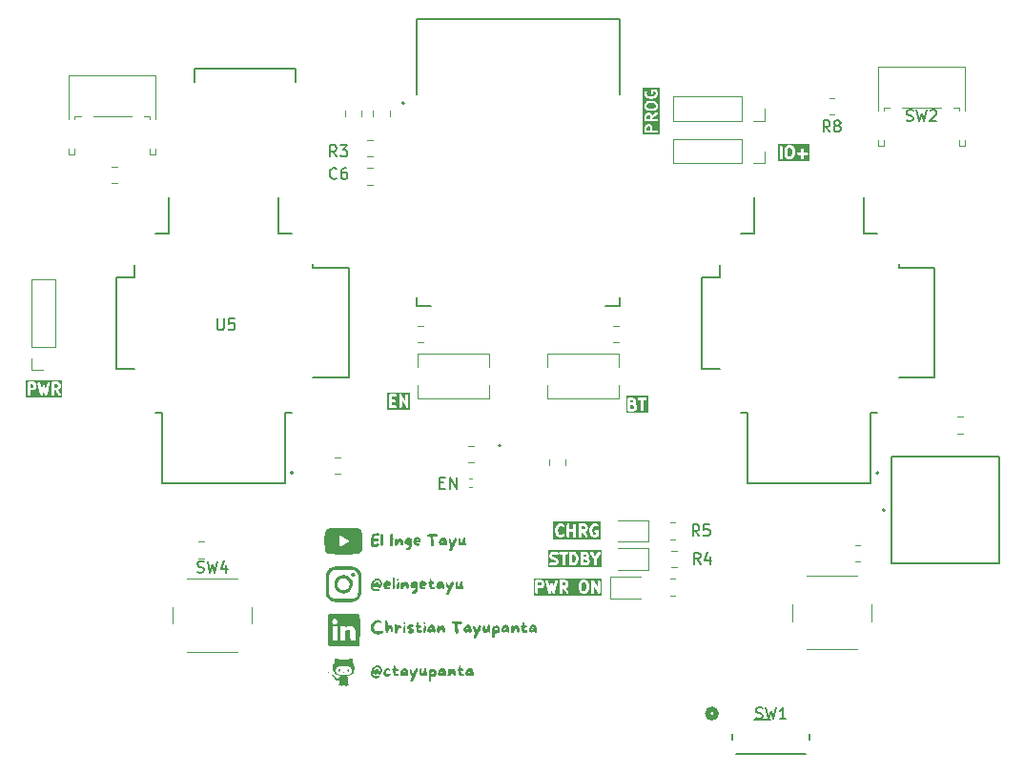
<source format=gbr>
%TF.GenerationSoftware,KiCad,Pcbnew,7.0.9*%
%TF.CreationDate,2024-05-06T23:46:12-05:00*%
%TF.ProjectId,CONTROL WIFI ESP32 S3 V4.0,434f4e54-524f-44c2-9057-494649204553,rev?*%
%TF.SameCoordinates,Original*%
%TF.FileFunction,Legend,Top*%
%TF.FilePolarity,Positive*%
%FSLAX46Y46*%
G04 Gerber Fmt 4.6, Leading zero omitted, Abs format (unit mm)*
G04 Created by KiCad (PCBNEW 7.0.9) date 2024-05-06 23:46:12*
%MOMM*%
%LPD*%
G01*
G04 APERTURE LIST*
%ADD10C,0.200000*%
%ADD11C,0.250000*%
%ADD12C,0.150000*%
%ADD13C,0.130000*%
%ADD14C,0.120000*%
%ADD15C,0.127000*%
%ADD16C,0.152400*%
%ADD17C,0.508000*%
G04 APERTURE END LIST*
D10*
X69189673Y-117223409D02*
X69523006Y-117223409D01*
X69665863Y-117747219D02*
X69189673Y-117747219D01*
X69189673Y-117747219D02*
X69189673Y-116747219D01*
X69189673Y-116747219D02*
X69665863Y-116747219D01*
X70094435Y-117747219D02*
X70094435Y-116747219D01*
X70094435Y-116747219D02*
X70665863Y-117747219D01*
X70665863Y-117747219D02*
X70665863Y-116747219D01*
D11*
G36*
X33104713Y-108514969D02*
G01*
X33123645Y-108533902D01*
X33148996Y-108584603D01*
X33148996Y-108668443D01*
X33123645Y-108719144D01*
X33104713Y-108738077D01*
X33054012Y-108763428D01*
X32827568Y-108763428D01*
X32827568Y-108489619D01*
X33054012Y-108489619D01*
X33104713Y-108514969D01*
G37*
G36*
X35247570Y-108514969D02*
G01*
X35266502Y-108533902D01*
X35291853Y-108584603D01*
X35291853Y-108668443D01*
X35266502Y-108719144D01*
X35247570Y-108738077D01*
X35196869Y-108763428D01*
X34970425Y-108763428D01*
X34970425Y-108489619D01*
X35196869Y-108489619D01*
X35247570Y-108514969D01*
G37*
G36*
X35684710Y-109631960D02*
G01*
X32434711Y-109631960D01*
X32434711Y-109364619D01*
X32577568Y-109364619D01*
X32597411Y-109432199D01*
X32650641Y-109478323D01*
X32720357Y-109488347D01*
X32784426Y-109459088D01*
X32822505Y-109399836D01*
X32827568Y-109364619D01*
X32827568Y-109013428D01*
X33083520Y-109013428D01*
X33094392Y-109010235D01*
X33105658Y-109011452D01*
X33139422Y-109000231D01*
X33234659Y-108952613D01*
X33236374Y-108951016D01*
X33238664Y-108950519D01*
X33267146Y-108929197D01*
X33314765Y-108881579D01*
X33315888Y-108879522D01*
X33317902Y-108878326D01*
X33338180Y-108849092D01*
X33385799Y-108753854D01*
X33387805Y-108742703D01*
X33393933Y-108733169D01*
X33398996Y-108697952D01*
X33398996Y-108555095D01*
X33395803Y-108544222D01*
X33397020Y-108532956D01*
X33385799Y-108499193D01*
X33338180Y-108403955D01*
X33336585Y-108402240D01*
X33336087Y-108399951D01*
X33314765Y-108371468D01*
X33301437Y-108358140D01*
X33482498Y-108358140D01*
X33485729Y-108393572D01*
X33723824Y-109393572D01*
X33726282Y-109397871D01*
X33726406Y-109402822D01*
X33743589Y-109428145D01*
X33758781Y-109454718D01*
X33763173Y-109457006D01*
X33765954Y-109461104D01*
X33794105Y-109473119D01*
X33821246Y-109487258D01*
X33826176Y-109486808D01*
X33830733Y-109488753D01*
X33860913Y-109483640D01*
X33891388Y-109480862D01*
X33895293Y-109477817D01*
X33900178Y-109476990D01*
X33922801Y-109456374D01*
X33946938Y-109437559D01*
X33948577Y-109432885D01*
X33952238Y-109429550D01*
X33966204Y-109396827D01*
X34035900Y-109135462D01*
X34105598Y-109396827D01*
X34108170Y-109401058D01*
X34108427Y-109406005D01*
X34126286Y-109430860D01*
X34142184Y-109457013D01*
X34146636Y-109459182D01*
X34149526Y-109463204D01*
X34177987Y-109474458D01*
X34205501Y-109487864D01*
X34210418Y-109487281D01*
X34215024Y-109489103D01*
X34245050Y-109483183D01*
X34275445Y-109479586D01*
X34279268Y-109476437D01*
X34284128Y-109475479D01*
X34306186Y-109454265D01*
X34329812Y-109434807D01*
X34331326Y-109430090D01*
X34334895Y-109426658D01*
X34347978Y-109393572D01*
X34354872Y-109364619D01*
X34720425Y-109364619D01*
X34740268Y-109432199D01*
X34793498Y-109478323D01*
X34863214Y-109488347D01*
X34927283Y-109459088D01*
X34965362Y-109399836D01*
X34970425Y-109364619D01*
X34970425Y-109013428D01*
X35018438Y-109013428D01*
X35314449Y-109436302D01*
X35369460Y-109480286D01*
X35439518Y-109487547D01*
X35502380Y-109455780D01*
X35538088Y-109395069D01*
X35535305Y-109324691D01*
X35519257Y-109292936D01*
X35306045Y-108988347D01*
X35377516Y-108952613D01*
X35379231Y-108951016D01*
X35381521Y-108950519D01*
X35410003Y-108929197D01*
X35457622Y-108881579D01*
X35458745Y-108879522D01*
X35460759Y-108878326D01*
X35481037Y-108849092D01*
X35528656Y-108753854D01*
X35530662Y-108742703D01*
X35536790Y-108733169D01*
X35541853Y-108697952D01*
X35541853Y-108555095D01*
X35538660Y-108544222D01*
X35539877Y-108532956D01*
X35528656Y-108499193D01*
X35481037Y-108403955D01*
X35479442Y-108402240D01*
X35478944Y-108399951D01*
X35457622Y-108371468D01*
X35410003Y-108323850D01*
X35407948Y-108322728D01*
X35406751Y-108320712D01*
X35377516Y-108300434D01*
X35282279Y-108252816D01*
X35271128Y-108250809D01*
X35261594Y-108244682D01*
X35226377Y-108239619D01*
X34845425Y-108239619D01*
X34836669Y-108242189D01*
X34827636Y-108240891D01*
X34803403Y-108251957D01*
X34777845Y-108259462D01*
X34771869Y-108266358D01*
X34763567Y-108270150D01*
X34749163Y-108292562D01*
X34731721Y-108312692D01*
X34730422Y-108321724D01*
X34725488Y-108329402D01*
X34720425Y-108364619D01*
X34720425Y-109364619D01*
X34354872Y-109364619D01*
X34586074Y-108393572D01*
X34582423Y-108323233D01*
X34541324Y-108266035D01*
X34475826Y-108240135D01*
X34406722Y-108253759D01*
X34355955Y-108302580D01*
X34342872Y-108335666D01*
X34219515Y-108853760D01*
X34156680Y-108618125D01*
X34155000Y-108615362D01*
X34154920Y-108612129D01*
X34136826Y-108585464D01*
X34120095Y-108557940D01*
X34117188Y-108556523D01*
X34115372Y-108553847D01*
X34085723Y-108541192D01*
X34056777Y-108527089D01*
X34053568Y-108527468D01*
X34050593Y-108526199D01*
X34018823Y-108531580D01*
X33986833Y-108535366D01*
X33984336Y-108537421D01*
X33981148Y-108537962D01*
X33957334Y-108559662D01*
X33932466Y-108580145D01*
X33931477Y-108583224D01*
X33929088Y-108585402D01*
X33915122Y-108618125D01*
X33852286Y-108853759D01*
X33728931Y-108335666D01*
X33693974Y-108274520D01*
X33631509Y-108241980D01*
X33561367Y-108248376D01*
X33505817Y-108291679D01*
X33482498Y-108358140D01*
X33301437Y-108358140D01*
X33267146Y-108323850D01*
X33265091Y-108322728D01*
X33263894Y-108320712D01*
X33234659Y-108300434D01*
X33139422Y-108252816D01*
X33128271Y-108250809D01*
X33118737Y-108244682D01*
X33083520Y-108239619D01*
X32702568Y-108239619D01*
X32693812Y-108242189D01*
X32684779Y-108240891D01*
X32660546Y-108251957D01*
X32634988Y-108259462D01*
X32629012Y-108266358D01*
X32620710Y-108270150D01*
X32606306Y-108292562D01*
X32588864Y-108312692D01*
X32587565Y-108321724D01*
X32582631Y-108329402D01*
X32577568Y-108364619D01*
X32577568Y-109364619D01*
X32434711Y-109364619D01*
X32434711Y-108096762D01*
X35684710Y-108096762D01*
X35684710Y-109631960D01*
G37*
G36*
X100380904Y-87514970D02*
G01*
X100437315Y-87571381D01*
X100472805Y-87713341D01*
X100472805Y-88015896D01*
X100437315Y-88157855D01*
X100380901Y-88214269D01*
X100330202Y-88239619D01*
X100198743Y-88239619D01*
X100148042Y-88214268D01*
X100091628Y-88157855D01*
X100056139Y-88015896D01*
X100056139Y-87713341D01*
X100091629Y-87571381D01*
X100148039Y-87514970D01*
X100198743Y-87489619D01*
X100330202Y-87489619D01*
X100380904Y-87514970D01*
G37*
G36*
X102054867Y-88632476D02*
G01*
X99234711Y-88632476D01*
X99234711Y-88364619D01*
X99377568Y-88364619D01*
X99397411Y-88432199D01*
X99450641Y-88478323D01*
X99520357Y-88488347D01*
X99584426Y-88459088D01*
X99622505Y-88399836D01*
X99627568Y-88364619D01*
X99627568Y-88031285D01*
X99806139Y-88031285D01*
X99807097Y-88034548D01*
X99809871Y-88061602D01*
X99857490Y-88252078D01*
X99865627Y-88265948D01*
X99869047Y-88281667D01*
X99890369Y-88310149D01*
X99985607Y-88405388D01*
X99987663Y-88406511D01*
X99988860Y-88408525D01*
X100018094Y-88428803D01*
X100113332Y-88476422D01*
X100124482Y-88478428D01*
X100134017Y-88484556D01*
X100169234Y-88489619D01*
X100359710Y-88489619D01*
X100370582Y-88486426D01*
X100381848Y-88487643D01*
X100415612Y-88476422D01*
X100510849Y-88428804D01*
X100512564Y-88427208D01*
X100514855Y-88426710D01*
X100543337Y-88405388D01*
X100638575Y-88310149D01*
X100646281Y-88296034D01*
X100658001Y-88285016D01*
X100671454Y-88252078D01*
X100719073Y-88061602D01*
X100718934Y-88058204D01*
X100722805Y-88031285D01*
X100722805Y-88001455D01*
X100902649Y-88001455D01*
X100931908Y-88065524D01*
X100991160Y-88103603D01*
X101026377Y-88108666D01*
X101282329Y-88108666D01*
X101282329Y-88364619D01*
X101302172Y-88432199D01*
X101355402Y-88478323D01*
X101425118Y-88488347D01*
X101489187Y-88459088D01*
X101527266Y-88399836D01*
X101532329Y-88364619D01*
X101532329Y-88108666D01*
X101788282Y-88108666D01*
X101855862Y-88088823D01*
X101901986Y-88035593D01*
X101912010Y-87965877D01*
X101882751Y-87901808D01*
X101823499Y-87863729D01*
X101788282Y-87858666D01*
X101532329Y-87858666D01*
X101532329Y-87602714D01*
X101512486Y-87535134D01*
X101459256Y-87489010D01*
X101389540Y-87478986D01*
X101325471Y-87508245D01*
X101287392Y-87567497D01*
X101282329Y-87602714D01*
X101282329Y-87858666D01*
X101026377Y-87858666D01*
X100958797Y-87878509D01*
X100912673Y-87931739D01*
X100902649Y-88001455D01*
X100722805Y-88001455D01*
X100722805Y-87697952D01*
X100721846Y-87694689D01*
X100719073Y-87667635D01*
X100671454Y-87477159D01*
X100663316Y-87463288D01*
X100659897Y-87447570D01*
X100638574Y-87419088D01*
X100543336Y-87323850D01*
X100541281Y-87322728D01*
X100540084Y-87320712D01*
X100510849Y-87300434D01*
X100415612Y-87252816D01*
X100404461Y-87250809D01*
X100394927Y-87244682D01*
X100359710Y-87239619D01*
X100169234Y-87239619D01*
X100158361Y-87242811D01*
X100147095Y-87241595D01*
X100113332Y-87252816D01*
X100018094Y-87300435D01*
X100016380Y-87302028D01*
X100014090Y-87302527D01*
X99985608Y-87323850D01*
X99890370Y-87419088D01*
X99882662Y-87433202D01*
X99870943Y-87444222D01*
X99857490Y-87477159D01*
X99809871Y-87667635D01*
X99810009Y-87671032D01*
X99806139Y-87697952D01*
X99806139Y-88031285D01*
X99627568Y-88031285D01*
X99627568Y-87364619D01*
X99607725Y-87297039D01*
X99554495Y-87250915D01*
X99484779Y-87240891D01*
X99420710Y-87270150D01*
X99382631Y-87329402D01*
X99377568Y-87364619D01*
X99377568Y-88364619D01*
X99234711Y-88364619D01*
X99234711Y-87096762D01*
X102054867Y-87096762D01*
X102054867Y-88632476D01*
G37*
G36*
X66546615Y-110732476D02*
G01*
X64534711Y-110732476D01*
X64534711Y-110464619D01*
X64677568Y-110464619D01*
X64680138Y-110473374D01*
X64678840Y-110482408D01*
X64689906Y-110506640D01*
X64697411Y-110532199D01*
X64704307Y-110538174D01*
X64708099Y-110546477D01*
X64730511Y-110560880D01*
X64750641Y-110578323D01*
X64759673Y-110579621D01*
X64767351Y-110584556D01*
X64802568Y-110589619D01*
X65278758Y-110589619D01*
X65346338Y-110569776D01*
X65392462Y-110516546D01*
X65399928Y-110464619D01*
X65582330Y-110464619D01*
X65602173Y-110532199D01*
X65655403Y-110578323D01*
X65725119Y-110588347D01*
X65789188Y-110559088D01*
X65827267Y-110499836D01*
X65832330Y-110464619D01*
X65832330Y-109935313D01*
X66170228Y-110526636D01*
X66172652Y-110528968D01*
X66173601Y-110532199D01*
X66197860Y-110553219D01*
X66220985Y-110575467D01*
X66224287Y-110576118D01*
X66226831Y-110578323D01*
X66258600Y-110582890D01*
X66290086Y-110589105D01*
X66293216Y-110587868D01*
X66296547Y-110588347D01*
X66325739Y-110575015D01*
X66355590Y-110563219D01*
X66357554Y-110560486D01*
X66360616Y-110559088D01*
X66377970Y-110532084D01*
X66396700Y-110506028D01*
X66396875Y-110502667D01*
X66398695Y-110499836D01*
X66403758Y-110464619D01*
X66403758Y-109464619D01*
X66383915Y-109397039D01*
X66330685Y-109350915D01*
X66260969Y-109340891D01*
X66196900Y-109370150D01*
X66158821Y-109429402D01*
X66153758Y-109464619D01*
X66153758Y-109993923D01*
X65815860Y-109402602D01*
X65813435Y-109400269D01*
X65812487Y-109397039D01*
X65788227Y-109376018D01*
X65765103Y-109353771D01*
X65761800Y-109353119D01*
X65759257Y-109350915D01*
X65727487Y-109346347D01*
X65696002Y-109340133D01*
X65692871Y-109341369D01*
X65689541Y-109340891D01*
X65660344Y-109354224D01*
X65630499Y-109366019D01*
X65628535Y-109368751D01*
X65625472Y-109370150D01*
X65608113Y-109397159D01*
X65589388Y-109423210D01*
X65589212Y-109426570D01*
X65587393Y-109429402D01*
X65582330Y-109464619D01*
X65582330Y-110464619D01*
X65399928Y-110464619D01*
X65402486Y-110446830D01*
X65373227Y-110382761D01*
X65313975Y-110344682D01*
X65278758Y-110339619D01*
X64927568Y-110339619D01*
X64927568Y-110065809D01*
X65135901Y-110065809D01*
X65203481Y-110045966D01*
X65249605Y-109992736D01*
X65259629Y-109923020D01*
X65230370Y-109858951D01*
X65171118Y-109820872D01*
X65135901Y-109815809D01*
X64927568Y-109815809D01*
X64927568Y-109589619D01*
X65278758Y-109589619D01*
X65346338Y-109569776D01*
X65392462Y-109516546D01*
X65402486Y-109446830D01*
X65373227Y-109382761D01*
X65313975Y-109344682D01*
X65278758Y-109339619D01*
X64802568Y-109339619D01*
X64793812Y-109342189D01*
X64784779Y-109340891D01*
X64760546Y-109351957D01*
X64734988Y-109359462D01*
X64729012Y-109366358D01*
X64720710Y-109370150D01*
X64706306Y-109392562D01*
X64688864Y-109412692D01*
X64687565Y-109421724D01*
X64682631Y-109429402D01*
X64677568Y-109464619D01*
X64677568Y-110464619D01*
X64534711Y-110464619D01*
X64534711Y-109196762D01*
X66546615Y-109196762D01*
X66546615Y-110732476D01*
G37*
G36*
X82109476Y-126114970D02*
G01*
X82165887Y-126171381D01*
X82201377Y-126313341D01*
X82201377Y-126615896D01*
X82165887Y-126757855D01*
X82109473Y-126814269D01*
X82058774Y-126839619D01*
X81927315Y-126839619D01*
X81876614Y-126814268D01*
X81820200Y-126757855D01*
X81784711Y-126615896D01*
X81784711Y-126313341D01*
X81820201Y-126171381D01*
X81876611Y-126114970D01*
X81927315Y-126089619D01*
X82058774Y-126089619D01*
X82109476Y-126114970D01*
G37*
G36*
X78204713Y-126114969D02*
G01*
X78223645Y-126133902D01*
X78248996Y-126184603D01*
X78248996Y-126268443D01*
X78223645Y-126319144D01*
X78204713Y-126338077D01*
X78154012Y-126363428D01*
X77927568Y-126363428D01*
X77927568Y-126089619D01*
X78154012Y-126089619D01*
X78204713Y-126114969D01*
G37*
G36*
X80347570Y-126114969D02*
G01*
X80366502Y-126133902D01*
X80391853Y-126184603D01*
X80391853Y-126268443D01*
X80366502Y-126319144D01*
X80347570Y-126338077D01*
X80296869Y-126363428D01*
X80070425Y-126363428D01*
X80070425Y-126089619D01*
X80296869Y-126089619D01*
X80347570Y-126114969D01*
G37*
G36*
X83594234Y-127232476D02*
G01*
X77534711Y-127232476D01*
X77534711Y-126964619D01*
X77677568Y-126964619D01*
X77697411Y-127032199D01*
X77750641Y-127078323D01*
X77820357Y-127088347D01*
X77884426Y-127059088D01*
X77922505Y-126999836D01*
X77927568Y-126964619D01*
X77927568Y-126613428D01*
X78183520Y-126613428D01*
X78194392Y-126610235D01*
X78205658Y-126611452D01*
X78239422Y-126600231D01*
X78334659Y-126552613D01*
X78336374Y-126551016D01*
X78338664Y-126550519D01*
X78367146Y-126529197D01*
X78414765Y-126481579D01*
X78415888Y-126479522D01*
X78417902Y-126478326D01*
X78438180Y-126449092D01*
X78485799Y-126353854D01*
X78487805Y-126342703D01*
X78493933Y-126333169D01*
X78498996Y-126297952D01*
X78498996Y-126155095D01*
X78495803Y-126144222D01*
X78497020Y-126132956D01*
X78485799Y-126099193D01*
X78438180Y-126003955D01*
X78436585Y-126002240D01*
X78436087Y-125999951D01*
X78414765Y-125971468D01*
X78401437Y-125958140D01*
X78582498Y-125958140D01*
X78585729Y-125993572D01*
X78823824Y-126993572D01*
X78826282Y-126997871D01*
X78826406Y-127002822D01*
X78843589Y-127028145D01*
X78858781Y-127054718D01*
X78863173Y-127057006D01*
X78865954Y-127061104D01*
X78894105Y-127073119D01*
X78921246Y-127087258D01*
X78926176Y-127086808D01*
X78930733Y-127088753D01*
X78960913Y-127083640D01*
X78991388Y-127080862D01*
X78995293Y-127077817D01*
X79000178Y-127076990D01*
X79022801Y-127056374D01*
X79046938Y-127037559D01*
X79048577Y-127032885D01*
X79052238Y-127029550D01*
X79066204Y-126996827D01*
X79135900Y-126735462D01*
X79205598Y-126996827D01*
X79208170Y-127001058D01*
X79208427Y-127006005D01*
X79226286Y-127030860D01*
X79242184Y-127057013D01*
X79246636Y-127059182D01*
X79249526Y-127063204D01*
X79277987Y-127074458D01*
X79305501Y-127087864D01*
X79310418Y-127087281D01*
X79315024Y-127089103D01*
X79345050Y-127083183D01*
X79375445Y-127079586D01*
X79379268Y-127076437D01*
X79384128Y-127075479D01*
X79406186Y-127054265D01*
X79429812Y-127034807D01*
X79431326Y-127030090D01*
X79434895Y-127026658D01*
X79447978Y-126993572D01*
X79454872Y-126964619D01*
X79820425Y-126964619D01*
X79840268Y-127032199D01*
X79893498Y-127078323D01*
X79963214Y-127088347D01*
X80027283Y-127059088D01*
X80065362Y-126999836D01*
X80070425Y-126964619D01*
X80070425Y-126613428D01*
X80118438Y-126613428D01*
X80414449Y-127036302D01*
X80469460Y-127080286D01*
X80539518Y-127087547D01*
X80602380Y-127055780D01*
X80638088Y-126995069D01*
X80635305Y-126924691D01*
X80619257Y-126892936D01*
X80436102Y-126631285D01*
X81534711Y-126631285D01*
X81535669Y-126634548D01*
X81538443Y-126661602D01*
X81586062Y-126852078D01*
X81594199Y-126865948D01*
X81597619Y-126881667D01*
X81618941Y-126910149D01*
X81714179Y-127005388D01*
X81716235Y-127006511D01*
X81717432Y-127008525D01*
X81746666Y-127028803D01*
X81841904Y-127076422D01*
X81853054Y-127078428D01*
X81862589Y-127084556D01*
X81897806Y-127089619D01*
X82088282Y-127089619D01*
X82099154Y-127086426D01*
X82110420Y-127087643D01*
X82144184Y-127076422D01*
X82239421Y-127028804D01*
X82241136Y-127027208D01*
X82243427Y-127026710D01*
X82271909Y-127005388D01*
X82312678Y-126964619D01*
X82629949Y-126964619D01*
X82649792Y-127032199D01*
X82703022Y-127078323D01*
X82772738Y-127088347D01*
X82836807Y-127059088D01*
X82874886Y-126999836D01*
X82879949Y-126964619D01*
X82879949Y-126435313D01*
X83217847Y-127026636D01*
X83220271Y-127028968D01*
X83221220Y-127032199D01*
X83245479Y-127053219D01*
X83268604Y-127075467D01*
X83271906Y-127076118D01*
X83274450Y-127078323D01*
X83306219Y-127082890D01*
X83337705Y-127089105D01*
X83340835Y-127087868D01*
X83344166Y-127088347D01*
X83373358Y-127075015D01*
X83403209Y-127063219D01*
X83405173Y-127060486D01*
X83408235Y-127059088D01*
X83425589Y-127032084D01*
X83444319Y-127006028D01*
X83444494Y-127002667D01*
X83446314Y-126999836D01*
X83451377Y-126964619D01*
X83451377Y-125964619D01*
X83431534Y-125897039D01*
X83378304Y-125850915D01*
X83308588Y-125840891D01*
X83244519Y-125870150D01*
X83206440Y-125929402D01*
X83201377Y-125964619D01*
X83201377Y-126493923D01*
X82863479Y-125902602D01*
X82861054Y-125900269D01*
X82860106Y-125897039D01*
X82835846Y-125876018D01*
X82812722Y-125853771D01*
X82809419Y-125853119D01*
X82806876Y-125850915D01*
X82775106Y-125846347D01*
X82743621Y-125840133D01*
X82740490Y-125841369D01*
X82737160Y-125840891D01*
X82707963Y-125854224D01*
X82678118Y-125866019D01*
X82676154Y-125868751D01*
X82673091Y-125870150D01*
X82655732Y-125897159D01*
X82637007Y-125923210D01*
X82636831Y-125926570D01*
X82635012Y-125929402D01*
X82629949Y-125964619D01*
X82629949Y-126964619D01*
X82312678Y-126964619D01*
X82367147Y-126910149D01*
X82374853Y-126896034D01*
X82386573Y-126885016D01*
X82400026Y-126852078D01*
X82447645Y-126661602D01*
X82447506Y-126658204D01*
X82451377Y-126631285D01*
X82451377Y-126297952D01*
X82450418Y-126294689D01*
X82447645Y-126267635D01*
X82400026Y-126077159D01*
X82391888Y-126063288D01*
X82388469Y-126047570D01*
X82367146Y-126019088D01*
X82271908Y-125923850D01*
X82269853Y-125922728D01*
X82268656Y-125920712D01*
X82239421Y-125900434D01*
X82144184Y-125852816D01*
X82133033Y-125850809D01*
X82123499Y-125844682D01*
X82088282Y-125839619D01*
X81897806Y-125839619D01*
X81886933Y-125842811D01*
X81875667Y-125841595D01*
X81841904Y-125852816D01*
X81746666Y-125900435D01*
X81744952Y-125902028D01*
X81742662Y-125902527D01*
X81714180Y-125923850D01*
X81618942Y-126019088D01*
X81611234Y-126033202D01*
X81599515Y-126044222D01*
X81586062Y-126077159D01*
X81538443Y-126267635D01*
X81538581Y-126271032D01*
X81534711Y-126297952D01*
X81534711Y-126631285D01*
X80436102Y-126631285D01*
X80406045Y-126588347D01*
X80477516Y-126552613D01*
X80479231Y-126551016D01*
X80481521Y-126550519D01*
X80510003Y-126529197D01*
X80557622Y-126481579D01*
X80558745Y-126479522D01*
X80560759Y-126478326D01*
X80581037Y-126449092D01*
X80628656Y-126353854D01*
X80630662Y-126342703D01*
X80636790Y-126333169D01*
X80641853Y-126297952D01*
X80641853Y-126155095D01*
X80638660Y-126144222D01*
X80639877Y-126132956D01*
X80628656Y-126099193D01*
X80581037Y-126003955D01*
X80579442Y-126002240D01*
X80578944Y-125999951D01*
X80557622Y-125971468D01*
X80510003Y-125923850D01*
X80507948Y-125922728D01*
X80506751Y-125920712D01*
X80477516Y-125900434D01*
X80382279Y-125852816D01*
X80371128Y-125850809D01*
X80361594Y-125844682D01*
X80326377Y-125839619D01*
X79945425Y-125839619D01*
X79936669Y-125842189D01*
X79927636Y-125840891D01*
X79903403Y-125851957D01*
X79877845Y-125859462D01*
X79871869Y-125866358D01*
X79863567Y-125870150D01*
X79849163Y-125892562D01*
X79831721Y-125912692D01*
X79830422Y-125921724D01*
X79825488Y-125929402D01*
X79820425Y-125964619D01*
X79820425Y-126964619D01*
X79454872Y-126964619D01*
X79686074Y-125993572D01*
X79682423Y-125923233D01*
X79641324Y-125866035D01*
X79575826Y-125840135D01*
X79506722Y-125853759D01*
X79455955Y-125902580D01*
X79442872Y-125935666D01*
X79319515Y-126453760D01*
X79256680Y-126218125D01*
X79255000Y-126215362D01*
X79254920Y-126212129D01*
X79236826Y-126185464D01*
X79220095Y-126157940D01*
X79217188Y-126156523D01*
X79215372Y-126153847D01*
X79185723Y-126141192D01*
X79156777Y-126127089D01*
X79153568Y-126127468D01*
X79150593Y-126126199D01*
X79118823Y-126131580D01*
X79086833Y-126135366D01*
X79084336Y-126137421D01*
X79081148Y-126137962D01*
X79057334Y-126159662D01*
X79032466Y-126180145D01*
X79031477Y-126183224D01*
X79029088Y-126185402D01*
X79015122Y-126218125D01*
X78952286Y-126453759D01*
X78828931Y-125935666D01*
X78793974Y-125874520D01*
X78731509Y-125841980D01*
X78661367Y-125848376D01*
X78605817Y-125891679D01*
X78582498Y-125958140D01*
X78401437Y-125958140D01*
X78367146Y-125923850D01*
X78365091Y-125922728D01*
X78363894Y-125920712D01*
X78334659Y-125900434D01*
X78239422Y-125852816D01*
X78228271Y-125850809D01*
X78218737Y-125844682D01*
X78183520Y-125839619D01*
X77802568Y-125839619D01*
X77793812Y-125842189D01*
X77784779Y-125840891D01*
X77760546Y-125851957D01*
X77734988Y-125859462D01*
X77729012Y-125866358D01*
X77720710Y-125870150D01*
X77706306Y-125892562D01*
X77688864Y-125912692D01*
X77687565Y-125921724D01*
X77682631Y-125929402D01*
X77677568Y-125964619D01*
X77677568Y-126964619D01*
X77534711Y-126964619D01*
X77534711Y-125696762D01*
X83594234Y-125696762D01*
X83594234Y-127232476D01*
G37*
G36*
X81130283Y-123621491D02*
G01*
X81190311Y-123681519D01*
X81222722Y-123746342D01*
X81263282Y-123908579D01*
X81263282Y-124020658D01*
X81222722Y-124182894D01*
X81190312Y-124247715D01*
X81130282Y-124307746D01*
X81034666Y-124339619D01*
X80941854Y-124339619D01*
X80941854Y-123589619D01*
X81034666Y-123589619D01*
X81130283Y-123621491D01*
G37*
G36*
X82225521Y-124097681D02*
G01*
X82237931Y-124110092D01*
X82263282Y-124160793D01*
X82263282Y-124244633D01*
X82237930Y-124295336D01*
X82218999Y-124314268D01*
X82168298Y-124339619D01*
X81941854Y-124339619D01*
X81941854Y-124065809D01*
X82129904Y-124065809D01*
X82225521Y-124097681D01*
G37*
G36*
X82171380Y-123614969D02*
G01*
X82190312Y-123633902D01*
X82215663Y-123684603D01*
X82215663Y-123720824D01*
X82190312Y-123771525D01*
X82171380Y-123790458D01*
X82120679Y-123815809D01*
X81941854Y-123815809D01*
X81941854Y-123589619D01*
X82120679Y-123589619D01*
X82171380Y-123614969D01*
G37*
G36*
X83608519Y-124732476D02*
G01*
X78787092Y-124732476D01*
X78787092Y-123750333D01*
X78929949Y-123750333D01*
X78933141Y-123761205D01*
X78931925Y-123772471D01*
X78943146Y-123806235D01*
X78990764Y-123901472D01*
X78992360Y-123903187D01*
X78992858Y-123905477D01*
X79014180Y-123933959D01*
X79061798Y-123981578D01*
X79063854Y-123982701D01*
X79065051Y-123984715D01*
X79094285Y-124004993D01*
X79189523Y-124052612D01*
X79193833Y-124053387D01*
X79215108Y-124062077D01*
X79392274Y-124106368D01*
X79457094Y-124138778D01*
X79476026Y-124157711D01*
X79501377Y-124208412D01*
X79501377Y-124244633D01*
X79476025Y-124295336D01*
X79457094Y-124314268D01*
X79406393Y-124339619D01*
X79218092Y-124339619D01*
X79094477Y-124298415D01*
X79024091Y-124295869D01*
X78963501Y-124331781D01*
X78931945Y-124394750D01*
X78939442Y-124464784D01*
X78983612Y-124519646D01*
X79015421Y-124535585D01*
X79158277Y-124583204D01*
X79160616Y-124583288D01*
X79162589Y-124584556D01*
X79197806Y-124589619D01*
X79435901Y-124589619D01*
X79446773Y-124586426D01*
X79458039Y-124587643D01*
X79491803Y-124576422D01*
X79587040Y-124528804D01*
X79588755Y-124527208D01*
X79591046Y-124526710D01*
X79619528Y-124505387D01*
X79667147Y-124457768D01*
X79668269Y-124455711D01*
X79670283Y-124454516D01*
X79690561Y-124425282D01*
X79738180Y-124330044D01*
X79740186Y-124318893D01*
X79746314Y-124309359D01*
X79751377Y-124274142D01*
X79751377Y-124178904D01*
X79748184Y-124168031D01*
X79749401Y-124156765D01*
X79738180Y-124123002D01*
X79690561Y-124027764D01*
X79688966Y-124026049D01*
X79688468Y-124023760D01*
X79667146Y-123995277D01*
X79619527Y-123947659D01*
X79617472Y-123946537D01*
X79616275Y-123944521D01*
X79587040Y-123924243D01*
X79491803Y-123876625D01*
X79487491Y-123875849D01*
X79466218Y-123867160D01*
X79289053Y-123822868D01*
X79224232Y-123790458D01*
X79205299Y-123771526D01*
X79179949Y-123720825D01*
X79179949Y-123684603D01*
X79205299Y-123633901D01*
X79224232Y-123614969D01*
X79274934Y-123589619D01*
X79463237Y-123589619D01*
X79586848Y-123630823D01*
X79657235Y-123633369D01*
X79717825Y-123597456D01*
X79749381Y-123534488D01*
X79743805Y-123482408D01*
X79788364Y-123482408D01*
X79817623Y-123546477D01*
X79876875Y-123584556D01*
X79912092Y-123589619D01*
X80072806Y-123589619D01*
X80072806Y-124464619D01*
X80092649Y-124532199D01*
X80145879Y-124578323D01*
X80215595Y-124588347D01*
X80279664Y-124559088D01*
X80317743Y-124499836D01*
X80322806Y-124464619D01*
X80691854Y-124464619D01*
X80694424Y-124473374D01*
X80693126Y-124482408D01*
X80704192Y-124506640D01*
X80711697Y-124532199D01*
X80718593Y-124538174D01*
X80722385Y-124546477D01*
X80744797Y-124560880D01*
X80764927Y-124578323D01*
X80773959Y-124579621D01*
X80781637Y-124584556D01*
X80816854Y-124589619D01*
X81054949Y-124589619D01*
X81057195Y-124588959D01*
X81059467Y-124589538D01*
X81094477Y-124583204D01*
X81237334Y-124535586D01*
X81246639Y-124529118D01*
X81257713Y-124526710D01*
X81286195Y-124505388D01*
X81326964Y-124464619D01*
X81691854Y-124464619D01*
X81694424Y-124473374D01*
X81693126Y-124482408D01*
X81704192Y-124506640D01*
X81711697Y-124532199D01*
X81718593Y-124538174D01*
X81722385Y-124546477D01*
X81744797Y-124560880D01*
X81764927Y-124578323D01*
X81773959Y-124579621D01*
X81781637Y-124584556D01*
X81816854Y-124589619D01*
X82197806Y-124589619D01*
X82208678Y-124586426D01*
X82219944Y-124587643D01*
X82253708Y-124576422D01*
X82348945Y-124528804D01*
X82350660Y-124527208D01*
X82352951Y-124526710D01*
X82381433Y-124505387D01*
X82429052Y-124457768D01*
X82430174Y-124455711D01*
X82432188Y-124454516D01*
X82452466Y-124425282D01*
X82500085Y-124330044D01*
X82502091Y-124318893D01*
X82508219Y-124309359D01*
X82513282Y-124274142D01*
X82513282Y-124131285D01*
X82510089Y-124120412D01*
X82511306Y-124109146D01*
X82500085Y-124075383D01*
X82452466Y-123980145D01*
X82450871Y-123978430D01*
X82450373Y-123976141D01*
X82429051Y-123947658D01*
X82395844Y-123914451D01*
X82404847Y-123901473D01*
X82452466Y-123806235D01*
X82454472Y-123795084D01*
X82460600Y-123785550D01*
X82465663Y-123750333D01*
X82465663Y-123655095D01*
X82462470Y-123644222D01*
X82463687Y-123632956D01*
X82452466Y-123599193D01*
X82404847Y-123503955D01*
X82403252Y-123502240D01*
X82402754Y-123499951D01*
X82402266Y-123499299D01*
X82553904Y-123499299D01*
X82568539Y-123531728D01*
X82882330Y-124024829D01*
X82882330Y-124464619D01*
X82902173Y-124532199D01*
X82955403Y-124578323D01*
X83025119Y-124588347D01*
X83089188Y-124559088D01*
X83127267Y-124499836D01*
X83132330Y-124464619D01*
X83132330Y-124024828D01*
X83446121Y-123531728D01*
X83465662Y-123464060D01*
X83445517Y-123396569D01*
X83392082Y-123350684D01*
X83322321Y-123340971D01*
X83258384Y-123370516D01*
X83235205Y-123397509D01*
X83007329Y-123755599D01*
X82779455Y-123397510D01*
X82726432Y-123351148D01*
X82656761Y-123340813D01*
X82592563Y-123369785D01*
X82554218Y-123428867D01*
X82553904Y-123499299D01*
X82402266Y-123499299D01*
X82381432Y-123471468D01*
X82333813Y-123423850D01*
X82331758Y-123422728D01*
X82330561Y-123420712D01*
X82301326Y-123400434D01*
X82206089Y-123352816D01*
X82194938Y-123350809D01*
X82185404Y-123344682D01*
X82150187Y-123339619D01*
X81816854Y-123339619D01*
X81808098Y-123342189D01*
X81799065Y-123340891D01*
X81774832Y-123351957D01*
X81749274Y-123359462D01*
X81743298Y-123366358D01*
X81734996Y-123370150D01*
X81720592Y-123392562D01*
X81703150Y-123412692D01*
X81701851Y-123421724D01*
X81696917Y-123429402D01*
X81691854Y-123464619D01*
X81691854Y-124464619D01*
X81326964Y-124464619D01*
X81381433Y-124410149D01*
X81382555Y-124408092D01*
X81384569Y-124406897D01*
X81404847Y-124377663D01*
X81452466Y-124282425D01*
X81453241Y-124278114D01*
X81461931Y-124256840D01*
X81509550Y-124066364D01*
X81509411Y-124062966D01*
X81513282Y-124036047D01*
X81513282Y-123893190D01*
X81512323Y-123889927D01*
X81509550Y-123862873D01*
X81461931Y-123672397D01*
X81459712Y-123668614D01*
X81452466Y-123646812D01*
X81404847Y-123551574D01*
X81403253Y-123549860D01*
X81402755Y-123547570D01*
X81381432Y-123519088D01*
X81286194Y-123423850D01*
X81276250Y-123418420D01*
X81269143Y-123409592D01*
X81237334Y-123393652D01*
X81094477Y-123346034D01*
X81092138Y-123345949D01*
X81090166Y-123344682D01*
X81054949Y-123339619D01*
X80816854Y-123339619D01*
X80808098Y-123342189D01*
X80799065Y-123340891D01*
X80774832Y-123351957D01*
X80749274Y-123359462D01*
X80743298Y-123366358D01*
X80734996Y-123370150D01*
X80720592Y-123392562D01*
X80703150Y-123412692D01*
X80701851Y-123421724D01*
X80696917Y-123429402D01*
X80691854Y-123464619D01*
X80691854Y-124464619D01*
X80322806Y-124464619D01*
X80322806Y-123589619D01*
X80483520Y-123589619D01*
X80551100Y-123569776D01*
X80597224Y-123516546D01*
X80607248Y-123446830D01*
X80577989Y-123382761D01*
X80518737Y-123344682D01*
X80483520Y-123339619D01*
X79912092Y-123339619D01*
X79844512Y-123359462D01*
X79798388Y-123412692D01*
X79788364Y-123482408D01*
X79743805Y-123482408D01*
X79741883Y-123464454D01*
X79697714Y-123409592D01*
X79665905Y-123393652D01*
X79523048Y-123346034D01*
X79520709Y-123345949D01*
X79518737Y-123344682D01*
X79483520Y-123339619D01*
X79245425Y-123339619D01*
X79234552Y-123342811D01*
X79223286Y-123341595D01*
X79189523Y-123352816D01*
X79094285Y-123400435D01*
X79092570Y-123402029D01*
X79090281Y-123402528D01*
X79061798Y-123423850D01*
X79014180Y-123471469D01*
X79013058Y-123473523D01*
X79011042Y-123474721D01*
X78990764Y-123503956D01*
X78943146Y-123599193D01*
X78941139Y-123610343D01*
X78935012Y-123619878D01*
X78929949Y-123655095D01*
X78929949Y-123750333D01*
X78787092Y-123750333D01*
X78787092Y-123196762D01*
X83608519Y-123196762D01*
X83608519Y-124732476D01*
G37*
G36*
X86411235Y-110397681D02*
G01*
X86423645Y-110410092D01*
X86448996Y-110460793D01*
X86448996Y-110544633D01*
X86423644Y-110595336D01*
X86404713Y-110614268D01*
X86354012Y-110639619D01*
X86127568Y-110639619D01*
X86127568Y-110365809D01*
X86315618Y-110365809D01*
X86411235Y-110397681D01*
G37*
G36*
X86357094Y-109914969D02*
G01*
X86376026Y-109933902D01*
X86401377Y-109984603D01*
X86401377Y-110020824D01*
X86376026Y-110071525D01*
X86357094Y-110090458D01*
X86306393Y-110115809D01*
X86127568Y-110115809D01*
X86127568Y-109889619D01*
X86306393Y-109889619D01*
X86357094Y-109914969D01*
G37*
G36*
X87697724Y-111032476D02*
G01*
X85734711Y-111032476D01*
X85734711Y-110764619D01*
X85877568Y-110764619D01*
X85880138Y-110773374D01*
X85878840Y-110782408D01*
X85889906Y-110806640D01*
X85897411Y-110832199D01*
X85904307Y-110838174D01*
X85908099Y-110846477D01*
X85930511Y-110860880D01*
X85950641Y-110878323D01*
X85959673Y-110879621D01*
X85967351Y-110884556D01*
X86002568Y-110889619D01*
X86383520Y-110889619D01*
X86394392Y-110886426D01*
X86405658Y-110887643D01*
X86439422Y-110876422D01*
X86534659Y-110828804D01*
X86536374Y-110827208D01*
X86538665Y-110826710D01*
X86567147Y-110805387D01*
X86614766Y-110757768D01*
X86615888Y-110755711D01*
X86617902Y-110754516D01*
X86638180Y-110725282D01*
X86685799Y-110630044D01*
X86687805Y-110618893D01*
X86693933Y-110609359D01*
X86698996Y-110574142D01*
X86698996Y-110431285D01*
X86695803Y-110420412D01*
X86697020Y-110409146D01*
X86685799Y-110375383D01*
X86638180Y-110280145D01*
X86636585Y-110278430D01*
X86636087Y-110276141D01*
X86614765Y-110247658D01*
X86581558Y-110214451D01*
X86590561Y-110201473D01*
X86638180Y-110106235D01*
X86640186Y-110095084D01*
X86646314Y-110085550D01*
X86651377Y-110050333D01*
X86651377Y-109955095D01*
X86648184Y-109944222D01*
X86649401Y-109932956D01*
X86638180Y-109899193D01*
X86590561Y-109803955D01*
X86588966Y-109802240D01*
X86588468Y-109799951D01*
X86575336Y-109782408D01*
X86735983Y-109782408D01*
X86765242Y-109846477D01*
X86824494Y-109884556D01*
X86859711Y-109889619D01*
X87020425Y-109889619D01*
X87020425Y-110764619D01*
X87040268Y-110832199D01*
X87093498Y-110878323D01*
X87163214Y-110888347D01*
X87227283Y-110859088D01*
X87265362Y-110799836D01*
X87270425Y-110764619D01*
X87270425Y-109889619D01*
X87431139Y-109889619D01*
X87498719Y-109869776D01*
X87544843Y-109816546D01*
X87554867Y-109746830D01*
X87525608Y-109682761D01*
X87466356Y-109644682D01*
X87431139Y-109639619D01*
X86859711Y-109639619D01*
X86792131Y-109659462D01*
X86746007Y-109712692D01*
X86735983Y-109782408D01*
X86575336Y-109782408D01*
X86567146Y-109771468D01*
X86519527Y-109723850D01*
X86517472Y-109722728D01*
X86516275Y-109720712D01*
X86487040Y-109700434D01*
X86391803Y-109652816D01*
X86380652Y-109650809D01*
X86371118Y-109644682D01*
X86335901Y-109639619D01*
X86002568Y-109639619D01*
X85993812Y-109642189D01*
X85984779Y-109640891D01*
X85960546Y-109651957D01*
X85934988Y-109659462D01*
X85929012Y-109666358D01*
X85920710Y-109670150D01*
X85906306Y-109692562D01*
X85888864Y-109712692D01*
X85887565Y-109721724D01*
X85882631Y-109729402D01*
X85877568Y-109764619D01*
X85877568Y-110764619D01*
X85734711Y-110764619D01*
X85734711Y-109496762D01*
X87697724Y-109496762D01*
X87697724Y-111032476D01*
G37*
G36*
X82052332Y-121114969D02*
G01*
X82071264Y-121133902D01*
X82096615Y-121184603D01*
X82096615Y-121268443D01*
X82071264Y-121319144D01*
X82052332Y-121338077D01*
X82001631Y-121363428D01*
X81775187Y-121363428D01*
X81775187Y-121089619D01*
X82001631Y-121089619D01*
X82052332Y-121114969D01*
G37*
G36*
X83489472Y-122232476D02*
G01*
X79287092Y-122232476D01*
X79287092Y-121536047D01*
X79429949Y-121536047D01*
X79430907Y-121539310D01*
X79433681Y-121566364D01*
X79481300Y-121756840D01*
X79483519Y-121760622D01*
X79490765Y-121782425D01*
X79538383Y-121877662D01*
X79539977Y-121879376D01*
X79540476Y-121881667D01*
X79561798Y-121910149D01*
X79657036Y-122005388D01*
X79666980Y-122010818D01*
X79674088Y-122019646D01*
X79705897Y-122035585D01*
X79848753Y-122083204D01*
X79851092Y-122083288D01*
X79853065Y-122084556D01*
X79888282Y-122089619D01*
X79983520Y-122089619D01*
X79985766Y-122088959D01*
X79988038Y-122089538D01*
X80023048Y-122083204D01*
X80165905Y-122035586D01*
X80175210Y-122029119D01*
X80186284Y-122026710D01*
X80214766Y-122005387D01*
X80255534Y-121964619D01*
X80477568Y-121964619D01*
X80497411Y-122032199D01*
X80550641Y-122078323D01*
X80620357Y-122088347D01*
X80684426Y-122059088D01*
X80722505Y-121999836D01*
X80727568Y-121964619D01*
X80727568Y-121565809D01*
X81048996Y-121565809D01*
X81048996Y-121964619D01*
X81068839Y-122032199D01*
X81122069Y-122078323D01*
X81191785Y-122088347D01*
X81255854Y-122059088D01*
X81293933Y-121999836D01*
X81298996Y-121964619D01*
X81525187Y-121964619D01*
X81545030Y-122032199D01*
X81598260Y-122078323D01*
X81667976Y-122088347D01*
X81732045Y-122059088D01*
X81770124Y-121999836D01*
X81775187Y-121964619D01*
X81775187Y-121613428D01*
X81823200Y-121613428D01*
X82119211Y-122036302D01*
X82174222Y-122080286D01*
X82244280Y-122087547D01*
X82307142Y-122055780D01*
X82342850Y-121995069D01*
X82340067Y-121924691D01*
X82324019Y-121892936D01*
X82110807Y-121588347D01*
X82182278Y-121552613D01*
X82183993Y-121551016D01*
X82186283Y-121550519D01*
X82205615Y-121536047D01*
X82477568Y-121536047D01*
X82478526Y-121539310D01*
X82481300Y-121566364D01*
X82528919Y-121756840D01*
X82531138Y-121760622D01*
X82538384Y-121782425D01*
X82586002Y-121877662D01*
X82587596Y-121879376D01*
X82588095Y-121881667D01*
X82609417Y-121910149D01*
X82704655Y-122005388D01*
X82714599Y-122010818D01*
X82721707Y-122019646D01*
X82753516Y-122035585D01*
X82896372Y-122083204D01*
X82898711Y-122083288D01*
X82900684Y-122084556D01*
X82935901Y-122089619D01*
X83031139Y-122089619D01*
X83033385Y-122088959D01*
X83035657Y-122089538D01*
X83070667Y-122083204D01*
X83213524Y-122035586D01*
X83222829Y-122029119D01*
X83233903Y-122026710D01*
X83262385Y-122005387D01*
X83310004Y-121957768D01*
X83324826Y-121930621D01*
X83341552Y-121904597D01*
X83342450Y-121898346D01*
X83343759Y-121895950D01*
X83343438Y-121891473D01*
X83346615Y-121869380D01*
X83346615Y-121536047D01*
X83344044Y-121527291D01*
X83345343Y-121518258D01*
X83334276Y-121494025D01*
X83326772Y-121468467D01*
X83319875Y-121462491D01*
X83316084Y-121454189D01*
X83293671Y-121439785D01*
X83273542Y-121422343D01*
X83264509Y-121421044D01*
X83256832Y-121416110D01*
X83221615Y-121411047D01*
X83031139Y-121411047D01*
X82963559Y-121430890D01*
X82917435Y-121484120D01*
X82907411Y-121553836D01*
X82936670Y-121617905D01*
X82995922Y-121655984D01*
X83031139Y-121661047D01*
X83096615Y-121661047D01*
X83096615Y-121811032D01*
X83010856Y-121839619D01*
X82956187Y-121839619D01*
X82860568Y-121807746D01*
X82800537Y-121747715D01*
X82768127Y-121682896D01*
X82727568Y-121520658D01*
X82727568Y-121408579D01*
X82768127Y-121246341D01*
X82800538Y-121181520D01*
X82860566Y-121121491D01*
X82956187Y-121089619D01*
X83049250Y-121089619D01*
X83118094Y-121124041D01*
X83187413Y-121136516D01*
X83252473Y-121109533D01*
X83292617Y-121051660D01*
X83295099Y-120981270D01*
X83259132Y-120920712D01*
X83229897Y-120900434D01*
X83134660Y-120852816D01*
X83123509Y-120850809D01*
X83113975Y-120844682D01*
X83078758Y-120839619D01*
X82935901Y-120839619D01*
X82933654Y-120840278D01*
X82931383Y-120839700D01*
X82896372Y-120846034D01*
X82753516Y-120893653D01*
X82744213Y-120900117D01*
X82733138Y-120902527D01*
X82704656Y-120923850D01*
X82609418Y-121019088D01*
X82608296Y-121021142D01*
X82606280Y-121022340D01*
X82586002Y-121051575D01*
X82538384Y-121146812D01*
X82537608Y-121151123D01*
X82528919Y-121172397D01*
X82481300Y-121362873D01*
X82481438Y-121366270D01*
X82477568Y-121393190D01*
X82477568Y-121536047D01*
X82205615Y-121536047D01*
X82214765Y-121529197D01*
X82262384Y-121481579D01*
X82263507Y-121479522D01*
X82265521Y-121478326D01*
X82285799Y-121449092D01*
X82333418Y-121353854D01*
X82335424Y-121342703D01*
X82341552Y-121333169D01*
X82346615Y-121297952D01*
X82346615Y-121155095D01*
X82343422Y-121144222D01*
X82344639Y-121132956D01*
X82333418Y-121099193D01*
X82285799Y-121003955D01*
X82284204Y-121002240D01*
X82283706Y-120999951D01*
X82262384Y-120971468D01*
X82214765Y-120923850D01*
X82212710Y-120922728D01*
X82211513Y-120920712D01*
X82182278Y-120900434D01*
X82087041Y-120852816D01*
X82075890Y-120850809D01*
X82066356Y-120844682D01*
X82031139Y-120839619D01*
X81650187Y-120839619D01*
X81641431Y-120842189D01*
X81632398Y-120840891D01*
X81608165Y-120851957D01*
X81582607Y-120859462D01*
X81576631Y-120866358D01*
X81568329Y-120870150D01*
X81553925Y-120892562D01*
X81536483Y-120912692D01*
X81535184Y-120921724D01*
X81530250Y-120929402D01*
X81525187Y-120964619D01*
X81525187Y-121964619D01*
X81298996Y-121964619D01*
X81298996Y-120964619D01*
X81279153Y-120897039D01*
X81225923Y-120850915D01*
X81156207Y-120840891D01*
X81092138Y-120870150D01*
X81054059Y-120929402D01*
X81048996Y-120964619D01*
X81048996Y-121315809D01*
X80727568Y-121315809D01*
X80727568Y-120964619D01*
X80707725Y-120897039D01*
X80654495Y-120850915D01*
X80584779Y-120840891D01*
X80520710Y-120870150D01*
X80482631Y-120929402D01*
X80477568Y-120964619D01*
X80477568Y-121964619D01*
X80255534Y-121964619D01*
X80262385Y-121957768D01*
X80296140Y-121895950D01*
X80291114Y-121825696D01*
X80248905Y-121769312D01*
X80182912Y-121744698D01*
X80114089Y-121759670D01*
X80085607Y-121780993D01*
X80058854Y-121807746D01*
X79963237Y-121839619D01*
X79908568Y-121839619D01*
X79812949Y-121807746D01*
X79752918Y-121747715D01*
X79720508Y-121682896D01*
X79679949Y-121520658D01*
X79679949Y-121408579D01*
X79720508Y-121246341D01*
X79752919Y-121181520D01*
X79812947Y-121121491D01*
X79908568Y-121089619D01*
X79963237Y-121089619D01*
X80058854Y-121121491D01*
X80085607Y-121148245D01*
X80147425Y-121182000D01*
X80217679Y-121176975D01*
X80274063Y-121134767D01*
X80298678Y-121068774D01*
X80283706Y-120999951D01*
X80262384Y-120971468D01*
X80214765Y-120923850D01*
X80204821Y-120918420D01*
X80197714Y-120909592D01*
X80165905Y-120893652D01*
X80023048Y-120846034D01*
X80020709Y-120845949D01*
X80018737Y-120844682D01*
X79983520Y-120839619D01*
X79888282Y-120839619D01*
X79886035Y-120840278D01*
X79883764Y-120839700D01*
X79848753Y-120846034D01*
X79705897Y-120893653D01*
X79696594Y-120900117D01*
X79685519Y-120902527D01*
X79657037Y-120923850D01*
X79561799Y-121019088D01*
X79560677Y-121021142D01*
X79558661Y-121022340D01*
X79538383Y-121051575D01*
X79490765Y-121146812D01*
X79489989Y-121151123D01*
X79481300Y-121172397D01*
X79433681Y-121362873D01*
X79433819Y-121366270D01*
X79429949Y-121393190D01*
X79429949Y-121536047D01*
X79287092Y-121536047D01*
X79287092Y-120696762D01*
X83489472Y-120696762D01*
X83489472Y-122232476D01*
G37*
D10*
G36*
X87836554Y-85588703D02*
G01*
X87861223Y-85613371D01*
X87891028Y-85672981D01*
X87891028Y-85930326D01*
X87567219Y-85930326D01*
X87567219Y-85672981D01*
X87597024Y-85613371D01*
X87621692Y-85588702D01*
X87681302Y-85558898D01*
X87776945Y-85558898D01*
X87836554Y-85588703D01*
G37*
G36*
X87836554Y-84588703D02*
G01*
X87861223Y-84613371D01*
X87891028Y-84672981D01*
X87891028Y-84930326D01*
X87567219Y-84930326D01*
X87567219Y-84672981D01*
X87597024Y-84613371D01*
X87621692Y-84588702D01*
X87681302Y-84558898D01*
X87776945Y-84558898D01*
X87836554Y-84588703D01*
G37*
G36*
X88273236Y-83549194D02*
G01*
X88337414Y-83613371D01*
X88367219Y-83672981D01*
X88367219Y-83816243D01*
X88337414Y-83875852D01*
X88273236Y-83940029D01*
X88121575Y-83977945D01*
X87812861Y-83977945D01*
X87661202Y-83940030D01*
X87597023Y-83875851D01*
X87567219Y-83816242D01*
X87567219Y-83672981D01*
X87597023Y-83613372D01*
X87661202Y-83549193D01*
X87812861Y-83511279D01*
X88121575Y-83511279D01*
X88273236Y-83549194D01*
G37*
G36*
X88710076Y-86273183D02*
G01*
X87224362Y-86273183D01*
X87224362Y-86030326D01*
X87367219Y-86030326D01*
X87372113Y-86045388D01*
X87372113Y-86061228D01*
X87381422Y-86074041D01*
X87386317Y-86089105D01*
X87399130Y-86098414D01*
X87408440Y-86111228D01*
X87423503Y-86116122D01*
X87436317Y-86125432D01*
X87452156Y-86125432D01*
X87467219Y-86130326D01*
X88467219Y-86130326D01*
X88525998Y-86111228D01*
X88562325Y-86061228D01*
X88562325Y-85999424D01*
X88525998Y-85949424D01*
X88467219Y-85930326D01*
X88091028Y-85930326D01*
X88091028Y-85649374D01*
X88083904Y-85627450D01*
X88080471Y-85604652D01*
X88032852Y-85509415D01*
X88021477Y-85497866D01*
X88014119Y-85483425D01*
X87966501Y-85435806D01*
X87952058Y-85428447D01*
X87940511Y-85417074D01*
X87845273Y-85369455D01*
X87822475Y-85366021D01*
X87800552Y-85358898D01*
X87657695Y-85358898D01*
X87635771Y-85366021D01*
X87612973Y-85369455D01*
X87517736Y-85417074D01*
X87506187Y-85428448D01*
X87491746Y-85435807D01*
X87444127Y-85483425D01*
X87436768Y-85497867D01*
X87425395Y-85509415D01*
X87377776Y-85604653D01*
X87374342Y-85627450D01*
X87367219Y-85649374D01*
X87367219Y-86030326D01*
X87224362Y-86030326D01*
X87224362Y-85030326D01*
X87367219Y-85030326D01*
X87372113Y-85045388D01*
X87372113Y-85061228D01*
X87381422Y-85074041D01*
X87386317Y-85089105D01*
X87399130Y-85098414D01*
X87408440Y-85111228D01*
X87423503Y-85116122D01*
X87436317Y-85125432D01*
X87452156Y-85125432D01*
X87467219Y-85130326D01*
X88467219Y-85130326D01*
X88525998Y-85111228D01*
X88562325Y-85061228D01*
X88562325Y-84999424D01*
X88525998Y-84949424D01*
X88467219Y-84930326D01*
X88091028Y-84930326D01*
X88091028Y-84844296D01*
X88524565Y-84540821D01*
X88561767Y-84491468D01*
X88562854Y-84429674D01*
X88527412Y-84379042D01*
X88468979Y-84358913D01*
X88409873Y-84376975D01*
X88080866Y-84607278D01*
X88080471Y-84604652D01*
X88032852Y-84509415D01*
X88021477Y-84497866D01*
X88014119Y-84483425D01*
X87966501Y-84435806D01*
X87952058Y-84428447D01*
X87940511Y-84417074D01*
X87845273Y-84369455D01*
X87822475Y-84366021D01*
X87800552Y-84358898D01*
X87657695Y-84358898D01*
X87635771Y-84366021D01*
X87612973Y-84369455D01*
X87517736Y-84417074D01*
X87506187Y-84428448D01*
X87491746Y-84435807D01*
X87444127Y-84483425D01*
X87436768Y-84497867D01*
X87425395Y-84509415D01*
X87377776Y-84604653D01*
X87374342Y-84627450D01*
X87367219Y-84649374D01*
X87367219Y-85030326D01*
X87224362Y-85030326D01*
X87224362Y-83839850D01*
X87367219Y-83839850D01*
X87374342Y-83861773D01*
X87377776Y-83884571D01*
X87425395Y-83979809D01*
X87436768Y-83991356D01*
X87444127Y-84005799D01*
X87539365Y-84101037D01*
X87563173Y-84113167D01*
X87585822Y-84127340D01*
X87776298Y-84174959D01*
X87788714Y-84174098D01*
X87800552Y-84177945D01*
X88133885Y-84177945D01*
X88145722Y-84174098D01*
X88158139Y-84174959D01*
X88348614Y-84127340D01*
X88371264Y-84113166D01*
X88395071Y-84101037D01*
X88490311Y-84005799D01*
X88497670Y-83991355D01*
X88509043Y-83979809D01*
X88556662Y-83884572D01*
X88560095Y-83861773D01*
X88567219Y-83839850D01*
X88567219Y-83649374D01*
X88560095Y-83627450D01*
X88556662Y-83604652D01*
X88509043Y-83509415D01*
X88497670Y-83497868D01*
X88490311Y-83483425D01*
X88395071Y-83388187D01*
X88371264Y-83376057D01*
X88348614Y-83361884D01*
X88158139Y-83314265D01*
X88145722Y-83315125D01*
X88133885Y-83311279D01*
X87800552Y-83311279D01*
X87788714Y-83315125D01*
X87776298Y-83314265D01*
X87585822Y-83361884D01*
X87563173Y-83376056D01*
X87539365Y-83388187D01*
X87444127Y-83483425D01*
X87436768Y-83497867D01*
X87425395Y-83509415D01*
X87377776Y-83604653D01*
X87374342Y-83627450D01*
X87367219Y-83649374D01*
X87367219Y-83839850D01*
X87224362Y-83839850D01*
X87224362Y-82696993D01*
X87367219Y-82696993D01*
X87372227Y-82712408D01*
X87372351Y-82728616D01*
X87419970Y-82871472D01*
X87433659Y-82890017D01*
X87444127Y-82910561D01*
X87539365Y-83005799D01*
X87553807Y-83013157D01*
X87565355Y-83024531D01*
X87660592Y-83072150D01*
X87671613Y-83073810D01*
X87681060Y-83079721D01*
X87871536Y-83127340D01*
X87883952Y-83126479D01*
X87895790Y-83130326D01*
X88038647Y-83130326D01*
X88050484Y-83126479D01*
X88062901Y-83127340D01*
X88253376Y-83079721D01*
X88262822Y-83073810D01*
X88273844Y-83072150D01*
X88369082Y-83024531D01*
X88380630Y-83013156D01*
X88395071Y-83005799D01*
X88490311Y-82910561D01*
X88500779Y-82890016D01*
X88514468Y-82871473D01*
X88562087Y-82728616D01*
X88562210Y-82712408D01*
X88567219Y-82696993D01*
X88567219Y-82601755D01*
X88562210Y-82586339D01*
X88562087Y-82570132D01*
X88514468Y-82427275D01*
X88500776Y-82408728D01*
X88490310Y-82388186D01*
X88442690Y-82340568D01*
X88435502Y-82336905D01*
X88430759Y-82330377D01*
X88408487Y-82323140D01*
X88387622Y-82312509D01*
X88379651Y-82313771D01*
X88371980Y-82311279D01*
X88038647Y-82311279D01*
X88023584Y-82316173D01*
X88007745Y-82316173D01*
X87994931Y-82325482D01*
X87979868Y-82330377D01*
X87970558Y-82343190D01*
X87957745Y-82352500D01*
X87952850Y-82367563D01*
X87943541Y-82380377D01*
X87943541Y-82396216D01*
X87938647Y-82411279D01*
X87938647Y-82601755D01*
X87957745Y-82660534D01*
X88007745Y-82696861D01*
X88069549Y-82696861D01*
X88119549Y-82660534D01*
X88138647Y-82601755D01*
X88138647Y-82511279D01*
X88330560Y-82511279D01*
X88332197Y-82512916D01*
X88367219Y-82617981D01*
X88367219Y-82680766D01*
X88332197Y-82785831D01*
X88265127Y-82852901D01*
X88194218Y-82888355D01*
X88026337Y-82930326D01*
X87908099Y-82930326D01*
X87740218Y-82888355D01*
X87669313Y-82852903D01*
X87602240Y-82785830D01*
X87567219Y-82680766D01*
X87567219Y-82577743D01*
X87604281Y-82503620D01*
X87613486Y-82442505D01*
X87585010Y-82387653D01*
X87529731Y-82360013D01*
X87468764Y-82370144D01*
X87425395Y-82414177D01*
X87377776Y-82509415D01*
X87374342Y-82532212D01*
X87367219Y-82554136D01*
X87367219Y-82696993D01*
X87224362Y-82696993D01*
X87224362Y-82168422D01*
X88710076Y-82168422D01*
X88710076Y-86273183D01*
G37*
D12*
X60033333Y-90159580D02*
X59985714Y-90207200D01*
X59985714Y-90207200D02*
X59842857Y-90254819D01*
X59842857Y-90254819D02*
X59747619Y-90254819D01*
X59747619Y-90254819D02*
X59604762Y-90207200D01*
X59604762Y-90207200D02*
X59509524Y-90111961D01*
X59509524Y-90111961D02*
X59461905Y-90016723D01*
X59461905Y-90016723D02*
X59414286Y-89826247D01*
X59414286Y-89826247D02*
X59414286Y-89683390D01*
X59414286Y-89683390D02*
X59461905Y-89492914D01*
X59461905Y-89492914D02*
X59509524Y-89397676D01*
X59509524Y-89397676D02*
X59604762Y-89302438D01*
X59604762Y-89302438D02*
X59747619Y-89254819D01*
X59747619Y-89254819D02*
X59842857Y-89254819D01*
X59842857Y-89254819D02*
X59985714Y-89302438D01*
X59985714Y-89302438D02*
X60033333Y-89350057D01*
X60890476Y-89254819D02*
X60700000Y-89254819D01*
X60700000Y-89254819D02*
X60604762Y-89302438D01*
X60604762Y-89302438D02*
X60557143Y-89350057D01*
X60557143Y-89350057D02*
X60461905Y-89492914D01*
X60461905Y-89492914D02*
X60414286Y-89683390D01*
X60414286Y-89683390D02*
X60414286Y-90064342D01*
X60414286Y-90064342D02*
X60461905Y-90159580D01*
X60461905Y-90159580D02*
X60509524Y-90207200D01*
X60509524Y-90207200D02*
X60604762Y-90254819D01*
X60604762Y-90254819D02*
X60795238Y-90254819D01*
X60795238Y-90254819D02*
X60890476Y-90207200D01*
X60890476Y-90207200D02*
X60938095Y-90159580D01*
X60938095Y-90159580D02*
X60985714Y-90064342D01*
X60985714Y-90064342D02*
X60985714Y-89826247D01*
X60985714Y-89826247D02*
X60938095Y-89731009D01*
X60938095Y-89731009D02*
X60890476Y-89683390D01*
X60890476Y-89683390D02*
X60795238Y-89635771D01*
X60795238Y-89635771D02*
X60604762Y-89635771D01*
X60604762Y-89635771D02*
X60509524Y-89683390D01*
X60509524Y-89683390D02*
X60461905Y-89731009D01*
X60461905Y-89731009D02*
X60414286Y-89826247D01*
X92333333Y-124454819D02*
X92000000Y-123978628D01*
X91761905Y-124454819D02*
X91761905Y-123454819D01*
X91761905Y-123454819D02*
X92142857Y-123454819D01*
X92142857Y-123454819D02*
X92238095Y-123502438D01*
X92238095Y-123502438D02*
X92285714Y-123550057D01*
X92285714Y-123550057D02*
X92333333Y-123645295D01*
X92333333Y-123645295D02*
X92333333Y-123788152D01*
X92333333Y-123788152D02*
X92285714Y-123883390D01*
X92285714Y-123883390D02*
X92238095Y-123931009D01*
X92238095Y-123931009D02*
X92142857Y-123978628D01*
X92142857Y-123978628D02*
X91761905Y-123978628D01*
X93190476Y-123788152D02*
X93190476Y-124454819D01*
X92952381Y-123407200D02*
X92714286Y-124121485D01*
X92714286Y-124121485D02*
X93333333Y-124121485D01*
X103833333Y-86054819D02*
X103500000Y-85578628D01*
X103261905Y-86054819D02*
X103261905Y-85054819D01*
X103261905Y-85054819D02*
X103642857Y-85054819D01*
X103642857Y-85054819D02*
X103738095Y-85102438D01*
X103738095Y-85102438D02*
X103785714Y-85150057D01*
X103785714Y-85150057D02*
X103833333Y-85245295D01*
X103833333Y-85245295D02*
X103833333Y-85388152D01*
X103833333Y-85388152D02*
X103785714Y-85483390D01*
X103785714Y-85483390D02*
X103738095Y-85531009D01*
X103738095Y-85531009D02*
X103642857Y-85578628D01*
X103642857Y-85578628D02*
X103261905Y-85578628D01*
X104404762Y-85483390D02*
X104309524Y-85435771D01*
X104309524Y-85435771D02*
X104261905Y-85388152D01*
X104261905Y-85388152D02*
X104214286Y-85292914D01*
X104214286Y-85292914D02*
X104214286Y-85245295D01*
X104214286Y-85245295D02*
X104261905Y-85150057D01*
X104261905Y-85150057D02*
X104309524Y-85102438D01*
X104309524Y-85102438D02*
X104404762Y-85054819D01*
X104404762Y-85054819D02*
X104595238Y-85054819D01*
X104595238Y-85054819D02*
X104690476Y-85102438D01*
X104690476Y-85102438D02*
X104738095Y-85150057D01*
X104738095Y-85150057D02*
X104785714Y-85245295D01*
X104785714Y-85245295D02*
X104785714Y-85292914D01*
X104785714Y-85292914D02*
X104738095Y-85388152D01*
X104738095Y-85388152D02*
X104690476Y-85435771D01*
X104690476Y-85435771D02*
X104595238Y-85483390D01*
X104595238Y-85483390D02*
X104404762Y-85483390D01*
X104404762Y-85483390D02*
X104309524Y-85531009D01*
X104309524Y-85531009D02*
X104261905Y-85578628D01*
X104261905Y-85578628D02*
X104214286Y-85673866D01*
X104214286Y-85673866D02*
X104214286Y-85864342D01*
X104214286Y-85864342D02*
X104261905Y-85959580D01*
X104261905Y-85959580D02*
X104309524Y-86007200D01*
X104309524Y-86007200D02*
X104404762Y-86054819D01*
X104404762Y-86054819D02*
X104595238Y-86054819D01*
X104595238Y-86054819D02*
X104690476Y-86007200D01*
X104690476Y-86007200D02*
X104738095Y-85959580D01*
X104738095Y-85959580D02*
X104785714Y-85864342D01*
X104785714Y-85864342D02*
X104785714Y-85673866D01*
X104785714Y-85673866D02*
X104738095Y-85578628D01*
X104738095Y-85578628D02*
X104690476Y-85531009D01*
X104690476Y-85531009D02*
X104595238Y-85483390D01*
X49438095Y-102654819D02*
X49438095Y-103464342D01*
X49438095Y-103464342D02*
X49485714Y-103559580D01*
X49485714Y-103559580D02*
X49533333Y-103607200D01*
X49533333Y-103607200D02*
X49628571Y-103654819D01*
X49628571Y-103654819D02*
X49819047Y-103654819D01*
X49819047Y-103654819D02*
X49914285Y-103607200D01*
X49914285Y-103607200D02*
X49961904Y-103559580D01*
X49961904Y-103559580D02*
X50009523Y-103464342D01*
X50009523Y-103464342D02*
X50009523Y-102654819D01*
X50961904Y-102654819D02*
X50485714Y-102654819D01*
X50485714Y-102654819D02*
X50438095Y-103131009D01*
X50438095Y-103131009D02*
X50485714Y-103083390D01*
X50485714Y-103083390D02*
X50580952Y-103035771D01*
X50580952Y-103035771D02*
X50819047Y-103035771D01*
X50819047Y-103035771D02*
X50914285Y-103083390D01*
X50914285Y-103083390D02*
X50961904Y-103131009D01*
X50961904Y-103131009D02*
X51009523Y-103226247D01*
X51009523Y-103226247D02*
X51009523Y-103464342D01*
X51009523Y-103464342D02*
X50961904Y-103559580D01*
X50961904Y-103559580D02*
X50914285Y-103607200D01*
X50914285Y-103607200D02*
X50819047Y-103654819D01*
X50819047Y-103654819D02*
X50580952Y-103654819D01*
X50580952Y-103654819D02*
X50485714Y-103607200D01*
X50485714Y-103607200D02*
X50438095Y-103559580D01*
X47666667Y-125157200D02*
X47809524Y-125204819D01*
X47809524Y-125204819D02*
X48047619Y-125204819D01*
X48047619Y-125204819D02*
X48142857Y-125157200D01*
X48142857Y-125157200D02*
X48190476Y-125109580D01*
X48190476Y-125109580D02*
X48238095Y-125014342D01*
X48238095Y-125014342D02*
X48238095Y-124919104D01*
X48238095Y-124919104D02*
X48190476Y-124823866D01*
X48190476Y-124823866D02*
X48142857Y-124776247D01*
X48142857Y-124776247D02*
X48047619Y-124728628D01*
X48047619Y-124728628D02*
X47857143Y-124681009D01*
X47857143Y-124681009D02*
X47761905Y-124633390D01*
X47761905Y-124633390D02*
X47714286Y-124585771D01*
X47714286Y-124585771D02*
X47666667Y-124490533D01*
X47666667Y-124490533D02*
X47666667Y-124395295D01*
X47666667Y-124395295D02*
X47714286Y-124300057D01*
X47714286Y-124300057D02*
X47761905Y-124252438D01*
X47761905Y-124252438D02*
X47857143Y-124204819D01*
X47857143Y-124204819D02*
X48095238Y-124204819D01*
X48095238Y-124204819D02*
X48238095Y-124252438D01*
X48571429Y-124204819D02*
X48809524Y-125204819D01*
X48809524Y-125204819D02*
X49000000Y-124490533D01*
X49000000Y-124490533D02*
X49190476Y-125204819D01*
X49190476Y-125204819D02*
X49428572Y-124204819D01*
X50238095Y-124538152D02*
X50238095Y-125204819D01*
X50000000Y-124157200D02*
X49761905Y-124871485D01*
X49761905Y-124871485D02*
X50380952Y-124871485D01*
X60033333Y-88254819D02*
X59700000Y-87778628D01*
X59461905Y-88254819D02*
X59461905Y-87254819D01*
X59461905Y-87254819D02*
X59842857Y-87254819D01*
X59842857Y-87254819D02*
X59938095Y-87302438D01*
X59938095Y-87302438D02*
X59985714Y-87350057D01*
X59985714Y-87350057D02*
X60033333Y-87445295D01*
X60033333Y-87445295D02*
X60033333Y-87588152D01*
X60033333Y-87588152D02*
X59985714Y-87683390D01*
X59985714Y-87683390D02*
X59938095Y-87731009D01*
X59938095Y-87731009D02*
X59842857Y-87778628D01*
X59842857Y-87778628D02*
X59461905Y-87778628D01*
X60366667Y-87254819D02*
X60985714Y-87254819D01*
X60985714Y-87254819D02*
X60652381Y-87635771D01*
X60652381Y-87635771D02*
X60795238Y-87635771D01*
X60795238Y-87635771D02*
X60890476Y-87683390D01*
X60890476Y-87683390D02*
X60938095Y-87731009D01*
X60938095Y-87731009D02*
X60985714Y-87826247D01*
X60985714Y-87826247D02*
X60985714Y-88064342D01*
X60985714Y-88064342D02*
X60938095Y-88159580D01*
X60938095Y-88159580D02*
X60890476Y-88207200D01*
X60890476Y-88207200D02*
X60795238Y-88254819D01*
X60795238Y-88254819D02*
X60509524Y-88254819D01*
X60509524Y-88254819D02*
X60414286Y-88207200D01*
X60414286Y-88207200D02*
X60366667Y-88159580D01*
X97266667Y-138135600D02*
X97409524Y-138183219D01*
X97409524Y-138183219D02*
X97647619Y-138183219D01*
X97647619Y-138183219D02*
X97742857Y-138135600D01*
X97742857Y-138135600D02*
X97790476Y-138087980D01*
X97790476Y-138087980D02*
X97838095Y-137992742D01*
X97838095Y-137992742D02*
X97838095Y-137897504D01*
X97838095Y-137897504D02*
X97790476Y-137802266D01*
X97790476Y-137802266D02*
X97742857Y-137754647D01*
X97742857Y-137754647D02*
X97647619Y-137707028D01*
X97647619Y-137707028D02*
X97457143Y-137659409D01*
X97457143Y-137659409D02*
X97361905Y-137611790D01*
X97361905Y-137611790D02*
X97314286Y-137564171D01*
X97314286Y-137564171D02*
X97266667Y-137468933D01*
X97266667Y-137468933D02*
X97266667Y-137373695D01*
X97266667Y-137373695D02*
X97314286Y-137278457D01*
X97314286Y-137278457D02*
X97361905Y-137230838D01*
X97361905Y-137230838D02*
X97457143Y-137183219D01*
X97457143Y-137183219D02*
X97695238Y-137183219D01*
X97695238Y-137183219D02*
X97838095Y-137230838D01*
X98171429Y-137183219D02*
X98409524Y-138183219D01*
X98409524Y-138183219D02*
X98600000Y-137468933D01*
X98600000Y-137468933D02*
X98790476Y-138183219D01*
X98790476Y-138183219D02*
X99028572Y-137183219D01*
X99933333Y-138183219D02*
X99361905Y-138183219D01*
X99647619Y-138183219D02*
X99647619Y-137183219D01*
X99647619Y-137183219D02*
X99552381Y-137326076D01*
X99552381Y-137326076D02*
X99457143Y-137421314D01*
X99457143Y-137421314D02*
X99361905Y-137468933D01*
X92233333Y-121954819D02*
X91900000Y-121478628D01*
X91661905Y-121954819D02*
X91661905Y-120954819D01*
X91661905Y-120954819D02*
X92042857Y-120954819D01*
X92042857Y-120954819D02*
X92138095Y-121002438D01*
X92138095Y-121002438D02*
X92185714Y-121050057D01*
X92185714Y-121050057D02*
X92233333Y-121145295D01*
X92233333Y-121145295D02*
X92233333Y-121288152D01*
X92233333Y-121288152D02*
X92185714Y-121383390D01*
X92185714Y-121383390D02*
X92138095Y-121431009D01*
X92138095Y-121431009D02*
X92042857Y-121478628D01*
X92042857Y-121478628D02*
X91661905Y-121478628D01*
X93138095Y-120954819D02*
X92661905Y-120954819D01*
X92661905Y-120954819D02*
X92614286Y-121431009D01*
X92614286Y-121431009D02*
X92661905Y-121383390D01*
X92661905Y-121383390D02*
X92757143Y-121335771D01*
X92757143Y-121335771D02*
X92995238Y-121335771D01*
X92995238Y-121335771D02*
X93090476Y-121383390D01*
X93090476Y-121383390D02*
X93138095Y-121431009D01*
X93138095Y-121431009D02*
X93185714Y-121526247D01*
X93185714Y-121526247D02*
X93185714Y-121764342D01*
X93185714Y-121764342D02*
X93138095Y-121859580D01*
X93138095Y-121859580D02*
X93090476Y-121907200D01*
X93090476Y-121907200D02*
X92995238Y-121954819D01*
X92995238Y-121954819D02*
X92757143Y-121954819D01*
X92757143Y-121954819D02*
X92661905Y-121907200D01*
X92661905Y-121907200D02*
X92614286Y-121859580D01*
X110641667Y-85049700D02*
X110784524Y-85097319D01*
X110784524Y-85097319D02*
X111022619Y-85097319D01*
X111022619Y-85097319D02*
X111117857Y-85049700D01*
X111117857Y-85049700D02*
X111165476Y-85002080D01*
X111165476Y-85002080D02*
X111213095Y-84906842D01*
X111213095Y-84906842D02*
X111213095Y-84811604D01*
X111213095Y-84811604D02*
X111165476Y-84716366D01*
X111165476Y-84716366D02*
X111117857Y-84668747D01*
X111117857Y-84668747D02*
X111022619Y-84621128D01*
X111022619Y-84621128D02*
X110832143Y-84573509D01*
X110832143Y-84573509D02*
X110736905Y-84525890D01*
X110736905Y-84525890D02*
X110689286Y-84478271D01*
X110689286Y-84478271D02*
X110641667Y-84383033D01*
X110641667Y-84383033D02*
X110641667Y-84287795D01*
X110641667Y-84287795D02*
X110689286Y-84192557D01*
X110689286Y-84192557D02*
X110736905Y-84144938D01*
X110736905Y-84144938D02*
X110832143Y-84097319D01*
X110832143Y-84097319D02*
X111070238Y-84097319D01*
X111070238Y-84097319D02*
X111213095Y-84144938D01*
X111546429Y-84097319D02*
X111784524Y-85097319D01*
X111784524Y-85097319D02*
X111975000Y-84383033D01*
X111975000Y-84383033D02*
X112165476Y-85097319D01*
X112165476Y-85097319D02*
X112403572Y-84097319D01*
X112736905Y-84192557D02*
X112784524Y-84144938D01*
X112784524Y-84144938D02*
X112879762Y-84097319D01*
X112879762Y-84097319D02*
X113117857Y-84097319D01*
X113117857Y-84097319D02*
X113213095Y-84144938D01*
X113213095Y-84144938D02*
X113260714Y-84192557D01*
X113260714Y-84192557D02*
X113308333Y-84287795D01*
X113308333Y-84287795D02*
X113308333Y-84383033D01*
X113308333Y-84383033D02*
X113260714Y-84525890D01*
X113260714Y-84525890D02*
X112689286Y-85097319D01*
X112689286Y-85097319D02*
X113308333Y-85097319D01*
%TO.C,U1*%
D13*
X74575000Y-113910000D02*
G75*
G03*
X74575000Y-113910000I-65000J0D01*
G01*
D14*
%TO.C,R14*%
X71786359Y-116880000D02*
X72093641Y-116880000D01*
X71786359Y-117640000D02*
X72093641Y-117640000D01*
%TO.C,C2*%
X72231252Y-113955000D02*
X71708748Y-113955000D01*
X72231252Y-115425000D02*
X71708748Y-115425000D01*
%TO.C,C1*%
X78895000Y-115168748D02*
X78895000Y-115691252D01*
X80365000Y-115168748D02*
X80365000Y-115691252D01*
D15*
%TO.C,POT1*%
X109345000Y-114885000D02*
X109345000Y-124415000D01*
X109345000Y-124415000D02*
X118875000Y-124415000D01*
X118875000Y-114885000D02*
X109345000Y-114885000D01*
X118875000Y-124415000D02*
X118875000Y-114885000D01*
D10*
X108710000Y-119665000D02*
G75*
G03*
X108710000Y-119665000I-100000J0D01*
G01*
D14*
%TO.C,J4*%
X96000000Y-82940000D02*
X89940000Y-82940000D01*
X96000000Y-82940000D02*
X96000000Y-85060000D01*
X89940000Y-82940000D02*
X89940000Y-85060000D01*
X98060000Y-84000000D02*
X98060000Y-85060000D01*
X98060000Y-85060000D02*
X97000000Y-85060000D01*
X96000000Y-85060000D02*
X89940000Y-85060000D01*
D15*
%TO.C,U4*%
X113100000Y-107900000D02*
X109950000Y-107900000D01*
X113100000Y-98100000D02*
X113100000Y-107900000D01*
X109950000Y-98100000D02*
X113100000Y-98100000D01*
X109950000Y-97830000D02*
X109950000Y-98100000D01*
X108070000Y-111000000D02*
X107450000Y-111000000D01*
X107450000Y-117300000D02*
X96550000Y-117300000D01*
X107450000Y-111000000D02*
X107450000Y-117300000D01*
X106850000Y-95100000D02*
X108070000Y-95100000D01*
X106850000Y-91900000D02*
X106850000Y-95100000D01*
X97150000Y-95100000D02*
X97150000Y-91900000D01*
X96550000Y-117300000D02*
X96550000Y-111000000D01*
X96550000Y-111000000D02*
X95920000Y-111000000D01*
X95920000Y-95100000D02*
X97150000Y-95100000D01*
X94050000Y-107100000D02*
X92500000Y-107100000D01*
X94050000Y-99000000D02*
X94050000Y-97880000D01*
X92500000Y-107100000D02*
X92500000Y-99000000D01*
X92500000Y-99000000D02*
X94050000Y-99000000D01*
D10*
X108150000Y-116350000D02*
G75*
G03*
X108150000Y-116350000I-100000J0D01*
G01*
D14*
%TO.C,SW5*%
X100500000Y-128015000D02*
X100500000Y-129515000D01*
X101750000Y-132015000D02*
X106250000Y-132015000D01*
X106250000Y-125515000D02*
X101750000Y-125515000D01*
X107500000Y-129515000D02*
X107500000Y-128015000D01*
%TO.C,C6*%
X62738748Y-89265000D02*
X63261252Y-89265000D01*
X62738748Y-90735000D02*
X63261252Y-90735000D01*
%TO.C,R12*%
X115627064Y-112835000D02*
X115172936Y-112835000D01*
X115627064Y-111365000D02*
X115172936Y-111365000D01*
%TO.C,STDBY1*%
X87722500Y-124975000D02*
X87722500Y-123055000D01*
X87722500Y-123055000D02*
X85037500Y-123055000D01*
X85037500Y-124975000D02*
X87722500Y-124975000D01*
%TO.C,D1*%
X84352500Y-125555000D02*
X84352500Y-127475000D01*
X84352500Y-127475000D02*
X87037500Y-127475000D01*
X87037500Y-125555000D02*
X84352500Y-125555000D01*
%TO.C,SW3*%
X36265000Y-81027500D02*
X36265000Y-84927500D01*
X36265000Y-81027500D02*
X43985000Y-81027500D01*
X36265000Y-87527500D02*
X36265000Y-88037500D01*
X36265000Y-88037500D02*
X36785000Y-88037500D01*
X36785000Y-84697500D02*
X36785000Y-84927500D01*
X36785000Y-84697500D02*
X37325000Y-84697500D01*
X36785000Y-87527500D02*
X36785000Y-88037500D01*
X38425000Y-84697500D02*
X41825000Y-84697500D01*
X42925000Y-84697500D02*
X43465000Y-84697500D01*
X43465000Y-84697500D02*
X43465000Y-84927500D01*
X43465000Y-87527500D02*
X43465000Y-88037500D01*
X43465000Y-88037500D02*
X43985000Y-88037500D01*
X43985000Y-81027500D02*
X43985000Y-84927500D01*
X43985000Y-87527500D02*
X43985000Y-88037500D01*
%TO.C,C10*%
X85111252Y-104735000D02*
X84588748Y-104735000D01*
X85111252Y-103265000D02*
X84588748Y-103265000D01*
%TO.C,R13*%
X60327064Y-116435000D02*
X59872936Y-116435000D01*
X60327064Y-114965000D02*
X59872936Y-114965000D01*
%TO.C,J3*%
X96000000Y-86740000D02*
X89940000Y-86740000D01*
X96000000Y-86740000D02*
X96000000Y-88860000D01*
X89940000Y-86740000D02*
X89940000Y-88860000D01*
X98060000Y-87800000D02*
X98060000Y-88860000D01*
X98060000Y-88860000D02*
X97000000Y-88860000D01*
X96000000Y-88860000D02*
X89940000Y-88860000D01*
%TO.C,CHRG1*%
X87722500Y-122475000D02*
X87722500Y-120555000D01*
X87722500Y-120555000D02*
X85037500Y-120555000D01*
X85037500Y-122475000D02*
X87722500Y-122475000D01*
%TO.C,C9*%
X67761252Y-104735000D02*
X67238748Y-104735000D01*
X67761252Y-103265000D02*
X67238748Y-103265000D01*
%TO.C,C8*%
X62235000Y-84188748D02*
X62235000Y-84711252D01*
X60765000Y-84188748D02*
X60765000Y-84711252D01*
%TO.C,R4*%
X90227064Y-124735000D02*
X89772936Y-124735000D01*
X90227064Y-123265000D02*
X89772936Y-123265000D01*
%TO.C,R8*%
X103772936Y-83065000D02*
X104227064Y-83065000D01*
X103772936Y-84535000D02*
X104227064Y-84535000D01*
%TO.C,R9*%
X40527064Y-90635000D02*
X40072936Y-90635000D01*
X40527064Y-89165000D02*
X40072936Y-89165000D01*
%TO.C,BT3*%
X78700000Y-105765000D02*
X78700000Y-106965000D01*
X78700000Y-108565000D02*
X78700000Y-109765000D01*
X78700000Y-109765000D02*
X85100000Y-109765000D01*
X85100000Y-105765000D02*
X78700000Y-105765000D01*
X85100000Y-106965000D02*
X85100000Y-105765000D01*
X85100000Y-109765000D02*
X85100000Y-108565000D01*
%TO.C,J1*%
X35035000Y-105175000D02*
X35035000Y-99115000D01*
X35035000Y-105175000D02*
X32915000Y-105175000D01*
X35035000Y-99115000D02*
X32915000Y-99115000D01*
X33975000Y-107235000D02*
X32915000Y-107235000D01*
X32915000Y-107235000D02*
X32915000Y-106175000D01*
X32915000Y-105175000D02*
X32915000Y-99115000D01*
D15*
%TO.C,U5*%
X61100000Y-107900000D02*
X57950000Y-107900000D01*
X61100000Y-98100000D02*
X61100000Y-107900000D01*
X57950000Y-98100000D02*
X61100000Y-98100000D01*
X57950000Y-97830000D02*
X57950000Y-98100000D01*
X56070000Y-111000000D02*
X55450000Y-111000000D01*
X55450000Y-117300000D02*
X44550000Y-117300000D01*
X55450000Y-111000000D02*
X55450000Y-117300000D01*
X54850000Y-95100000D02*
X56070000Y-95100000D01*
X54850000Y-91900000D02*
X54850000Y-95100000D01*
X45150000Y-95100000D02*
X45150000Y-91900000D01*
X44550000Y-117300000D02*
X44550000Y-111000000D01*
X44550000Y-111000000D02*
X43920000Y-111000000D01*
X43920000Y-95100000D02*
X45150000Y-95100000D01*
X42050000Y-107100000D02*
X40500000Y-107100000D01*
X42050000Y-99000000D02*
X42050000Y-97880000D01*
X40500000Y-107100000D02*
X40500000Y-99000000D01*
X40500000Y-99000000D02*
X42050000Y-99000000D01*
D10*
X56150000Y-116350000D02*
G75*
G03*
X56150000Y-116350000I-100000J0D01*
G01*
D14*
%TO.C,SW4*%
X45500000Y-128250000D02*
X45500000Y-129750000D01*
X46750000Y-132250000D02*
X51250000Y-132250000D01*
X51250000Y-125750000D02*
X46750000Y-125750000D01*
X52500000Y-129750000D02*
X52500000Y-128250000D01*
D10*
%TO.C,J5*%
X56370000Y-81600000D02*
X56370000Y-80450000D01*
X56370000Y-80450000D02*
X47430000Y-80450000D01*
X47430000Y-80450000D02*
X47430000Y-81600000D01*
D14*
%TO.C,EN1*%
X67200000Y-105765000D02*
X67200000Y-106965000D01*
X67200000Y-108565000D02*
X67200000Y-109765000D01*
X67200000Y-109765000D02*
X73600000Y-109765000D01*
X73600000Y-105765000D02*
X67200000Y-105765000D01*
X73600000Y-106965000D02*
X73600000Y-105765000D01*
X73600000Y-109765000D02*
X73600000Y-108565000D01*
%TO.C,R3*%
X62772936Y-86765000D02*
X63227064Y-86765000D01*
X62772936Y-88235000D02*
X63227064Y-88235000D01*
D16*
%TO.C,SW1*%
X95145600Y-139530639D02*
X95145600Y-140076160D01*
X95539139Y-141298601D02*
X101660861Y-141298601D01*
X98572761Y-138301400D02*
X97127239Y-138301400D01*
X102054400Y-140076160D02*
X102054400Y-139530639D01*
D17*
X93748600Y-137728400D02*
G75*
G03*
X93748600Y-137728400I-381000J0D01*
G01*
%TO.C,G\u002A\u002A\u002A*%
G36*
X59089943Y-134129547D02*
G01*
X59080680Y-134138810D01*
X59071416Y-134129547D01*
X59080680Y-134120283D01*
X59089943Y-134129547D01*
G37*
G36*
X59423422Y-134055440D02*
G01*
X59414159Y-134064703D01*
X59404896Y-134055440D01*
X59414159Y-134046177D01*
X59423422Y-134055440D01*
G37*
G36*
X59460475Y-134055440D02*
G01*
X59451212Y-134064703D01*
X59441949Y-134055440D01*
X59451212Y-134046177D01*
X59460475Y-134055440D01*
G37*
G36*
X60720286Y-134203653D02*
G01*
X60711022Y-134212916D01*
X60701759Y-134203653D01*
X60711022Y-134194390D01*
X60720286Y-134203653D01*
G37*
G36*
X59102294Y-133996772D02*
G01*
X59099751Y-134007786D01*
X59089943Y-134009124D01*
X59074693Y-134002345D01*
X59077592Y-133996772D01*
X59099579Y-133994555D01*
X59102294Y-133996772D01*
G37*
G36*
X59157874Y-134107932D02*
G01*
X59155331Y-134118946D01*
X59145523Y-134120283D01*
X59130273Y-134113505D01*
X59133172Y-134107932D01*
X59155158Y-134105715D01*
X59157874Y-134107932D01*
G37*
G36*
X59214612Y-133979404D02*
G01*
X59209086Y-133987824D01*
X59190295Y-133989134D01*
X59170527Y-133984610D01*
X59179102Y-133977941D01*
X59208057Y-133975732D01*
X59214612Y-133979404D01*
G37*
G36*
X59231980Y-134089406D02*
G01*
X59229437Y-134100420D01*
X59219629Y-134101757D01*
X59204380Y-134094978D01*
X59207278Y-134089406D01*
X59229265Y-134087188D01*
X59231980Y-134089406D01*
G37*
G36*
X59324613Y-134070879D02*
G01*
X59322070Y-134081893D01*
X59312262Y-134083230D01*
X59297013Y-134076451D01*
X59299911Y-134070879D01*
X59321898Y-134068662D01*
X59324613Y-134070879D01*
G37*
G36*
X59361667Y-133959719D02*
G01*
X59359124Y-133970733D01*
X59349316Y-133972070D01*
X59334066Y-133965292D01*
X59336965Y-133959719D01*
X59358951Y-133957502D01*
X59361667Y-133959719D01*
G37*
G36*
X59436931Y-133960877D02*
G01*
X59431406Y-133969298D01*
X59412615Y-133970608D01*
X59392846Y-133966083D01*
X59401422Y-133959414D01*
X59430377Y-133957206D01*
X59436931Y-133960877D01*
G37*
G36*
X61938025Y-134053510D02*
G01*
X61932500Y-134061931D01*
X61913709Y-134063241D01*
X61893941Y-134058716D01*
X61902516Y-134052048D01*
X61931471Y-134049839D01*
X61938025Y-134053510D01*
G37*
G36*
X61956552Y-133960877D02*
G01*
X61951026Y-133969298D01*
X61932236Y-133970608D01*
X61912467Y-133966083D01*
X61921042Y-133959414D01*
X61949997Y-133957206D01*
X61956552Y-133960877D01*
G37*
G36*
X62010974Y-133959719D02*
G01*
X62008431Y-133970733D01*
X61998623Y-133972070D01*
X61983373Y-133965292D01*
X61986272Y-133959719D01*
X62008258Y-133957502D01*
X62010974Y-133959719D01*
G37*
G36*
X62048027Y-134070879D02*
G01*
X62045484Y-134081893D01*
X62035676Y-134083230D01*
X62020426Y-134076451D01*
X62023325Y-134070879D01*
X62045312Y-134068662D01*
X62048027Y-134070879D01*
G37*
G36*
X62140660Y-134089406D02*
G01*
X62138117Y-134100420D01*
X62128309Y-134101757D01*
X62113060Y-134094978D01*
X62115958Y-134089406D01*
X62137945Y-134087188D01*
X62140660Y-134089406D01*
G37*
G36*
X62178871Y-133979404D02*
G01*
X62173346Y-133987824D01*
X62154555Y-133989134D01*
X62134787Y-133984610D01*
X62143362Y-133977941D01*
X62172317Y-133975732D01*
X62178871Y-133979404D01*
G37*
G36*
X62233293Y-134107932D02*
G01*
X62230750Y-134118946D01*
X62220942Y-134120283D01*
X62205693Y-134113505D01*
X62208591Y-134107932D01*
X62230578Y-134105715D01*
X62233293Y-134107932D01*
G37*
G36*
X62270347Y-133996772D02*
G01*
X62267803Y-134007786D01*
X62257995Y-134009124D01*
X62242746Y-134002345D01*
X62245644Y-133996772D01*
X62267631Y-133994555D01*
X62270347Y-133996772D01*
G37*
G36*
X59650726Y-134034024D02*
G01*
X59651342Y-134040106D01*
X59622339Y-134042590D01*
X59617952Y-134042565D01*
X59589218Y-134039894D01*
X59591961Y-134034255D01*
X59595146Y-134033338D01*
X59635503Y-134030626D01*
X59650726Y-134034024D01*
G37*
G36*
X60685236Y-134068854D02*
G01*
X60686011Y-134073967D01*
X60671588Y-134095690D01*
X60666095Y-134098206D01*
X60649202Y-134089263D01*
X60646179Y-134073967D01*
X60655580Y-134050909D01*
X60666095Y-134049728D01*
X60685236Y-134068854D01*
G37*
G36*
X61771672Y-134033406D02*
G01*
X61777438Y-134038776D01*
X61751820Y-134041699D01*
X61739250Y-134041879D01*
X61705544Y-134039947D01*
X61701572Y-134035138D01*
X61706828Y-134033406D01*
X61753816Y-134030525D01*
X61771672Y-134033406D01*
G37*
G36*
X65550535Y-125742055D02*
G01*
X65569407Y-125783776D01*
X65566514Y-125830380D01*
X65543367Y-125870534D01*
X65501475Y-125892908D01*
X65484681Y-125894463D01*
X65438587Y-125886859D01*
X65411227Y-125872231D01*
X65389319Y-125828916D01*
X65395327Y-125781753D01*
X65422883Y-125740946D01*
X65465618Y-125716699D01*
X65508389Y-125716546D01*
X65550535Y-125742055D01*
G37*
G36*
X66124861Y-129614119D02*
G01*
X66143732Y-129655841D01*
X66140839Y-129702444D01*
X66117692Y-129742599D01*
X66075800Y-129764973D01*
X66059007Y-129766527D01*
X66012912Y-129758924D01*
X65985552Y-129744295D01*
X65963644Y-129700980D01*
X65969653Y-129653817D01*
X65997209Y-129613010D01*
X66039943Y-129588763D01*
X66082714Y-129588610D01*
X66124861Y-129614119D01*
G37*
G36*
X67892533Y-129596702D02*
G01*
X67928679Y-129633132D01*
X67945577Y-129675713D01*
X67945669Y-129678661D01*
X67929761Y-129722836D01*
X67890686Y-129753604D01*
X67841413Y-129765743D01*
X67794911Y-129754032D01*
X67782634Y-129744295D01*
X67761659Y-129700902D01*
X67767063Y-129651093D01*
X67793483Y-129607570D01*
X67835557Y-129583030D01*
X67851487Y-129581261D01*
X67892533Y-129596702D01*
G37*
G36*
X60309303Y-133760546D02*
G01*
X60339439Y-133790926D01*
X60362930Y-133844645D01*
X60365257Y-133899986D01*
X60350716Y-133950288D01*
X60323603Y-133988894D01*
X60288215Y-134009143D01*
X60248845Y-134004376D01*
X60218125Y-133978993D01*
X60201389Y-133940876D01*
X60193265Y-133887118D01*
X60193119Y-133879437D01*
X60203569Y-133813146D01*
X60230666Y-133768663D01*
X60268036Y-133749844D01*
X60309303Y-133760546D01*
G37*
G36*
X61132986Y-133765965D02*
G01*
X61158780Y-133807406D01*
X61171700Y-133863270D01*
X61169632Y-133922751D01*
X61150461Y-133975046D01*
X61142640Y-133985862D01*
X61104575Y-134006804D01*
X61058024Y-134004102D01*
X61021354Y-133979601D01*
X61017364Y-133973288D01*
X60998412Y-133910888D01*
X61001972Y-133847570D01*
X61024531Y-133793267D01*
X61062576Y-133757910D01*
X61096433Y-133749751D01*
X61132986Y-133765965D01*
G37*
G36*
X61545888Y-125201205D02*
G01*
X61614649Y-125234200D01*
X61668162Y-125291022D01*
X61676125Y-125304932D01*
X61694531Y-125377548D01*
X61681166Y-125451285D01*
X61639320Y-125515281D01*
X61603923Y-125543274D01*
X61537904Y-125573487D01*
X61478738Y-125573715D01*
X61412438Y-125543892D01*
X61409941Y-125542379D01*
X61351656Y-125488643D01*
X61322502Y-125422451D01*
X61320940Y-125352133D01*
X61345428Y-125286024D01*
X61394425Y-125232454D01*
X61466393Y-125199757D01*
X61473570Y-125198197D01*
X61545888Y-125201205D01*
G37*
G36*
X67905131Y-129920178D02*
G01*
X67943116Y-129948066D01*
X67947394Y-129955017D01*
X67957900Y-129997377D01*
X67962563Y-130074717D01*
X67961417Y-130187762D01*
X67960322Y-130219240D01*
X67953140Y-130340834D01*
X67941546Y-130430448D01*
X67924380Y-130493014D01*
X67900480Y-130533461D01*
X67882684Y-130548993D01*
X67839949Y-130562063D01*
X67793136Y-130557115D01*
X67765547Y-130540013D01*
X67743397Y-130501987D01*
X67736266Y-130484944D01*
X67734174Y-130453003D01*
X67738014Y-130393766D01*
X67746493Y-130315867D01*
X67758321Y-130227943D01*
X67772206Y-130138628D01*
X67786856Y-130056558D01*
X67800979Y-129990369D01*
X67813285Y-129948697D01*
X67817703Y-129940457D01*
X67857814Y-129917023D01*
X67905131Y-129920178D01*
G37*
G36*
X65542707Y-126046555D02*
G01*
X65566263Y-126061577D01*
X65581435Y-126092820D01*
X65589576Y-126145362D01*
X65592036Y-126224282D01*
X65590165Y-126334655D01*
X65589867Y-126345076D01*
X65585674Y-126453805D01*
X65579879Y-126532087D01*
X65571602Y-126586519D01*
X65559960Y-126623701D01*
X65550236Y-126641644D01*
X65506451Y-126681242D01*
X65453989Y-126689892D01*
X65403917Y-126666101D01*
X65399581Y-126661994D01*
X65382247Y-126633772D01*
X65373264Y-126588987D01*
X65372631Y-126522939D01*
X65380351Y-126430927D01*
X65396424Y-126308249D01*
X65399678Y-126286087D01*
X65415740Y-126186278D01*
X65430778Y-126117725D01*
X65447328Y-126074801D01*
X65467929Y-126051879D01*
X65495115Y-126043332D01*
X65509418Y-126042676D01*
X65542707Y-126046555D01*
G37*
G36*
X66117032Y-129918619D02*
G01*
X66140588Y-129933641D01*
X66155761Y-129964884D01*
X66163901Y-130017427D01*
X66166361Y-130096346D01*
X66164491Y-130206719D01*
X66164192Y-130217140D01*
X66159999Y-130325869D01*
X66154205Y-130404151D01*
X66145927Y-130458583D01*
X66134285Y-130495765D01*
X66124562Y-130513709D01*
X66080777Y-130553306D01*
X66028314Y-130561957D01*
X65978243Y-130538166D01*
X65973907Y-130534058D01*
X65956573Y-130505836D01*
X65947589Y-130461051D01*
X65946956Y-130395003D01*
X65954676Y-130302991D01*
X65970750Y-130180313D01*
X65974004Y-130158151D01*
X65990065Y-130058342D01*
X66005103Y-129989789D01*
X66021654Y-129946865D01*
X66042254Y-129923943D01*
X66069440Y-129915396D01*
X66083743Y-129914740D01*
X66117032Y-129918619D01*
G37*
G36*
X65000143Y-121787665D02*
G01*
X65036566Y-121832056D01*
X65051481Y-121885241D01*
X65061928Y-121968221D01*
X65067786Y-122073995D01*
X65068938Y-122195562D01*
X65065262Y-122325920D01*
X65056640Y-122458068D01*
X65048635Y-122538902D01*
X65035889Y-122643691D01*
X65024370Y-122718296D01*
X65012471Y-122769477D01*
X64998580Y-122803994D01*
X64981090Y-122828608D01*
X64979164Y-122830696D01*
X64927800Y-122867961D01*
X64877697Y-122868311D01*
X64834229Y-122838603D01*
X64813057Y-122811748D01*
X64796853Y-122775750D01*
X64785072Y-122725939D01*
X64777167Y-122657647D01*
X64772591Y-122566207D01*
X64770798Y-122446949D01*
X64771200Y-122300298D01*
X64773518Y-122147589D01*
X64778316Y-122027749D01*
X64786390Y-121936634D01*
X64798537Y-121870098D01*
X64815555Y-121823996D01*
X64838241Y-121794183D01*
X64867393Y-121776513D01*
X64872279Y-121774686D01*
X64941783Y-121765713D01*
X65000143Y-121787665D01*
G37*
G36*
X65150867Y-125650763D02*
G01*
X65161944Y-125659472D01*
X65180402Y-125693273D01*
X65197277Y-125749705D01*
X65205852Y-125796192D01*
X65214771Y-125877291D01*
X65222673Y-125978716D01*
X65229247Y-126091990D01*
X65234183Y-126208641D01*
X65237170Y-126320194D01*
X65237899Y-126418175D01*
X65236059Y-126494109D01*
X65232778Y-126531690D01*
X65210454Y-126610130D01*
X65173731Y-126663556D01*
X65127541Y-126688825D01*
X65076816Y-126682790D01*
X65038512Y-126655578D01*
X65012247Y-126610421D01*
X64993996Y-126540904D01*
X64991211Y-126521260D01*
X64988443Y-126472301D01*
X64987911Y-126396998D01*
X64989307Y-126302357D01*
X64992325Y-126195380D01*
X64996661Y-126083072D01*
X65002007Y-125972435D01*
X65008059Y-125870475D01*
X65014509Y-125784194D01*
X65021053Y-125720596D01*
X65027384Y-125686686D01*
X65027697Y-125685878D01*
X65058685Y-125652607D01*
X65105446Y-125639780D01*
X65150867Y-125650763D01*
G37*
G36*
X64114203Y-121785775D02*
G01*
X64141206Y-121842424D01*
X64155854Y-121914347D01*
X64165635Y-122015619D01*
X64174019Y-122130821D01*
X64180716Y-122251995D01*
X64185436Y-122371181D01*
X64187888Y-122480422D01*
X64187782Y-122571759D01*
X64184827Y-122637233D01*
X64182850Y-122653971D01*
X64159954Y-122737397D01*
X64124459Y-122793009D01*
X64080351Y-122818561D01*
X64031615Y-122811808D01*
X63982238Y-122770504D01*
X63980301Y-122768095D01*
X63967552Y-122750811D01*
X63957912Y-122732024D01*
X63951052Y-122706807D01*
X63946639Y-122670235D01*
X63944343Y-122617384D01*
X63943833Y-122543328D01*
X63944777Y-122443142D01*
X63946844Y-122311901D01*
X63947406Y-122278937D01*
X63950137Y-122134231D01*
X63953305Y-122021923D01*
X63957736Y-121937362D01*
X63964256Y-121875895D01*
X63973690Y-121832869D01*
X63986866Y-121803632D01*
X64004608Y-121783531D01*
X64027742Y-121767915D01*
X64039235Y-121761590D01*
X64079094Y-121757366D01*
X64114203Y-121785775D01*
G37*
G36*
X65223138Y-133465734D02*
G01*
X65251909Y-133505457D01*
X65270460Y-133576237D01*
X65275676Y-133615679D01*
X65287098Y-133721961D01*
X65365170Y-133732381D01*
X65443212Y-133754497D01*
X65493328Y-133791539D01*
X65515730Y-133836421D01*
X65510628Y-133882052D01*
X65478230Y-133921346D01*
X65418749Y-133947212D01*
X65358613Y-133953544D01*
X65272651Y-133953544D01*
X65283119Y-134054964D01*
X65292489Y-134127753D01*
X65305856Y-134170279D01*
X65329026Y-134189288D01*
X65367805Y-134191524D01*
X65397676Y-134188079D01*
X65472110Y-134188565D01*
X65524818Y-134210977D01*
X65550931Y-134252343D01*
X65552160Y-134282350D01*
X65528633Y-134334418D01*
X65477218Y-134375638D01*
X65406356Y-134402442D01*
X65324490Y-134411266D01*
X65263168Y-134404419D01*
X65224567Y-134386101D01*
X65177117Y-134350526D01*
X65158425Y-134333118D01*
X65103160Y-134252758D01*
X65068509Y-134144467D01*
X65055579Y-134011817D01*
X65055515Y-134001079D01*
X65050939Y-133944560D01*
X65033138Y-133909812D01*
X65009199Y-133890404D01*
X64971607Y-133853317D01*
X64968424Y-133811831D01*
X64999988Y-133763119D01*
X65027726Y-133736214D01*
X65078020Y-133678100D01*
X65092569Y-133630314D01*
X65100964Y-133568843D01*
X65122454Y-133511539D01*
X65151493Y-133469377D01*
X65181988Y-133453325D01*
X65223138Y-133465734D01*
G37*
G36*
X65294079Y-129776769D02*
G01*
X65305973Y-129781841D01*
X65349387Y-129815106D01*
X65374041Y-129850340D01*
X65399608Y-129884583D01*
X65424716Y-129885840D01*
X65511325Y-129865906D01*
X65599284Y-129871310D01*
X65681115Y-129898395D01*
X65749340Y-129943500D01*
X65796482Y-130002968D01*
X65815062Y-130073139D01*
X65815107Y-130076854D01*
X65801114Y-130125635D01*
X65760906Y-130150357D01*
X65697139Y-130150185D01*
X65635606Y-130133272D01*
X65589916Y-130120629D01*
X65562204Y-130126303D01*
X65548951Y-130137903D01*
X65529008Y-130173447D01*
X65507083Y-130233437D01*
X65486566Y-130305658D01*
X65470849Y-130377895D01*
X65463325Y-130437931D01*
X65463101Y-130447080D01*
X65456532Y-130515241D01*
X65432714Y-130559864D01*
X65387670Y-130591647D01*
X65351506Y-130610170D01*
X65328760Y-130615531D01*
X65302238Y-130607825D01*
X65266713Y-130592297D01*
X65223533Y-130566166D01*
X65197763Y-130537196D01*
X65197238Y-130535927D01*
X65193382Y-130507960D01*
X65190037Y-130449483D01*
X65187418Y-130367041D01*
X65185737Y-130267174D01*
X65185202Y-130166205D01*
X65185457Y-130045755D01*
X65186591Y-129956838D01*
X65189153Y-129893937D01*
X65193696Y-129851534D01*
X65200768Y-129824110D01*
X65210922Y-129806148D01*
X65222330Y-129794249D01*
X65257222Y-129771828D01*
X65294079Y-129776769D01*
G37*
G36*
X67279593Y-129612197D02*
G01*
X67308364Y-129651920D01*
X67326915Y-129722699D01*
X67332131Y-129762142D01*
X67343553Y-129868423D01*
X67421625Y-129878844D01*
X67499667Y-129900959D01*
X67549783Y-129938002D01*
X67572185Y-129982883D01*
X67567083Y-130028515D01*
X67534685Y-130067808D01*
X67475204Y-130093675D01*
X67415068Y-130100006D01*
X67329106Y-130100006D01*
X67339574Y-130201426D01*
X67348944Y-130274216D01*
X67362311Y-130316742D01*
X67385482Y-130335750D01*
X67424260Y-130337987D01*
X67454132Y-130334541D01*
X67528565Y-130335027D01*
X67581274Y-130357439D01*
X67607386Y-130398805D01*
X67608616Y-130428813D01*
X67585088Y-130480881D01*
X67533673Y-130522100D01*
X67462811Y-130548904D01*
X67380945Y-130557728D01*
X67319623Y-130550882D01*
X67281022Y-130532563D01*
X67233572Y-130496988D01*
X67214881Y-130479580D01*
X67159615Y-130399221D01*
X67124964Y-130290930D01*
X67112034Y-130158279D01*
X67111971Y-130147541D01*
X67107394Y-130091023D01*
X67089593Y-130056274D01*
X67065654Y-130036867D01*
X67028062Y-129999779D01*
X67024879Y-129958293D01*
X67056443Y-129909582D01*
X67084181Y-129882676D01*
X67134475Y-129824563D01*
X67149024Y-129776776D01*
X67157419Y-129715306D01*
X67178909Y-129658002D01*
X67207948Y-129615839D01*
X67238443Y-129599787D01*
X67279593Y-129612197D01*
G37*
G36*
X70952277Y-129508085D02*
G01*
X71035234Y-129513588D01*
X71092087Y-129524135D01*
X71101543Y-129527724D01*
X71150264Y-129567295D01*
X71175991Y-129623868D01*
X71174963Y-129672771D01*
X71146419Y-129717448D01*
X71087110Y-129747507D01*
X70995600Y-129763465D01*
X70914611Y-129766527D01*
X70769240Y-129766527D01*
X70801972Y-130012005D01*
X70821878Y-130177200D01*
X70832877Y-130309776D01*
X70834941Y-130413087D01*
X70828043Y-130490488D01*
X70812155Y-130545334D01*
X70797424Y-130569937D01*
X70746220Y-130610623D01*
X70688972Y-130617650D01*
X70634543Y-130590957D01*
X70615787Y-130571131D01*
X70592299Y-130532268D01*
X70575424Y-130480933D01*
X70564639Y-130412151D01*
X70559421Y-130320949D01*
X70559248Y-130202354D01*
X70562958Y-130068488D01*
X70567345Y-129958727D01*
X70569389Y-129880400D01*
X70566357Y-129827886D01*
X70555516Y-129795569D01*
X70534133Y-129777830D01*
X70499477Y-129769050D01*
X70448813Y-129763611D01*
X70412903Y-129759983D01*
X70341643Y-129741541D01*
X70290517Y-129708044D01*
X70263176Y-129665727D01*
X70263270Y-129620827D01*
X70294450Y-129579580D01*
X70303511Y-129573113D01*
X70348247Y-129555870D01*
X70422116Y-129540531D01*
X70517228Y-129527543D01*
X70625691Y-129517356D01*
X70739614Y-129510418D01*
X70851106Y-129507178D01*
X70952277Y-129508085D01*
G37*
G36*
X64651892Y-133667451D02*
G01*
X64688934Y-133695074D01*
X64712313Y-133717795D01*
X64758727Y-133772234D01*
X64775756Y-133817993D01*
X64766160Y-133864821D01*
X64758438Y-133880655D01*
X64726926Y-133912109D01*
X64687769Y-133908597D01*
X64652894Y-133879437D01*
X64614355Y-133850937D01*
X64582199Y-133842384D01*
X64532500Y-133859301D01*
X64486810Y-133903618D01*
X64449418Y-133965682D01*
X64424613Y-134035841D01*
X64416685Y-134104441D01*
X64429923Y-134161830D01*
X64435872Y-134171666D01*
X64452551Y-134191025D01*
X64475104Y-134203178D01*
X64511705Y-134209776D01*
X64570533Y-134212467D01*
X64640298Y-134212916D01*
X64724738Y-134213952D01*
X64779087Y-134217808D01*
X64810269Y-134225604D01*
X64825208Y-134238463D01*
X64827463Y-134243225D01*
X64826391Y-134285919D01*
X64795312Y-134327458D01*
X64741242Y-134365230D01*
X64671199Y-134396624D01*
X64592200Y-134419028D01*
X64511263Y-134429832D01*
X64435403Y-134426424D01*
X64379294Y-134410004D01*
X64329032Y-134378656D01*
X64278054Y-134335357D01*
X64271255Y-134328373D01*
X64218824Y-134247645D01*
X64195239Y-134153800D01*
X64197804Y-134053165D01*
X64223821Y-133952065D01*
X64270595Y-133856827D01*
X64335429Y-133773775D01*
X64415626Y-133709238D01*
X64508490Y-133669540D01*
X64555617Y-133661273D01*
X64613241Y-133658272D01*
X64651892Y-133667451D01*
G37*
G36*
X71425772Y-122111052D02*
G01*
X71437865Y-122122538D01*
X71462071Y-122151557D01*
X71475234Y-122184971D01*
X71480217Y-122234365D01*
X71480226Y-122293910D01*
X71482460Y-122377923D01*
X71490424Y-122476991D01*
X71502404Y-122569868D01*
X71502602Y-122571083D01*
X71512753Y-122644792D01*
X71517837Y-122706700D01*
X71517060Y-122745941D01*
X71515772Y-122751165D01*
X71485982Y-122784204D01*
X71439185Y-122794792D01*
X71388764Y-122781682D01*
X71365660Y-122765182D01*
X71323224Y-122725315D01*
X71241631Y-122771956D01*
X71148583Y-122809002D01*
X71056362Y-122816475D01*
X70974136Y-122793914D01*
X70960294Y-122786129D01*
X70898180Y-122726492D01*
X70854343Y-122638085D01*
X70830522Y-122525295D01*
X70826559Y-122448511D01*
X70832376Y-122353209D01*
X70848225Y-122264940D01*
X70871702Y-122191874D01*
X70900405Y-122142179D01*
X70921442Y-122125995D01*
X70961450Y-122119803D01*
X70990659Y-122138856D01*
X71011063Y-122186555D01*
X71024659Y-122266301D01*
X71028711Y-122308827D01*
X71042601Y-122431266D01*
X71061114Y-122517041D01*
X71083783Y-122566193D01*
X71110143Y-122578760D01*
X71139727Y-122554782D01*
X71172068Y-122494297D01*
X71206701Y-122397344D01*
X71236288Y-122291418D01*
X71267981Y-122186480D01*
X71301212Y-122117284D01*
X71337544Y-122082521D01*
X71378543Y-122080881D01*
X71425772Y-122111052D01*
G37*
G36*
X65752530Y-122163880D02*
G01*
X65822496Y-122213375D01*
X65879391Y-122290678D01*
X65919889Y-122393479D01*
X65940168Y-122512950D01*
X65942340Y-122624508D01*
X65927653Y-122704706D01*
X65895111Y-122755672D01*
X65843718Y-122779531D01*
X65814211Y-122781990D01*
X65770458Y-122772969D01*
X65737103Y-122742881D01*
X65711635Y-122687188D01*
X65691543Y-122601351D01*
X65682465Y-122543854D01*
X65669931Y-122471127D01*
X65656626Y-122420467D01*
X65644397Y-122398477D01*
X65641762Y-122398221D01*
X65616369Y-122419576D01*
X65581108Y-122465107D01*
X65541938Y-122525484D01*
X65504814Y-122591379D01*
X65475693Y-122653464D01*
X65470929Y-122665749D01*
X65437361Y-122743895D01*
X65403208Y-122791410D01*
X65362623Y-122814338D01*
X65322625Y-122819043D01*
X65262875Y-122805535D01*
X65224004Y-122770742D01*
X65209962Y-122750372D01*
X65200133Y-122726882D01*
X65194415Y-122694983D01*
X65192702Y-122649384D01*
X65194891Y-122584795D01*
X65200878Y-122495926D01*
X65210559Y-122377486D01*
X65215214Y-122323287D01*
X65230190Y-122232085D01*
X65255562Y-122174682D01*
X65289973Y-122151774D01*
X65332069Y-122164055D01*
X65380494Y-122212219D01*
X65394440Y-122231411D01*
X65409916Y-122248746D01*
X65428662Y-122249779D01*
X65460107Y-122232124D01*
X65497464Y-122205356D01*
X65586688Y-122157560D01*
X65672818Y-122144505D01*
X65752530Y-122163880D01*
G37*
G36*
X66271275Y-126035944D02*
G01*
X66341241Y-126085439D01*
X66398136Y-126162742D01*
X66438634Y-126265543D01*
X66458913Y-126385014D01*
X66461085Y-126496572D01*
X66446398Y-126576771D01*
X66413856Y-126627736D01*
X66362464Y-126651595D01*
X66332956Y-126654054D01*
X66289204Y-126645033D01*
X66255849Y-126614945D01*
X66230380Y-126559252D01*
X66210288Y-126473416D01*
X66201210Y-126415918D01*
X66188676Y-126343191D01*
X66175372Y-126292531D01*
X66163142Y-126270542D01*
X66160508Y-126270285D01*
X66135114Y-126291640D01*
X66099854Y-126337171D01*
X66060683Y-126397548D01*
X66023559Y-126463443D01*
X65994439Y-126525528D01*
X65989674Y-126537813D01*
X65956106Y-126615959D01*
X65921954Y-126663474D01*
X65881369Y-126686402D01*
X65841370Y-126691107D01*
X65781621Y-126677599D01*
X65742749Y-126642806D01*
X65728707Y-126622436D01*
X65718879Y-126598946D01*
X65713160Y-126567047D01*
X65711447Y-126521448D01*
X65713636Y-126456859D01*
X65719623Y-126367990D01*
X65729304Y-126249551D01*
X65733959Y-126195351D01*
X65748936Y-126104149D01*
X65774307Y-126046746D01*
X65808718Y-126023838D01*
X65850814Y-126036119D01*
X65899239Y-126084284D01*
X65913185Y-126103476D01*
X65928662Y-126120811D01*
X65947407Y-126121843D01*
X65978852Y-126104188D01*
X66016210Y-126077421D01*
X66105433Y-126029624D01*
X66191564Y-126016569D01*
X66271275Y-126035944D01*
G37*
G36*
X69578620Y-133721215D02*
G01*
X69616024Y-133742628D01*
X69645400Y-133764660D01*
X69669413Y-133793298D01*
X69689882Y-133833819D01*
X69708625Y-133891502D01*
X69727459Y-133971622D01*
X69748203Y-134079458D01*
X69764960Y-134175000D01*
X69788047Y-134309635D01*
X69736576Y-134353909D01*
X69689548Y-134387622D01*
X69650134Y-134394207D01*
X69606783Y-134372952D01*
X69570801Y-134343676D01*
X69508721Y-134289169D01*
X69409874Y-134336475D01*
X69310323Y-134371629D01*
X69224719Y-134373690D01*
X69149483Y-134342211D01*
X69098962Y-134297701D01*
X69061514Y-134250919D01*
X69043722Y-134206499D01*
X69038790Y-134146163D01*
X69038739Y-134135668D01*
X69043190Y-134103511D01*
X69265650Y-134103511D01*
X69276527Y-134137898D01*
X69306878Y-134146594D01*
X69351188Y-134127276D01*
X69390702Y-134092539D01*
X69418938Y-134050227D01*
X69441184Y-133995766D01*
X69453784Y-133942027D01*
X69453082Y-133901884D01*
X69447689Y-133891917D01*
X69425408Y-133892892D01*
X69389339Y-133915904D01*
X69347850Y-133953290D01*
X69309304Y-133997387D01*
X69282069Y-134040530D01*
X69279759Y-134045759D01*
X69265650Y-134103511D01*
X69043190Y-134103511D01*
X69054348Y-134022897D01*
X69102538Y-133918138D01*
X69185354Y-133817230D01*
X69204070Y-133799178D01*
X69298900Y-133726137D01*
X69390659Y-133689109D01*
X69482761Y-133687624D01*
X69578620Y-133721215D01*
G37*
G36*
X72024134Y-133721215D02*
G01*
X72061538Y-133742628D01*
X72090914Y-133764660D01*
X72114927Y-133793298D01*
X72135397Y-133833819D01*
X72154140Y-133891502D01*
X72172974Y-133971622D01*
X72193717Y-134079458D01*
X72210474Y-134175000D01*
X72233561Y-134309635D01*
X72182090Y-134353909D01*
X72135062Y-134387622D01*
X72095648Y-134394207D01*
X72052297Y-134372952D01*
X72016315Y-134343676D01*
X71954235Y-134289169D01*
X71855388Y-134336475D01*
X71755838Y-134371629D01*
X71670234Y-134373690D01*
X71594997Y-134342211D01*
X71544476Y-134297701D01*
X71507029Y-134250919D01*
X71489236Y-134206499D01*
X71484305Y-134146163D01*
X71484254Y-134135668D01*
X71488705Y-134103511D01*
X71711164Y-134103511D01*
X71722042Y-134137898D01*
X71752392Y-134146594D01*
X71796702Y-134127276D01*
X71836217Y-134092539D01*
X71864452Y-134050227D01*
X71886698Y-133995766D01*
X71899299Y-133942027D01*
X71898596Y-133901884D01*
X71893204Y-133891917D01*
X71870922Y-133892892D01*
X71834854Y-133915904D01*
X71793364Y-133953290D01*
X71754819Y-133997387D01*
X71727584Y-134040530D01*
X71725273Y-134045759D01*
X71711164Y-134103511D01*
X71488705Y-134103511D01*
X71499863Y-134022897D01*
X71548052Y-133918138D01*
X71630868Y-133817230D01*
X71649584Y-133799178D01*
X71744414Y-133726137D01*
X71836174Y-133689109D01*
X71928275Y-133687624D01*
X72024134Y-133721215D01*
G37*
G36*
X71024263Y-133467794D02*
G01*
X71054310Y-133515912D01*
X71074029Y-133594821D01*
X71076668Y-133618278D01*
X71085931Y-133721961D01*
X71176236Y-133732331D01*
X71254290Y-133751979D01*
X71300911Y-133790045D01*
X71317448Y-133847674D01*
X71317514Y-133852317D01*
X71301229Y-133904150D01*
X71254252Y-133938347D01*
X71179398Y-133953089D01*
X71160824Y-133953544D01*
X71071894Y-133953544D01*
X71084736Y-134050345D01*
X71098667Y-134125791D01*
X71119234Y-134170024D01*
X71151607Y-134188856D01*
X71200951Y-134188098D01*
X71206481Y-134187255D01*
X71275835Y-134188723D01*
X71325198Y-134213432D01*
X71350434Y-134254441D01*
X71347408Y-134304804D01*
X71311983Y-134357578D01*
X71309404Y-134360046D01*
X71249200Y-134394700D01*
X71171337Y-134410442D01*
X71091045Y-134405430D01*
X71047960Y-134391659D01*
X70991755Y-134354777D01*
X70937811Y-134301133D01*
X70897381Y-134243341D01*
X70883081Y-134206857D01*
X70877060Y-134167750D01*
X70869654Y-134105975D01*
X70863328Y-134043815D01*
X70853744Y-133970460D01*
X70839164Y-133922948D01*
X70815682Y-133890087D01*
X70806800Y-133881830D01*
X70772890Y-133846425D01*
X70765941Y-133815724D01*
X70787163Y-133780428D01*
X70824854Y-133742986D01*
X70871683Y-133688388D01*
X70896036Y-133624531D01*
X70901202Y-133595988D01*
X70922356Y-133514564D01*
X70953265Y-133466482D01*
X70988907Y-133451104D01*
X71024263Y-133467794D01*
G37*
G36*
X69349245Y-125967372D02*
G01*
X69417711Y-125991707D01*
X69469315Y-126026650D01*
X69508288Y-126078364D01*
X69538862Y-126153013D01*
X69565269Y-126256759D01*
X69572675Y-126292785D01*
X69593863Y-126404307D01*
X69606494Y-126486005D01*
X69610629Y-126544091D01*
X69606327Y-126584779D01*
X69593650Y-126614281D01*
X69576011Y-126635528D01*
X69537443Y-126664806D01*
X69497109Y-126668328D01*
X69452939Y-126654210D01*
X69411278Y-126626436D01*
X69384744Y-126597510D01*
X69356252Y-126556831D01*
X69258701Y-126605443D01*
X69164670Y-126642784D01*
X69085563Y-126651279D01*
X69013500Y-126631286D01*
X68988691Y-126617751D01*
X68923653Y-126558480D01*
X68886137Y-126480966D01*
X68877210Y-126404580D01*
X69101263Y-126404580D01*
X69120348Y-126428355D01*
X69150914Y-126423253D01*
X69196508Y-126388203D01*
X69215134Y-126370205D01*
X69251782Y-126322514D01*
X69280324Y-126265681D01*
X69296714Y-126211015D01*
X69296904Y-126169827D01*
X69290770Y-126158844D01*
X69266717Y-126157446D01*
X69231716Y-126181241D01*
X69191754Y-126222464D01*
X69152818Y-126273352D01*
X69120894Y-126326142D01*
X69101971Y-126373068D01*
X69101263Y-126404580D01*
X68877210Y-126404580D01*
X68875648Y-126391216D01*
X68891695Y-126295240D01*
X68933784Y-126199045D01*
X69001422Y-126108641D01*
X69032987Y-126077716D01*
X69131067Y-126006086D01*
X69228654Y-125966991D01*
X69321757Y-125961823D01*
X69349245Y-125967372D01*
G37*
G36*
X71776232Y-129839436D02*
G01*
X71844699Y-129863771D01*
X71896303Y-129898714D01*
X71935276Y-129950428D01*
X71965849Y-130025077D01*
X71992256Y-130128824D01*
X71999663Y-130164849D01*
X72020851Y-130276371D01*
X72033482Y-130358069D01*
X72037616Y-130416156D01*
X72033315Y-130456843D01*
X72020638Y-130486345D01*
X72002999Y-130507592D01*
X71964430Y-130536870D01*
X71924097Y-130540392D01*
X71879927Y-130526274D01*
X71838266Y-130498500D01*
X71811732Y-130469574D01*
X71783239Y-130428895D01*
X71685689Y-130477507D01*
X71591658Y-130514848D01*
X71512551Y-130523343D01*
X71440488Y-130503350D01*
X71415678Y-130489815D01*
X71350641Y-130430544D01*
X71313124Y-130353030D01*
X71304198Y-130276644D01*
X71528250Y-130276644D01*
X71547336Y-130300419D01*
X71577902Y-130295317D01*
X71623496Y-130260268D01*
X71642121Y-130242270D01*
X71678769Y-130194578D01*
X71707312Y-130137745D01*
X71723701Y-130083080D01*
X71723892Y-130041891D01*
X71717757Y-130030908D01*
X71693705Y-130029510D01*
X71658704Y-130053305D01*
X71618742Y-130094528D01*
X71579805Y-130145416D01*
X71547882Y-130198206D01*
X71528959Y-130245133D01*
X71528250Y-130276644D01*
X71304198Y-130276644D01*
X71302636Y-130263280D01*
X71318683Y-130167304D01*
X71360771Y-130071109D01*
X71428410Y-129980705D01*
X71459974Y-129949780D01*
X71558055Y-129878150D01*
X71655642Y-129839055D01*
X71748744Y-129833888D01*
X71776232Y-129839436D01*
G37*
G36*
X64590933Y-125919779D02*
G01*
X64689031Y-125952788D01*
X64760226Y-126000158D01*
X64830098Y-126075940D01*
X64863748Y-126154585D01*
X64860873Y-126234893D01*
X64834176Y-126296139D01*
X64805355Y-126330660D01*
X64761507Y-126359512D01*
X64696650Y-126385262D01*
X64604806Y-126410479D01*
X64527507Y-126427865D01*
X64453400Y-126443631D01*
X64582741Y-126466762D01*
X64650597Y-126480961D01*
X64705304Y-126496165D01*
X64735261Y-126509137D01*
X64735586Y-126509398D01*
X64757519Y-126548632D01*
X64751605Y-126597620D01*
X64719967Y-126644331D01*
X64710274Y-126652710D01*
X64651861Y-126679498D01*
X64572551Y-126691176D01*
X64485293Y-126687711D01*
X64403036Y-126669072D01*
X64366890Y-126653558D01*
X64285646Y-126591011D01*
X64229384Y-126505753D01*
X64199173Y-126403376D01*
X64196080Y-126289472D01*
X64216723Y-126190895D01*
X64444137Y-126190895D01*
X64460481Y-126196341D01*
X64501381Y-126197756D01*
X64554640Y-126195817D01*
X64608063Y-126191199D01*
X64649452Y-126184579D01*
X64665354Y-126178627D01*
X64661854Y-126162087D01*
X64636406Y-126138287D01*
X64600220Y-126116498D01*
X64581366Y-126109183D01*
X64544384Y-126112090D01*
X64499681Y-126132084D01*
X64461530Y-126160666D01*
X64444203Y-126189338D01*
X64444137Y-126190895D01*
X64216723Y-126190895D01*
X64221175Y-126169633D01*
X64257679Y-126082065D01*
X64318538Y-125999559D01*
X64398894Y-125944271D01*
X64491957Y-125917309D01*
X64590933Y-125919779D01*
G37*
G36*
X66152104Y-133694572D02*
G01*
X66215260Y-133722045D01*
X66272561Y-133752483D01*
X66306315Y-133780839D01*
X66327180Y-133819276D01*
X66342144Y-133866836D01*
X66369632Y-133974396D01*
X66391404Y-134079706D01*
X66406308Y-134175007D01*
X66413194Y-134252537D01*
X66410910Y-134304538D01*
X66408434Y-134313563D01*
X66376594Y-134359835D01*
X66329488Y-134391437D01*
X66298662Y-134398183D01*
X66274223Y-134386839D01*
X66234827Y-134358220D01*
X66216140Y-134342498D01*
X66152719Y-134286813D01*
X66053388Y-134333053D01*
X65972919Y-134365698D01*
X65909728Y-134377264D01*
X65851173Y-134368531D01*
X65801512Y-134348569D01*
X65738340Y-134299450D01*
X65694711Y-134226729D01*
X65675482Y-134140824D01*
X65677508Y-134098018D01*
X65911473Y-134098018D01*
X65915775Y-134136821D01*
X65915849Y-134136942D01*
X65940969Y-134147997D01*
X65979343Y-134134203D01*
X66021988Y-134100348D01*
X66051321Y-134064742D01*
X66079371Y-134007273D01*
X66092800Y-133947473D01*
X66093006Y-133940889D01*
X66090618Y-133899914D01*
X66079516Y-133888474D01*
X66057951Y-133896894D01*
X66008396Y-133934438D01*
X65963592Y-133987015D01*
X65929348Y-134044812D01*
X65911473Y-134098018D01*
X65677508Y-134098018D01*
X65678167Y-134084101D01*
X65710565Y-133980543D01*
X65769903Y-133881266D01*
X65848832Y-133794195D01*
X65940004Y-133727254D01*
X66036073Y-133688368D01*
X66047280Y-133686019D01*
X66098647Y-133682459D01*
X66152104Y-133694572D01*
G37*
G36*
X67198434Y-133738344D02*
G01*
X67232168Y-133774302D01*
X67242114Y-133835519D01*
X67228380Y-133923049D01*
X67191076Y-134037944D01*
X67176907Y-134073967D01*
X67141671Y-134155878D01*
X67096896Y-134252414D01*
X67045453Y-134358139D01*
X66990213Y-134467620D01*
X66934046Y-134575420D01*
X66879822Y-134676107D01*
X66830413Y-134764244D01*
X66788688Y-134834397D01*
X66757519Y-134881133D01*
X66741446Y-134898397D01*
X66686229Y-134914988D01*
X66631003Y-134912132D01*
X66596931Y-134894696D01*
X66577245Y-134849684D01*
X66579442Y-134778403D01*
X66603054Y-134684139D01*
X66640768Y-134585725D01*
X66706838Y-134433264D01*
X66621296Y-134221899D01*
X66583852Y-134126662D01*
X66559468Y-134055935D01*
X66545835Y-134000512D01*
X66540642Y-133951188D01*
X66541331Y-133903301D01*
X66545674Y-133842844D01*
X66553799Y-133810050D01*
X66570435Y-133795540D01*
X66598351Y-133790157D01*
X66622841Y-133789658D01*
X66642718Y-133798650D01*
X66662688Y-133823095D01*
X66687457Y-133868955D01*
X66721730Y-133942190D01*
X66726324Y-133952265D01*
X66759669Y-134023094D01*
X66788133Y-134079175D01*
X66807933Y-134113296D01*
X66814407Y-134120283D01*
X66828042Y-134105351D01*
X66855736Y-134065029D01*
X66893043Y-134006031D01*
X66923343Y-133955786D01*
X66980521Y-133862341D01*
X67025652Y-133797398D01*
X67063178Y-133756276D01*
X67097539Y-133734295D01*
X67133177Y-133726773D01*
X67140801Y-133726593D01*
X67198434Y-133738344D01*
G37*
G36*
X67240240Y-122047715D02*
G01*
X67338339Y-122080724D01*
X67409533Y-122128094D01*
X67479405Y-122203876D01*
X67513055Y-122282520D01*
X67510180Y-122362828D01*
X67483483Y-122424075D01*
X67454662Y-122458596D01*
X67410814Y-122487448D01*
X67345957Y-122513198D01*
X67254113Y-122538415D01*
X67176814Y-122555800D01*
X67102707Y-122571567D01*
X67232048Y-122594698D01*
X67299904Y-122608897D01*
X67354611Y-122624101D01*
X67384568Y-122637072D01*
X67384893Y-122637334D01*
X67406826Y-122676568D01*
X67400912Y-122725556D01*
X67369275Y-122772267D01*
X67359582Y-122780645D01*
X67301169Y-122807434D01*
X67221858Y-122819112D01*
X67134600Y-122815647D01*
X67052343Y-122797008D01*
X67016197Y-122781494D01*
X66934953Y-122718947D01*
X66878691Y-122633689D01*
X66848480Y-122531312D01*
X66845387Y-122417407D01*
X66866029Y-122318831D01*
X67093444Y-122318831D01*
X67109788Y-122324277D01*
X67150688Y-122325692D01*
X67203947Y-122323752D01*
X67257370Y-122319135D01*
X67298759Y-122312515D01*
X67314661Y-122306562D01*
X67311161Y-122290023D01*
X67285713Y-122266223D01*
X67249527Y-122244433D01*
X67230673Y-122237118D01*
X67193691Y-122240026D01*
X67148988Y-122260020D01*
X67110837Y-122288602D01*
X67093510Y-122317274D01*
X67093444Y-122318831D01*
X66866029Y-122318831D01*
X66870482Y-122297568D01*
X66906986Y-122210001D01*
X66967845Y-122127495D01*
X67048201Y-122072207D01*
X67141264Y-122045245D01*
X67240240Y-122047715D01*
G37*
G36*
X67758985Y-125919779D02*
G01*
X67857084Y-125952788D01*
X67928278Y-126000158D01*
X67998151Y-126075940D01*
X68031800Y-126154585D01*
X68028926Y-126234893D01*
X68002228Y-126296139D01*
X67973408Y-126330660D01*
X67929559Y-126359512D01*
X67864703Y-126385262D01*
X67772859Y-126410479D01*
X67695559Y-126427865D01*
X67621453Y-126443631D01*
X67750794Y-126466762D01*
X67818649Y-126480961D01*
X67873356Y-126496165D01*
X67903314Y-126509137D01*
X67903638Y-126509398D01*
X67925571Y-126548632D01*
X67919657Y-126597620D01*
X67888020Y-126644331D01*
X67878327Y-126652710D01*
X67819914Y-126679498D01*
X67740604Y-126691176D01*
X67653346Y-126687711D01*
X67571089Y-126669072D01*
X67534942Y-126653558D01*
X67453699Y-126591011D01*
X67397437Y-126505753D01*
X67367225Y-126403376D01*
X67364133Y-126289472D01*
X67384776Y-126190895D01*
X67612189Y-126190895D01*
X67628533Y-126196341D01*
X67669433Y-126197756D01*
X67722693Y-126195817D01*
X67776115Y-126191199D01*
X67817504Y-126184579D01*
X67833406Y-126178627D01*
X67829907Y-126162087D01*
X67804458Y-126138287D01*
X67768272Y-126116498D01*
X67749419Y-126109183D01*
X67712436Y-126112090D01*
X67667733Y-126132084D01*
X67629582Y-126160666D01*
X67612255Y-126189338D01*
X67612189Y-126190895D01*
X67384776Y-126190895D01*
X67389228Y-126169633D01*
X67425731Y-126082065D01*
X67486590Y-125999559D01*
X67566947Y-125944271D01*
X67660009Y-125917309D01*
X67758985Y-125919779D01*
G37*
G36*
X67972700Y-133701233D02*
G01*
X67997856Y-133721187D01*
X68012028Y-133746449D01*
X68018304Y-133787390D01*
X68019772Y-133854379D01*
X68019775Y-133859291D01*
X68023617Y-133942560D01*
X68033718Y-134041309D01*
X68047943Y-134134930D01*
X68048836Y-134139701D01*
X68061127Y-134216109D01*
X68067972Y-134283044D01*
X68068278Y-134328750D01*
X68067081Y-134335995D01*
X68041178Y-134377253D01*
X67997520Y-134393194D01*
X67947061Y-134381925D01*
X67918458Y-134361674D01*
X67874772Y-134320633D01*
X67792801Y-134368671D01*
X67696671Y-134407854D01*
X67602513Y-134413834D01*
X67516611Y-134386321D01*
X67508810Y-134381774D01*
X67449465Y-134325100D01*
X67406132Y-134241101D01*
X67380478Y-134136617D01*
X67374168Y-134018486D01*
X67388868Y-133893546D01*
X67389337Y-133891266D01*
X67412474Y-133813791D01*
X67444035Y-133753735D01*
X67479357Y-133718641D01*
X67499706Y-133712698D01*
X67536320Y-133729701D01*
X67562594Y-133775784D01*
X67574737Y-133843555D01*
X67575136Y-133859705D01*
X67578723Y-133932512D01*
X67588177Y-134010332D01*
X67601535Y-134082373D01*
X67616836Y-134137843D01*
X67630554Y-134164585D01*
X67656643Y-134169613D01*
X67687965Y-134145131D01*
X67719570Y-134097254D01*
X67746504Y-134032099D01*
X67751570Y-134015126D01*
X67773507Y-133936074D01*
X67797590Y-133849349D01*
X67807449Y-133813864D01*
X67838873Y-133733656D01*
X67878626Y-133689490D01*
X67926844Y-133681274D01*
X67972700Y-133701233D01*
G37*
G36*
X68430379Y-125744696D02*
G01*
X68454951Y-125793814D01*
X68464355Y-125872378D01*
X68464414Y-125880276D01*
X68471539Y-125948933D01*
X68495971Y-125988453D01*
X68542296Y-126004500D01*
X68565894Y-126005622D01*
X68634570Y-126018673D01*
X68683328Y-126053991D01*
X68704837Y-126105828D01*
X68705260Y-126114961D01*
X68690199Y-126174147D01*
X68645174Y-126211692D01*
X68570420Y-126227425D01*
X68550319Y-126227942D01*
X68463138Y-126227942D01*
X68475504Y-126325207D01*
X68488484Y-126400085D01*
X68507571Y-126443952D01*
X68538233Y-126462845D01*
X68585936Y-126462800D01*
X68598461Y-126460976D01*
X68673168Y-126459378D01*
X68721233Y-126482246D01*
X68741637Y-126529004D01*
X68742313Y-126542223D01*
X68725982Y-126603990D01*
X68682021Y-126651089D01*
X68617979Y-126680491D01*
X68541404Y-126689165D01*
X68459845Y-126674079D01*
X68436624Y-126664954D01*
X68356043Y-126613720D01*
X68301011Y-126541308D01*
X68269796Y-126444409D01*
X68260621Y-126328775D01*
X68259008Y-126261736D01*
X68251411Y-126219162D01*
X68233696Y-126188511D01*
X68205041Y-126160179D01*
X68169781Y-126124741D01*
X68150618Y-126097659D01*
X68149462Y-126093060D01*
X68162074Y-126071105D01*
X68194055Y-126035496D01*
X68214232Y-126016135D01*
X68267094Y-125952295D01*
X68294316Y-125874709D01*
X68295174Y-125870247D01*
X68317309Y-125789990D01*
X68348329Y-125743395D01*
X68390078Y-125727744D01*
X68391924Y-125727723D01*
X68430379Y-125744696D01*
G37*
G36*
X69464815Y-129893889D02*
G01*
X69488280Y-129902460D01*
X69567111Y-129954810D01*
X69628705Y-130036128D01*
X69670620Y-130141408D01*
X69690412Y-130265646D01*
X69691597Y-130318859D01*
X69682258Y-130418238D01*
X69657225Y-130484837D01*
X69615935Y-130519699D01*
X69580216Y-130525835D01*
X69526069Y-130517608D01*
X69487491Y-130490189D01*
X69461010Y-130438407D01*
X69443158Y-130357092D01*
X69437419Y-130313062D01*
X69429034Y-130247309D01*
X69420515Y-130192878D01*
X69415340Y-130168128D01*
X69406469Y-130145531D01*
X69391677Y-130148393D01*
X69368621Y-130168105D01*
X69323118Y-130221997D01*
X69275436Y-130299346D01*
X69232742Y-130387755D01*
X69214853Y-130434092D01*
X69182348Y-130505554D01*
X69142035Y-130546188D01*
X69086612Y-130562220D01*
X69063415Y-130563172D01*
X69008583Y-130552252D01*
X68971748Y-130516177D01*
X68959161Y-130492067D01*
X68951367Y-130461206D01*
X68947941Y-130416547D01*
X68948459Y-130351044D01*
X68952496Y-130257651D01*
X68954223Y-130225127D01*
X68961295Y-130111970D01*
X68969330Y-130030218D01*
X68979874Y-129974231D01*
X68994476Y-129938365D01*
X69014683Y-129916978D01*
X69042043Y-129904428D01*
X69042201Y-129904378D01*
X69084240Y-129908518D01*
X69124975Y-129940340D01*
X69153915Y-129991632D01*
X69154002Y-129991890D01*
X69171734Y-129994808D01*
X69211049Y-129975320D01*
X69239906Y-129955826D01*
X69322871Y-129905570D01*
X69395140Y-129885505D01*
X69464815Y-129893889D01*
G37*
G36*
X69598056Y-122096906D02*
G01*
X69661212Y-122124379D01*
X69718513Y-122154817D01*
X69752267Y-122183173D01*
X69773132Y-122221610D01*
X69788096Y-122269170D01*
X69815584Y-122376730D01*
X69837355Y-122482041D01*
X69852260Y-122577341D01*
X69859146Y-122654871D01*
X69856862Y-122706872D01*
X69854386Y-122715897D01*
X69822545Y-122762169D01*
X69775440Y-122793771D01*
X69744614Y-122800517D01*
X69720175Y-122789173D01*
X69680779Y-122760554D01*
X69662092Y-122744832D01*
X69598671Y-122689147D01*
X69499340Y-122735388D01*
X69418871Y-122768032D01*
X69355680Y-122779598D01*
X69297125Y-122770865D01*
X69247463Y-122750903D01*
X69184292Y-122701784D01*
X69140663Y-122629063D01*
X69121434Y-122543159D01*
X69123460Y-122500352D01*
X69357425Y-122500352D01*
X69361727Y-122539155D01*
X69361801Y-122539276D01*
X69386921Y-122550331D01*
X69425295Y-122536537D01*
X69467940Y-122502682D01*
X69497273Y-122467076D01*
X69525323Y-122409607D01*
X69538751Y-122349807D01*
X69538958Y-122343223D01*
X69536570Y-122302248D01*
X69525467Y-122290808D01*
X69503903Y-122299228D01*
X69454347Y-122336772D01*
X69409543Y-122389349D01*
X69375300Y-122447146D01*
X69357425Y-122500352D01*
X69123460Y-122500352D01*
X69124119Y-122486435D01*
X69156517Y-122382877D01*
X69215855Y-122283600D01*
X69294784Y-122196529D01*
X69385956Y-122129588D01*
X69482024Y-122090702D01*
X69493232Y-122088353D01*
X69544599Y-122084793D01*
X69598056Y-122096906D01*
G37*
G36*
X68953470Y-121805758D02*
G01*
X68992798Y-121863852D01*
X68997526Y-121921518D01*
X68967369Y-121973435D01*
X68962715Y-121977842D01*
X68934082Y-121996338D01*
X68891693Y-122008471D01*
X68827090Y-122015975D01*
X68758922Y-122019610D01*
X68686015Y-122023728D01*
X68629706Y-122029297D01*
X68598283Y-122035382D01*
X68594467Y-122038137D01*
X68597112Y-122061405D01*
X68603666Y-122110442D01*
X68612138Y-122170611D01*
X68634539Y-122340559D01*
X68649904Y-122488394D01*
X68658026Y-122610751D01*
X68658696Y-122704264D01*
X68651704Y-122765567D01*
X68649552Y-122773115D01*
X68613697Y-122836931D01*
X68562296Y-122870041D01*
X68501907Y-122870342D01*
X68443308Y-122839241D01*
X68428618Y-122826275D01*
X68417562Y-122810974D01*
X68409529Y-122788175D01*
X68403905Y-122752719D01*
X68400078Y-122699442D01*
X68397437Y-122623183D01*
X68395370Y-122518781D01*
X68393881Y-122422479D01*
X68392324Y-122292880D01*
X68390715Y-122195496D01*
X68387055Y-122125542D01*
X68379343Y-122078233D01*
X68365577Y-122048781D01*
X68343759Y-122032402D01*
X68311888Y-122024309D01*
X68267962Y-122019716D01*
X68223757Y-122015452D01*
X68152279Y-121996609D01*
X68103621Y-121961553D01*
X68083249Y-121915465D01*
X68086616Y-121885498D01*
X68100712Y-121854470D01*
X68124419Y-121830026D01*
X68162094Y-121811154D01*
X68218091Y-121796845D01*
X68296766Y-121786090D01*
X68402474Y-121777879D01*
X68539570Y-121771201D01*
X68587569Y-121769342D01*
X68905254Y-121757542D01*
X68953470Y-121805758D01*
G37*
G36*
X70422473Y-133750906D02*
G01*
X70497126Y-133793874D01*
X70560408Y-133865489D01*
X70608680Y-133958163D01*
X70638301Y-134064306D01*
X70645632Y-134176327D01*
X70642873Y-134210533D01*
X70624220Y-134298065D01*
X70591707Y-134352985D01*
X70543601Y-134377691D01*
X70520869Y-134379656D01*
X70475005Y-134370757D01*
X70440362Y-134340904D01*
X70414083Y-134285362D01*
X70393311Y-134199397D01*
X70386023Y-134156194D01*
X70373217Y-134085579D01*
X70359905Y-134031560D01*
X70348311Y-134002565D01*
X70344739Y-133999860D01*
X70323349Y-134014826D01*
X70290900Y-134053716D01*
X70253308Y-134107518D01*
X70216491Y-134167221D01*
X70186366Y-134223814D01*
X70169098Y-134267350D01*
X70139212Y-134347879D01*
X70100022Y-134395928D01*
X70047602Y-134415678D01*
X70028863Y-134416709D01*
X69960623Y-134401715D01*
X69925927Y-134377565D01*
X69909258Y-134358533D01*
X69898732Y-134336460D01*
X69893566Y-134303877D01*
X69892976Y-134253316D01*
X69896180Y-134177309D01*
X69899226Y-134122824D01*
X69906705Y-134002915D01*
X69914046Y-133914634D01*
X69922412Y-133852576D01*
X69932968Y-133811339D01*
X69946879Y-133785521D01*
X69965310Y-133769716D01*
X69976595Y-133763876D01*
X70016761Y-133754134D01*
X70051886Y-133772433D01*
X70057628Y-133777473D01*
X70085530Y-133811246D01*
X70094757Y-133835992D01*
X70099653Y-133856540D01*
X70118091Y-133855859D01*
X70155695Y-133832469D01*
X70181746Y-133813090D01*
X70274171Y-133759053D01*
X70362002Y-133741123D01*
X70422473Y-133750906D01*
G37*
G36*
X70628317Y-122133556D02*
G01*
X70641985Y-122141572D01*
X70678948Y-122175228D01*
X70695592Y-122218696D01*
X70692359Y-122278640D01*
X70669688Y-122361724D01*
X70658636Y-122393628D01*
X70634496Y-122454047D01*
X70597860Y-122537036D01*
X70551812Y-122636383D01*
X70499435Y-122745878D01*
X70443812Y-122859308D01*
X70388026Y-122970463D01*
X70335161Y-123073132D01*
X70288300Y-123161103D01*
X70250525Y-123228165D01*
X70224921Y-123268107D01*
X70223885Y-123269448D01*
X70177851Y-123305223D01*
X70120705Y-123320395D01*
X70066882Y-123312763D01*
X70042882Y-123297030D01*
X70022987Y-123251385D01*
X70026618Y-123179166D01*
X70053507Y-123082201D01*
X70086879Y-122998630D01*
X70115903Y-122926259D01*
X70136126Y-122863272D01*
X70144496Y-122819745D01*
X70143924Y-122810363D01*
X70132937Y-122777033D01*
X70111283Y-122719597D01*
X70082789Y-122648050D01*
X70068418Y-122613102D01*
X70022404Y-122488761D01*
X69994158Y-122381822D01*
X69983840Y-122295412D01*
X69991612Y-122232661D01*
X70017636Y-122196698D01*
X70046525Y-122189138D01*
X70075901Y-122192345D01*
X70099610Y-122206155D01*
X70122638Y-122236856D01*
X70149972Y-122290734D01*
X70178778Y-122355878D01*
X70212834Y-122433255D01*
X70239003Y-122480836D01*
X70262492Y-122498292D01*
X70288513Y-122485292D01*
X70322273Y-122441505D01*
X70368982Y-122366602D01*
X70383331Y-122342912D01*
X70447200Y-122243277D01*
X70500219Y-122175182D01*
X70545801Y-122135968D01*
X70587363Y-122122979D01*
X70628317Y-122133556D01*
G37*
G36*
X63817820Y-129430115D02*
G01*
X63926406Y-129475123D01*
X64005841Y-129540039D01*
X64045715Y-129596603D01*
X64052618Y-129641748D01*
X64029741Y-129672133D01*
X63980275Y-129684414D01*
X63907412Y-129675248D01*
X63883298Y-129668398D01*
X63814734Y-129650330D01*
X63749785Y-129638911D01*
X63721188Y-129636841D01*
X63626866Y-129654238D01*
X63537036Y-129701915D01*
X63456551Y-129773100D01*
X63390267Y-129861023D01*
X63343039Y-129958911D01*
X63319723Y-130059993D01*
X63325172Y-130157497D01*
X63331530Y-130180318D01*
X63382187Y-130280291D01*
X63458574Y-130355147D01*
X63558471Y-130404097D01*
X63679659Y-130426349D01*
X63819918Y-130421114D01*
X63941193Y-130397424D01*
X64017795Y-130378552D01*
X64067966Y-130369361D01*
X64100889Y-130369311D01*
X64125750Y-130377861D01*
X64138949Y-130385794D01*
X64185170Y-130432341D01*
X64195717Y-130486067D01*
X64170888Y-130542240D01*
X64104291Y-130604033D01*
X64010466Y-130653344D01*
X63897721Y-130688179D01*
X63774365Y-130706544D01*
X63648706Y-130706445D01*
X63549940Y-130691227D01*
X63417975Y-130644461D01*
X63297018Y-130571788D01*
X63195304Y-130479422D01*
X63121068Y-130373581D01*
X63116113Y-130363804D01*
X63088268Y-130301150D01*
X63072631Y-130245344D01*
X63066137Y-130180972D01*
X63065504Y-130109269D01*
X63077148Y-129968004D01*
X63111574Y-129846789D01*
X63173042Y-129735162D01*
X63261782Y-129626946D01*
X63368119Y-129527540D01*
X63472479Y-129461162D01*
X63581098Y-129424711D01*
X63688030Y-129414928D01*
X63817820Y-129430115D01*
G37*
G36*
X66711438Y-129770866D02*
G01*
X66781363Y-129803175D01*
X66829052Y-129851766D01*
X66849651Y-129911591D01*
X66838300Y-129977605D01*
X66836845Y-129980893D01*
X66814689Y-130015233D01*
X66784044Y-130021407D01*
X66764057Y-130017371D01*
X66683480Y-129999304D01*
X66629939Y-129993636D01*
X66595543Y-130000396D01*
X66573669Y-130018043D01*
X66558855Y-130046731D01*
X66566401Y-130057024D01*
X66613212Y-130078761D01*
X66675018Y-130115059D01*
X66741197Y-130158738D01*
X66801127Y-130202615D01*
X66844184Y-130239510D01*
X66855746Y-130252640D01*
X66893880Y-130333940D01*
X66897529Y-130415973D01*
X66868434Y-130491700D01*
X66808339Y-130554080D01*
X66776307Y-130573565D01*
X66705654Y-130598056D01*
X66619820Y-130610970D01*
X66534189Y-130611336D01*
X66464149Y-130598186D01*
X66453471Y-130593896D01*
X66380574Y-130549284D01*
X66341891Y-130496351D01*
X66333852Y-130451116D01*
X66349248Y-130394396D01*
X66394860Y-130358322D01*
X66469822Y-130343366D01*
X66528603Y-130344732D01*
X66583979Y-130347575D01*
X66620436Y-130346083D01*
X66629157Y-130342376D01*
X66613095Y-130330074D01*
X66571158Y-130306442D01*
X66511086Y-130275735D01*
X66483051Y-130262106D01*
X66406173Y-130222814D01*
X66355972Y-130189862D01*
X66324273Y-130157007D01*
X66307399Y-130127996D01*
X66288556Y-130047760D01*
X66304497Y-129965696D01*
X66353739Y-129887557D01*
X66375179Y-129865364D01*
X66445715Y-129807054D01*
X66512502Y-129774422D01*
X66590466Y-129761144D01*
X66624135Y-129759884D01*
X66711438Y-129770866D01*
G37*
G36*
X76645046Y-129605459D02*
G01*
X76665289Y-129626945D01*
X76681545Y-129670954D01*
X76697323Y-129744193D01*
X76699712Y-129757264D01*
X76712716Y-129819713D01*
X76726416Y-129854193D01*
X76745786Y-129869540D01*
X76765207Y-129873610D01*
X76838170Y-129885341D01*
X76884831Y-129903145D01*
X76915912Y-129931644D01*
X76922900Y-129941582D01*
X76941737Y-129981830D01*
X76934906Y-130018582D01*
X76929624Y-130029289D01*
X76903419Y-130069340D01*
X76870898Y-130090616D01*
X76820079Y-130098776D01*
X76780512Y-130099722D01*
X76694786Y-130100006D01*
X76704219Y-130188008D01*
X76715456Y-130265436D01*
X76732392Y-130311978D01*
X76760393Y-130333800D01*
X76804821Y-130337069D01*
X76831359Y-130334163D01*
X76888965Y-130330279D01*
X76926341Y-130340744D01*
X76949919Y-130359691D01*
X76977018Y-130393236D01*
X76986661Y-130416177D01*
X76969928Y-130471224D01*
X76925260Y-130515412D01*
X76860952Y-130545642D01*
X76785299Y-130558820D01*
X76706598Y-130551850D01*
X76662445Y-130537188D01*
X76582986Y-130482761D01*
X76527377Y-130400112D01*
X76495575Y-130289158D01*
X76487255Y-130180875D01*
X76484991Y-130115682D01*
X76476915Y-130076232D01*
X76459346Y-130051278D01*
X76440125Y-130036867D01*
X76402082Y-129995870D01*
X76398336Y-129949001D01*
X76427745Y-129901209D01*
X76480453Y-129862143D01*
X76500962Y-129834176D01*
X76518702Y-129780822D01*
X76525010Y-129748860D01*
X76543159Y-129668611D01*
X76568460Y-129620764D01*
X76603629Y-129600932D01*
X76617303Y-129599787D01*
X76645046Y-129605459D01*
G37*
G36*
X68555004Y-129840083D02*
G01*
X68626773Y-129865419D01*
X68680149Y-129901265D01*
X68719665Y-129954003D01*
X68749857Y-130030014D01*
X68775258Y-130135682D01*
X68779145Y-130155586D01*
X68800534Y-130275008D01*
X68812525Y-130363940D01*
X68815059Y-130427747D01*
X68808079Y-130471795D01*
X68791526Y-130501450D01*
X68775244Y-130515805D01*
X68730619Y-130540190D01*
X68692210Y-130538353D01*
X68659173Y-130522171D01*
X68616807Y-130489651D01*
X68594118Y-130465959D01*
X68576723Y-130447533D01*
X68557622Y-130442071D01*
X68526714Y-130450543D01*
X68473900Y-130473918D01*
X68464202Y-130478426D01*
X68384521Y-130511142D01*
X68322331Y-130523719D01*
X68264766Y-130517264D01*
X68215151Y-130499876D01*
X68144641Y-130452715D01*
X68099943Y-130384788D01*
X68080980Y-130301836D01*
X68082854Y-130276020D01*
X68304380Y-130276020D01*
X68304462Y-130276238D01*
X68315892Y-130297499D01*
X68334089Y-130300989D01*
X68369555Y-130286533D01*
X68392687Y-130274779D01*
X68444551Y-130229826D01*
X68483146Y-130162143D01*
X68501024Y-130085593D01*
X68501467Y-130072335D01*
X68499451Y-130041203D01*
X68486535Y-130035055D01*
X68452417Y-130050319D01*
X68446608Y-130053317D01*
X68406280Y-130084936D01*
X68365046Y-130133755D01*
X68329752Y-130189035D01*
X68307248Y-130240037D01*
X68304380Y-130276020D01*
X68082854Y-130276020D01*
X68087674Y-130209600D01*
X68119947Y-130113823D01*
X68177721Y-130020245D01*
X68222330Y-129969793D01*
X68321420Y-129888139D01*
X68419114Y-129842324D01*
X68514358Y-129832759D01*
X68555004Y-129840083D01*
G37*
G36*
X70375736Y-126006681D02*
G01*
X70386954Y-126011298D01*
X70428011Y-126048700D01*
X70443507Y-126111666D01*
X70433089Y-126198605D01*
X70430669Y-126208321D01*
X70415597Y-126251176D01*
X70386893Y-126319405D01*
X70347333Y-126407366D01*
X70299692Y-126509415D01*
X70246747Y-126619910D01*
X70191275Y-126733208D01*
X70136051Y-126843666D01*
X70083852Y-126945640D01*
X70037454Y-127033489D01*
X69999633Y-127101568D01*
X69973165Y-127144236D01*
X69965477Y-127153867D01*
X69910958Y-127184549D01*
X69862777Y-127191326D01*
X69813463Y-127185081D01*
X69784987Y-127160838D01*
X69775501Y-127142963D01*
X69767220Y-127116141D01*
X69766796Y-127083288D01*
X69775722Y-127038712D01*
X69795492Y-126976720D01*
X69827598Y-126891618D01*
X69867277Y-126793004D01*
X69905123Y-126700371D01*
X69824185Y-126505841D01*
X69787736Y-126415469D01*
X69764428Y-126348250D01*
X69751726Y-126293760D01*
X69747097Y-126241576D01*
X69747631Y-126190889D01*
X69750862Y-126126022D01*
X69757167Y-126089397D01*
X69770412Y-126072209D01*
X69794464Y-126065654D01*
X69803088Y-126064591D01*
X69836581Y-126065420D01*
X69860015Y-126083090D01*
X69883051Y-126125968D01*
X69888629Y-126138698D01*
X69934336Y-126241837D01*
X69972050Y-126320971D01*
X70000070Y-126372743D01*
X70016693Y-126393794D01*
X70018059Y-126394097D01*
X70031649Y-126378898D01*
X70059696Y-126338026D01*
X70098017Y-126277833D01*
X70139516Y-126209571D01*
X70199498Y-126114225D01*
X70248964Y-126049585D01*
X70292062Y-126012329D01*
X70332937Y-125999136D01*
X70375736Y-126006681D01*
G37*
G36*
X71149425Y-125958765D02*
G01*
X71176430Y-125974730D01*
X71200816Y-125993326D01*
X71215275Y-126015816D01*
X71222380Y-126051631D01*
X71224706Y-126110205D01*
X71224881Y-126152281D01*
X71229202Y-126249111D01*
X71240460Y-126356289D01*
X71254212Y-126439916D01*
X71268453Y-126513001D01*
X71274171Y-126560170D01*
X71271344Y-126591574D01*
X71259949Y-126617362D01*
X71253785Y-126627164D01*
X71212235Y-126665020D01*
X71163544Y-126667579D01*
X71113721Y-126635528D01*
X71087337Y-126610213D01*
X71067260Y-126602011D01*
X71041406Y-126611837D01*
X70997692Y-126640607D01*
X70991536Y-126644791D01*
X70922294Y-126679404D01*
X70842713Y-126690985D01*
X70831384Y-126691107D01*
X70769640Y-126687244D01*
X70726199Y-126670753D01*
X70682688Y-126634279D01*
X70678153Y-126629777D01*
X70621931Y-126552317D01*
X70588993Y-126453714D01*
X70578217Y-126329919D01*
X70579734Y-126274791D01*
X70590520Y-126185122D01*
X70611142Y-126104156D01*
X70638565Y-126039861D01*
X70669750Y-126000206D01*
X70687609Y-125991751D01*
X70721051Y-125992504D01*
X70745080Y-126011080D01*
X70762031Y-126052580D01*
X70774242Y-126122111D01*
X70781854Y-126197607D01*
X70795715Y-126315464D01*
X70814072Y-126396627D01*
X70836567Y-126441133D01*
X70862839Y-126449023D01*
X70892530Y-126420335D01*
X70925280Y-126355107D01*
X70960729Y-126253379D01*
X70982877Y-126175837D01*
X71007368Y-126089865D01*
X71027941Y-126032736D01*
X71048098Y-125996993D01*
X71071339Y-125975174D01*
X71079354Y-125970275D01*
X71117923Y-125953413D01*
X71149425Y-125958765D01*
G37*
G36*
X72802724Y-129878745D02*
G01*
X72813942Y-129883362D01*
X72854999Y-129920764D01*
X72870495Y-129983731D01*
X72860076Y-130070669D01*
X72857656Y-130080385D01*
X72842585Y-130123240D01*
X72813881Y-130191470D01*
X72774320Y-130279430D01*
X72726680Y-130381480D01*
X72673735Y-130491975D01*
X72618263Y-130605272D01*
X72563039Y-130715730D01*
X72510840Y-130817704D01*
X72464442Y-130905553D01*
X72426621Y-130973632D01*
X72400153Y-131016300D01*
X72392465Y-131025931D01*
X72337945Y-131056613D01*
X72289765Y-131063390D01*
X72240450Y-131057146D01*
X72211975Y-131032902D01*
X72202488Y-131015027D01*
X72194207Y-130988205D01*
X72193783Y-130955352D01*
X72202710Y-130910777D01*
X72222479Y-130848784D01*
X72254585Y-130763682D01*
X72294265Y-130665068D01*
X72332110Y-130572435D01*
X72251173Y-130377905D01*
X72214724Y-130287533D01*
X72191415Y-130220314D01*
X72178713Y-130165824D01*
X72174085Y-130113641D01*
X72174618Y-130062953D01*
X72177849Y-129998087D01*
X72184154Y-129961461D01*
X72197400Y-129944273D01*
X72221451Y-129937719D01*
X72230076Y-129936655D01*
X72263569Y-129937485D01*
X72287003Y-129955154D01*
X72310038Y-129998033D01*
X72315617Y-130010762D01*
X72361324Y-130113901D01*
X72399038Y-130193035D01*
X72427057Y-130244807D01*
X72443681Y-130265858D01*
X72445047Y-130266161D01*
X72458637Y-130250962D01*
X72486683Y-130210090D01*
X72525005Y-130149897D01*
X72566504Y-130081636D01*
X72626486Y-129986289D01*
X72675952Y-129921649D01*
X72719050Y-129884394D01*
X72759925Y-129871200D01*
X72802724Y-129878745D01*
G37*
G36*
X73576413Y-129830829D02*
G01*
X73603417Y-129846794D01*
X73627803Y-129865390D01*
X73642262Y-129887880D01*
X73649368Y-129923695D01*
X73651693Y-129982269D01*
X73651869Y-130024345D01*
X73656189Y-130121175D01*
X73667448Y-130228353D01*
X73681200Y-130311980D01*
X73695440Y-130385065D01*
X73701158Y-130432234D01*
X73698332Y-130463638D01*
X73686936Y-130489426D01*
X73680773Y-130499228D01*
X73639223Y-130537085D01*
X73590531Y-130539643D01*
X73540709Y-130507592D01*
X73514325Y-130482278D01*
X73494248Y-130474076D01*
X73468394Y-130483901D01*
X73424680Y-130512672D01*
X73418523Y-130516855D01*
X73349282Y-130551468D01*
X73269700Y-130563049D01*
X73258371Y-130563172D01*
X73196628Y-130559309D01*
X73153187Y-130542817D01*
X73109676Y-130506343D01*
X73105140Y-130501841D01*
X73048919Y-130424381D01*
X73015981Y-130325778D01*
X73005205Y-130201984D01*
X73006721Y-130146855D01*
X73017507Y-130057186D01*
X73038130Y-129976220D01*
X73065552Y-129911925D01*
X73096738Y-129872270D01*
X73114596Y-129863815D01*
X73148039Y-129864569D01*
X73172067Y-129883144D01*
X73189019Y-129924645D01*
X73201229Y-129994175D01*
X73208841Y-130069671D01*
X73222702Y-130187528D01*
X73241060Y-130268691D01*
X73263555Y-130313198D01*
X73289827Y-130321087D01*
X73319517Y-130292399D01*
X73352267Y-130227171D01*
X73387716Y-130125444D01*
X73409865Y-130047901D01*
X73434355Y-129961929D01*
X73454929Y-129904801D01*
X73475086Y-129869057D01*
X73498327Y-129847239D01*
X73506342Y-129842340D01*
X73544911Y-129825477D01*
X73576413Y-129830829D01*
G37*
G36*
X75131955Y-129840083D02*
G01*
X75203724Y-129865419D01*
X75257100Y-129901265D01*
X75296616Y-129954003D01*
X75326808Y-130030014D01*
X75352209Y-130135682D01*
X75356097Y-130155586D01*
X75377485Y-130275008D01*
X75389476Y-130363940D01*
X75392010Y-130427747D01*
X75385030Y-130471795D01*
X75368478Y-130501450D01*
X75352196Y-130515805D01*
X75307571Y-130540190D01*
X75269162Y-130538353D01*
X75236124Y-130522171D01*
X75193758Y-130489651D01*
X75171069Y-130465959D01*
X75153674Y-130447533D01*
X75134573Y-130442071D01*
X75103665Y-130450543D01*
X75050851Y-130473918D01*
X75041153Y-130478426D01*
X74961472Y-130511142D01*
X74899282Y-130523719D01*
X74841717Y-130517264D01*
X74792102Y-130499876D01*
X74721592Y-130452715D01*
X74676894Y-130384788D01*
X74657931Y-130301836D01*
X74659805Y-130276020D01*
X74881331Y-130276020D01*
X74881413Y-130276238D01*
X74892843Y-130297499D01*
X74911040Y-130300989D01*
X74946506Y-130286533D01*
X74969638Y-130274779D01*
X75021502Y-130229826D01*
X75060097Y-130162143D01*
X75077975Y-130085593D01*
X75078418Y-130072335D01*
X75076402Y-130041203D01*
X75063486Y-130035055D01*
X75029368Y-130050319D01*
X75023559Y-130053317D01*
X74983232Y-130084936D01*
X74941997Y-130133755D01*
X74906703Y-130189035D01*
X74884199Y-130240037D01*
X74881331Y-130276020D01*
X74659805Y-130276020D01*
X74664625Y-130209600D01*
X74696898Y-130113823D01*
X74754672Y-130020245D01*
X74799281Y-129969793D01*
X74898371Y-129888139D01*
X74996065Y-129842324D01*
X75091309Y-129832759D01*
X75131955Y-129840083D01*
G37*
G36*
X77577469Y-129840083D02*
G01*
X77649238Y-129865419D01*
X77702614Y-129901265D01*
X77742131Y-129954003D01*
X77772322Y-130030014D01*
X77797723Y-130135682D01*
X77801611Y-130155586D01*
X77822999Y-130275008D01*
X77834990Y-130363940D01*
X77837524Y-130427747D01*
X77830544Y-130471795D01*
X77813992Y-130501450D01*
X77797710Y-130515805D01*
X77753085Y-130540190D01*
X77714676Y-130538353D01*
X77681638Y-130522171D01*
X77639272Y-130489651D01*
X77616583Y-130465959D01*
X77599188Y-130447533D01*
X77580087Y-130442071D01*
X77549179Y-130450543D01*
X77496365Y-130473918D01*
X77486667Y-130478426D01*
X77406986Y-130511142D01*
X77344796Y-130523719D01*
X77287232Y-130517264D01*
X77237616Y-130499876D01*
X77167106Y-130452715D01*
X77122408Y-130384788D01*
X77103445Y-130301836D01*
X77105319Y-130276020D01*
X77326845Y-130276020D01*
X77326927Y-130276238D01*
X77338357Y-130297499D01*
X77356554Y-130300989D01*
X77392020Y-130286533D01*
X77415152Y-130274779D01*
X77467016Y-130229826D01*
X77505611Y-130162143D01*
X77523489Y-130085593D01*
X77523933Y-130072335D01*
X77521916Y-130041203D01*
X77509000Y-130035055D01*
X77474882Y-130050319D01*
X77469073Y-130053317D01*
X77428746Y-130084936D01*
X77387511Y-130133755D01*
X77352218Y-130189035D01*
X77329713Y-130240037D01*
X77326845Y-130276020D01*
X77105319Y-130276020D01*
X77110139Y-130209600D01*
X77142412Y-130113823D01*
X77200186Y-130020245D01*
X77244795Y-129969793D01*
X77343885Y-129888139D01*
X77441579Y-129842324D01*
X77536823Y-129832759D01*
X77577469Y-129840083D01*
G37*
G36*
X74347575Y-129924130D02*
G01*
X74388406Y-129944585D01*
X74454198Y-130013536D01*
X74500952Y-130105077D01*
X74526827Y-130208974D01*
X74529977Y-130314995D01*
X74508560Y-130412905D01*
X74482157Y-130465015D01*
X74409029Y-130543500D01*
X74315045Y-130595391D01*
X74208889Y-130616467D01*
X74171980Y-130615891D01*
X74081204Y-130609488D01*
X74074961Y-130778951D01*
X74070116Y-130866490D01*
X74062180Y-130925371D01*
X74049486Y-130963961D01*
X74033425Y-130987376D01*
X73983961Y-131019300D01*
X73925453Y-131026309D01*
X73871963Y-131008570D01*
X73847449Y-130985162D01*
X73832392Y-130942793D01*
X73822370Y-130870408D01*
X73817287Y-130774690D01*
X73817048Y-130662318D01*
X73821560Y-130539975D01*
X73830727Y-130414342D01*
X73842558Y-130308989D01*
X74068438Y-130308989D01*
X74098866Y-130332956D01*
X74133771Y-130341289D01*
X74219912Y-130345502D01*
X74277416Y-130327631D01*
X74301933Y-130300747D01*
X74315410Y-130250504D01*
X74313720Y-130191416D01*
X74298916Y-130139068D01*
X74276982Y-130111146D01*
X74233316Y-130104096D01*
X74181234Y-130126883D01*
X74127639Y-130175603D01*
X74100910Y-130210709D01*
X74069384Y-130269292D01*
X74068438Y-130308989D01*
X73842558Y-130308989D01*
X73844455Y-130292100D01*
X73858538Y-130201903D01*
X73880250Y-130090341D01*
X73900020Y-130011920D01*
X73919707Y-129962925D01*
X73941172Y-129939640D01*
X73966274Y-129938347D01*
X73985735Y-129947736D01*
X74017815Y-129960264D01*
X74056257Y-129954795D01*
X74091964Y-129941092D01*
X74179509Y-129915763D01*
X74268878Y-129910158D01*
X74347575Y-129924130D01*
G37*
G36*
X76090236Y-129916142D02*
G01*
X76161108Y-129979964D01*
X76197722Y-130031689D01*
X76226614Y-130084472D01*
X76244535Y-130135775D01*
X76254886Y-130198871D01*
X76260550Y-130276894D01*
X76261382Y-130382132D01*
X76249931Y-130455693D01*
X76224541Y-130501396D01*
X76183558Y-130523061D01*
X76152536Y-130526118D01*
X76091222Y-130511845D01*
X76048105Y-130467826D01*
X76021731Y-130392262D01*
X76016119Y-130357499D01*
X76002448Y-130257269D01*
X75990718Y-130189886D01*
X75980034Y-130151256D01*
X75969499Y-130137282D01*
X75967891Y-130137059D01*
X75947870Y-130152134D01*
X75916629Y-130191560D01*
X75879699Y-130246637D01*
X75842615Y-130308668D01*
X75810908Y-130368954D01*
X75791714Y-130414039D01*
X75767705Y-130471600D01*
X75741531Y-130518408D01*
X75732754Y-130529830D01*
X75685864Y-130557130D01*
X75626557Y-130561358D01*
X75571145Y-130542845D01*
X75550871Y-130526144D01*
X75537661Y-130508149D01*
X75528967Y-130484367D01*
X75524304Y-130448302D01*
X75523190Y-130393453D01*
X75525143Y-130313323D01*
X75528594Y-130226480D01*
X75533701Y-130120317D01*
X75539141Y-130044739D01*
X75545959Y-129993288D01*
X75555195Y-129959502D01*
X75567894Y-129936922D01*
X75576973Y-129926696D01*
X75610310Y-129901716D01*
X75644326Y-129904022D01*
X75661222Y-129911011D01*
X75695801Y-129935512D01*
X75708324Y-129959566D01*
X75719051Y-129992261D01*
X75748943Y-129995472D01*
X75794562Y-129969079D01*
X75802171Y-129962878D01*
X75859721Y-129924924D01*
X75924427Y-129895964D01*
X75929668Y-129894316D01*
X76012444Y-129887262D01*
X76090236Y-129916142D01*
G37*
G36*
X64498705Y-129422565D02*
G01*
X64510682Y-129450120D01*
X64527480Y-129506199D01*
X64546967Y-129582928D01*
X64567013Y-129672437D01*
X64569143Y-129682644D01*
X64590028Y-129779906D01*
X64606331Y-129845693D01*
X64619813Y-129885039D01*
X64632236Y-129902975D01*
X64645361Y-129904533D01*
X64646624Y-129904047D01*
X64747452Y-129874165D01*
X64831735Y-129876862D01*
X64902477Y-129913239D01*
X64962681Y-129984398D01*
X64987670Y-130029128D01*
X65032174Y-130142524D01*
X65052214Y-130251657D01*
X65047188Y-130349056D01*
X65019388Y-130422723D01*
X64977154Y-130470714D01*
X64932048Y-130489640D01*
X64891457Y-130478021D01*
X64870520Y-130452518D01*
X64858676Y-130417224D01*
X64845073Y-130356961D01*
X64832306Y-130283555D01*
X64830122Y-130268619D01*
X64818346Y-130196141D01*
X64805871Y-130136530D01*
X64795014Y-130100523D01*
X64793012Y-130096743D01*
X64771543Y-130087494D01*
X64744252Y-130108468D01*
X64714580Y-130154008D01*
X64685967Y-130218460D01*
X64661854Y-130296168D01*
X64655775Y-130322326D01*
X64625962Y-130425307D01*
X64588156Y-130496639D01*
X64543948Y-130535012D01*
X64494927Y-130539115D01*
X64442684Y-130507638D01*
X64437224Y-130502363D01*
X64415515Y-130471961D01*
X64396880Y-130425224D01*
X64380701Y-130358508D01*
X64366364Y-130268169D01*
X64353253Y-130150562D01*
X64340753Y-130002042D01*
X64332233Y-129880711D01*
X64324277Y-129744630D01*
X64320990Y-129640099D01*
X64322762Y-129561865D01*
X64329979Y-129504672D01*
X64343033Y-129463266D01*
X64362310Y-129432393D01*
X64365700Y-129428416D01*
X64409240Y-129401257D01*
X64459234Y-129399355D01*
X64498705Y-129422565D01*
G37*
G36*
X68710774Y-133774174D02*
G01*
X68789607Y-133819840D01*
X68853257Y-133899286D01*
X68863529Y-133918024D01*
X68889461Y-133992211D01*
X68904557Y-134084432D01*
X68906555Y-134176674D01*
X68901432Y-134219939D01*
X68867225Y-134306993D01*
X68803578Y-134379977D01*
X68716837Y-134434428D01*
X68613349Y-134465884D01*
X68543152Y-134471882D01*
X68445887Y-134472289D01*
X68445887Y-134634906D01*
X68442349Y-134737502D01*
X68430169Y-134808433D01*
X68407000Y-134852548D01*
X68370492Y-134874697D01*
X68327285Y-134879875D01*
X68270964Y-134868821D01*
X68235703Y-134845994D01*
X68220965Y-134810027D01*
X68210468Y-134743784D01*
X68204140Y-134653794D01*
X68201908Y-134546582D01*
X68203701Y-134428676D01*
X68209447Y-134306601D01*
X68219072Y-134186885D01*
X68223103Y-134153629D01*
X68445957Y-134153629D01*
X68448587Y-134177491D01*
X68462461Y-134189508D01*
X68496408Y-134192756D01*
X68552253Y-134190683D01*
X68614442Y-134185464D01*
X68650669Y-134174952D01*
X68672020Y-134154499D01*
X68681910Y-134136348D01*
X68694740Y-134085326D01*
X68692841Y-134029183D01*
X68678286Y-133982086D01*
X68655977Y-133959105D01*
X68607298Y-133958420D01*
X68553535Y-133984377D01*
X68503156Y-134029133D01*
X68464629Y-134084844D01*
X68446422Y-134143668D01*
X68445957Y-134153629D01*
X68223103Y-134153629D01*
X68232506Y-134076054D01*
X68245019Y-134002783D01*
X68266721Y-133903308D01*
X68286765Y-133836726D01*
X68307602Y-133799105D01*
X68331685Y-133786512D01*
X68361464Y-133795015D01*
X68371083Y-133800595D01*
X68402086Y-133808872D01*
X68450782Y-133801861D01*
X68508389Y-133784497D01*
X68616965Y-133762367D01*
X68710774Y-133774174D01*
G37*
G36*
X66500771Y-122097591D02*
G01*
X66550624Y-122116485D01*
X66611723Y-122142700D01*
X66660730Y-122167079D01*
X66683063Y-122181346D01*
X66693678Y-122202390D01*
X66702263Y-122247200D01*
X66709209Y-122319418D01*
X66714906Y-122422684D01*
X66718112Y-122507792D01*
X66721162Y-122648994D01*
X66718956Y-122760295D01*
X66710161Y-122848640D01*
X66693447Y-122920972D01*
X66667481Y-122984234D01*
X66630933Y-123045372D01*
X66609125Y-123076158D01*
X66547281Y-123141325D01*
X66473707Y-123190124D01*
X66396332Y-123220085D01*
X66323083Y-123228740D01*
X66261887Y-123213619D01*
X66234827Y-123192749D01*
X66210849Y-123147845D01*
X66204166Y-123110244D01*
X66207016Y-123083191D01*
X66219494Y-123059330D01*
X66247498Y-123032728D01*
X66296920Y-122997450D01*
X66351938Y-122961504D01*
X66411899Y-122911925D01*
X66461792Y-122850918D01*
X66493521Y-122789802D01*
X66500592Y-122753627D01*
X66498311Y-122728175D01*
X66484889Y-122720931D01*
X66450458Y-122729608D01*
X66428745Y-122736971D01*
X66340388Y-122749254D01*
X66253414Y-122729346D01*
X66175134Y-122681633D01*
X66112859Y-122610501D01*
X66075079Y-122524842D01*
X66069167Y-122447949D01*
X66315326Y-122447949D01*
X66326180Y-122490346D01*
X66354685Y-122503460D01*
X66394750Y-122486456D01*
X66420941Y-122462406D01*
X66455081Y-122418840D01*
X66484135Y-122371882D01*
X66499759Y-122335474D01*
X66500592Y-122329306D01*
X66484775Y-122321257D01*
X66456802Y-122318824D01*
X66413142Y-122332609D01*
X66366714Y-122366393D01*
X66329963Y-122408818D01*
X66315326Y-122447949D01*
X66069167Y-122447949D01*
X66067853Y-122430851D01*
X66092249Y-122335996D01*
X66143660Y-122247184D01*
X66217480Y-122171323D01*
X66309100Y-122115320D01*
X66360540Y-122096814D01*
X66410817Y-122085223D01*
X66452443Y-122084952D01*
X66500771Y-122097591D01*
G37*
G36*
X67019517Y-125969655D02*
G01*
X67069369Y-125988549D01*
X67130469Y-126014764D01*
X67179475Y-126039144D01*
X67201809Y-126053410D01*
X67212424Y-126074455D01*
X67221008Y-126119264D01*
X67227954Y-126191482D01*
X67233652Y-126294748D01*
X67236858Y-126379856D01*
X67239908Y-126521058D01*
X67237701Y-126632360D01*
X67228907Y-126720704D01*
X67212192Y-126793036D01*
X67186227Y-126856298D01*
X67149679Y-126917436D01*
X67127871Y-126948222D01*
X67066026Y-127013389D01*
X66992453Y-127062188D01*
X66915078Y-127092150D01*
X66841829Y-127100805D01*
X66780632Y-127085683D01*
X66753573Y-127064813D01*
X66729595Y-127019910D01*
X66722912Y-126982308D01*
X66725761Y-126955255D01*
X66738240Y-126931394D01*
X66766243Y-126904792D01*
X66815666Y-126869514D01*
X66870684Y-126833569D01*
X66930645Y-126783989D01*
X66980537Y-126722982D01*
X67012266Y-126661866D01*
X67019338Y-126625692D01*
X67017056Y-126600239D01*
X67003634Y-126592995D01*
X66969203Y-126601672D01*
X66947490Y-126609035D01*
X66859134Y-126621318D01*
X66772160Y-126601410D01*
X66693880Y-126553697D01*
X66631605Y-126482565D01*
X66593824Y-126396906D01*
X66587913Y-126320014D01*
X66834071Y-126320014D01*
X66844926Y-126362411D01*
X66873430Y-126375524D01*
X66913496Y-126358520D01*
X66939686Y-126334470D01*
X66973827Y-126290904D01*
X67002881Y-126243946D01*
X67018504Y-126207538D01*
X67019338Y-126201370D01*
X67003520Y-126193322D01*
X66975547Y-126190889D01*
X66931887Y-126204673D01*
X66885460Y-126238457D01*
X66848708Y-126280882D01*
X66834071Y-126320014D01*
X66587913Y-126320014D01*
X66586598Y-126302915D01*
X66610994Y-126208061D01*
X66662406Y-126119248D01*
X66736225Y-126043387D01*
X66827846Y-125987384D01*
X66879285Y-125968878D01*
X66929563Y-125957287D01*
X66971188Y-125957017D01*
X67019517Y-125969655D01*
G37*
G36*
X60705280Y-125421341D02*
G01*
X60837630Y-125443690D01*
X60969523Y-125485375D01*
X61038486Y-125516313D01*
X61165228Y-125600301D01*
X61274618Y-125711658D01*
X61363302Y-125843637D01*
X61427929Y-125989492D01*
X61465144Y-126142477D01*
X61471596Y-126295846D01*
X61462454Y-126369403D01*
X61413952Y-126534583D01*
X61334536Y-126683926D01*
X61228071Y-126813526D01*
X61098421Y-126919477D01*
X60949451Y-126997873D01*
X60796415Y-127042730D01*
X60700914Y-127056797D01*
X60616961Y-127057947D01*
X60525656Y-127045801D01*
X60479440Y-127036399D01*
X60333686Y-126990658D01*
X60203901Y-126918152D01*
X60081002Y-126813798D01*
X60079842Y-126812641D01*
X59970404Y-126680141D01*
X59893880Y-126537601D01*
X59848851Y-126388920D01*
X59833897Y-126237995D01*
X59836046Y-126214585D01*
X60129916Y-126214585D01*
X60131320Y-126269446D01*
X60148853Y-126390051D01*
X60187253Y-126491252D01*
X60251292Y-126581353D01*
X60345741Y-126668655D01*
X60372736Y-126689565D01*
X60450291Y-126729693D01*
X60550043Y-126755071D01*
X60659570Y-126764157D01*
X60766448Y-126755411D01*
X60813630Y-126744286D01*
X60906020Y-126701387D01*
X60997589Y-126632381D01*
X61077162Y-126546738D01*
X61116778Y-126487315D01*
X61146651Y-126429931D01*
X61163928Y-126380453D01*
X61171904Y-126324442D01*
X61173875Y-126247462D01*
X61173867Y-126237205D01*
X61165745Y-126119918D01*
X61138556Y-126023356D01*
X61087210Y-125933929D01*
X61036842Y-125871329D01*
X60951949Y-125795452D01*
X60851599Y-125746492D01*
X60729976Y-125722172D01*
X60646179Y-125718460D01*
X60563530Y-125719974D01*
X60505377Y-125726232D01*
X60459226Y-125739806D01*
X60412583Y-125763271D01*
X60403784Y-125768383D01*
X60285373Y-125855688D01*
X60200399Y-125958897D01*
X60148650Y-126078400D01*
X60129916Y-126214585D01*
X59836046Y-126214585D01*
X59847599Y-126088725D01*
X59888540Y-125945007D01*
X59955300Y-125810740D01*
X60046460Y-125689821D01*
X60160601Y-125586148D01*
X60296306Y-125503619D01*
X60452154Y-125446132D01*
X60586305Y-125421238D01*
X60705280Y-125421341D01*
G37*
G36*
X63699335Y-121705498D02*
G01*
X63729464Y-121716985D01*
X63740125Y-121722063D01*
X63785095Y-121750363D01*
X63805324Y-121786127D01*
X63810592Y-121821113D01*
X63808450Y-121873925D01*
X63785570Y-121911013D01*
X63766408Y-121927641D01*
X63737884Y-121946252D01*
X63703745Y-121957929D01*
X63654992Y-121964201D01*
X63582628Y-121966597D01*
X63535816Y-121966819D01*
X63446957Y-121967402D01*
X63388692Y-121972755D01*
X63354570Y-121988281D01*
X63338137Y-122019384D01*
X63332941Y-122071469D01*
X63332540Y-122137056D01*
X63333725Y-122198495D01*
X63338876Y-122230203D01*
X63350381Y-122239469D01*
X63364961Y-122235939D01*
X63397395Y-122229139D01*
X63456308Y-122221868D01*
X63531165Y-122215333D01*
X63564122Y-122213141D01*
X63644673Y-122209049D01*
X63697020Y-122209365D01*
X63729878Y-122215324D01*
X63751961Y-122228160D01*
X63765479Y-122241682D01*
X63790001Y-122292272D01*
X63782520Y-122343997D01*
X63745943Y-122385569D01*
X63725713Y-122396080D01*
X63685102Y-122406278D01*
X63618883Y-122416419D01*
X63538467Y-122424904D01*
X63499279Y-122427846D01*
X63323276Y-122439248D01*
X63317355Y-122511588D01*
X63316375Y-122571987D01*
X63321771Y-122624581D01*
X63322948Y-122629800D01*
X63330980Y-122653978D01*
X63345673Y-122666694D01*
X63376016Y-122670250D01*
X63430997Y-122666947D01*
X63458555Y-122664522D01*
X63539316Y-122656587D01*
X63619910Y-122647589D01*
X63668783Y-122641376D01*
X63723107Y-122636051D01*
X63754818Y-122642387D01*
X63777585Y-122664526D01*
X63786058Y-122676908D01*
X63804706Y-122733162D01*
X63787040Y-122787949D01*
X63733799Y-122839942D01*
X63676247Y-122873724D01*
X63593101Y-122903629D01*
X63493908Y-122922400D01*
X63390532Y-122929406D01*
X63294841Y-122924014D01*
X63218700Y-122905592D01*
X63204125Y-122898884D01*
X63138104Y-122843610D01*
X63090301Y-122758919D01*
X63062812Y-122648757D01*
X63060376Y-122628422D01*
X63060120Y-122579436D01*
X63065346Y-122501212D01*
X63075155Y-122401011D01*
X63088647Y-122286095D01*
X63104925Y-122163725D01*
X63123088Y-122041162D01*
X63142237Y-121925669D01*
X63157504Y-121844037D01*
X63174484Y-121806981D01*
X63211835Y-121777312D01*
X63273916Y-121753243D01*
X63365085Y-121732991D01*
X63465558Y-121717855D01*
X63557875Y-121706279D01*
X63621982Y-121700274D01*
X63666321Y-121699971D01*
X63699335Y-121705498D01*
G37*
G36*
X63782902Y-125742152D02*
G01*
X63887232Y-125787509D01*
X63948496Y-125834017D01*
X63996427Y-125898232D01*
X64036612Y-125985768D01*
X64064010Y-126082995D01*
X64073604Y-126172362D01*
X64063951Y-126261317D01*
X64038202Y-126354663D01*
X64001180Y-126439104D01*
X63957704Y-126501341D01*
X63952485Y-126506495D01*
X63889854Y-126542848D01*
X63819561Y-126548944D01*
X63753792Y-126524612D01*
X63734806Y-126509547D01*
X63697022Y-126478109D01*
X63668203Y-126472574D01*
X63632886Y-126492463D01*
X63615494Y-126505841D01*
X63548104Y-126538525D01*
X63478154Y-126539435D01*
X63414182Y-126512148D01*
X63364728Y-126460243D01*
X63338726Y-126389879D01*
X63340368Y-126318442D01*
X63518349Y-126318442D01*
X63518892Y-126366892D01*
X63573929Y-126306388D01*
X63608068Y-126260878D01*
X63627362Y-126219683D01*
X63628966Y-126209123D01*
X63621713Y-126179168D01*
X63611784Y-126172362D01*
X63584150Y-126187873D01*
X63553809Y-126225711D01*
X63529101Y-126272838D01*
X63518366Y-126316214D01*
X63518349Y-126318442D01*
X63340368Y-126318442D01*
X63340770Y-126300939D01*
X63370404Y-126212275D01*
X63421696Y-126132496D01*
X63488718Y-126070209D01*
X63565538Y-126034022D01*
X63586702Y-126029909D01*
X63662171Y-126037173D01*
X63729314Y-126076884D01*
X63782963Y-126144571D01*
X63816160Y-126228479D01*
X63835607Y-126290502D01*
X63853757Y-126316490D01*
X63872097Y-126307356D01*
X63888797Y-126273052D01*
X63907587Y-126179184D01*
X63896853Y-126085946D01*
X63860214Y-126001627D01*
X63801285Y-125934516D01*
X63723686Y-125892901D01*
X63722748Y-125892618D01*
X63669685Y-125880859D01*
X63622803Y-125883962D01*
X63562806Y-125903244D01*
X63561887Y-125903595D01*
X63445675Y-125966210D01*
X63355774Y-126053443D01*
X63294432Y-126161735D01*
X63263895Y-126287530D01*
X63261729Y-126378800D01*
X63282495Y-126494721D01*
X63329065Y-126584718D01*
X63399622Y-126647570D01*
X63492352Y-126682055D01*
X63605439Y-126686950D01*
X63697010Y-126671813D01*
X63775686Y-126658782D01*
X63827093Y-126665980D01*
X63856125Y-126695235D01*
X63866457Y-126735138D01*
X63865681Y-126766392D01*
X63848982Y-126789454D01*
X63808452Y-126812790D01*
X63783087Y-126824413D01*
X63683724Y-126856417D01*
X63573865Y-126872110D01*
X63465949Y-126871094D01*
X63372414Y-126852967D01*
X63337559Y-126838731D01*
X63239315Y-126769515D01*
X63153874Y-126671177D01*
X63109311Y-126596692D01*
X63070365Y-126481392D01*
X63062365Y-126356017D01*
X63082878Y-126226587D01*
X63129475Y-126099119D01*
X63199724Y-125979633D01*
X63291195Y-125874146D01*
X63401456Y-125788678D01*
X63445744Y-125763733D01*
X63551533Y-125728779D01*
X63667461Y-125722081D01*
X63782902Y-125742152D01*
G37*
G36*
X63782902Y-133467754D02*
G01*
X63887232Y-133513110D01*
X63948496Y-133559619D01*
X63996427Y-133623834D01*
X64036612Y-133711370D01*
X64064010Y-133808596D01*
X64073604Y-133897964D01*
X64063951Y-133986919D01*
X64038202Y-134080265D01*
X64001180Y-134164706D01*
X63957704Y-134226942D01*
X63952485Y-134232097D01*
X63889854Y-134268450D01*
X63819561Y-134274546D01*
X63753792Y-134250214D01*
X63734806Y-134235148D01*
X63697022Y-134203710D01*
X63668203Y-134198176D01*
X63632886Y-134218065D01*
X63615494Y-134231443D01*
X63548104Y-134264127D01*
X63478154Y-134265036D01*
X63414182Y-134237750D01*
X63364728Y-134185845D01*
X63338726Y-134115481D01*
X63340368Y-134044044D01*
X63518349Y-134044044D01*
X63518892Y-134092493D01*
X63573929Y-134031990D01*
X63608068Y-133986480D01*
X63627362Y-133945284D01*
X63628966Y-133934725D01*
X63621713Y-133904770D01*
X63611784Y-133897964D01*
X63584150Y-133913474D01*
X63553809Y-133951313D01*
X63529101Y-133998440D01*
X63518366Y-134041815D01*
X63518349Y-134044044D01*
X63340368Y-134044044D01*
X63340770Y-134026541D01*
X63370404Y-133937877D01*
X63421696Y-133858097D01*
X63488718Y-133795810D01*
X63565538Y-133759624D01*
X63586702Y-133755511D01*
X63662171Y-133762775D01*
X63729314Y-133802486D01*
X63782963Y-133870173D01*
X63816160Y-133954080D01*
X63835607Y-134016104D01*
X63853757Y-134042092D01*
X63872097Y-134032957D01*
X63888797Y-133998654D01*
X63907587Y-133904786D01*
X63896853Y-133811548D01*
X63860214Y-133727229D01*
X63801285Y-133660118D01*
X63723686Y-133618503D01*
X63722748Y-133618220D01*
X63669685Y-133606461D01*
X63622803Y-133609564D01*
X63562806Y-133628846D01*
X63561887Y-133629197D01*
X63445675Y-133691812D01*
X63355774Y-133779044D01*
X63294432Y-133887337D01*
X63263895Y-134013132D01*
X63261729Y-134104402D01*
X63282495Y-134220323D01*
X63329065Y-134310320D01*
X63399622Y-134373172D01*
X63492352Y-134407656D01*
X63605439Y-134412552D01*
X63697010Y-134397415D01*
X63775686Y-134384383D01*
X63827093Y-134391581D01*
X63856125Y-134420837D01*
X63866457Y-134460740D01*
X63865681Y-134491994D01*
X63848982Y-134515056D01*
X63808452Y-134538391D01*
X63783087Y-134550015D01*
X63683724Y-134582019D01*
X63573865Y-134597712D01*
X63465949Y-134596695D01*
X63372414Y-134578569D01*
X63337559Y-134564333D01*
X63239315Y-134495117D01*
X63153874Y-134396779D01*
X63109311Y-134322294D01*
X63070365Y-134206994D01*
X63062365Y-134081619D01*
X63082878Y-133952189D01*
X63129475Y-133824721D01*
X63199724Y-133705234D01*
X63291195Y-133599748D01*
X63401456Y-133514280D01*
X63445744Y-133489335D01*
X63551533Y-133454381D01*
X63667461Y-133447683D01*
X63782902Y-133467754D01*
G37*
G36*
X60939751Y-121235641D02*
G01*
X61162071Y-121237031D01*
X61353044Y-121239679D01*
X61515517Y-121243882D01*
X61652340Y-121249940D01*
X61766363Y-121258148D01*
X61860436Y-121268807D01*
X61937407Y-121282212D01*
X62000127Y-121298662D01*
X62051444Y-121318455D01*
X62094208Y-121341889D01*
X62131268Y-121369260D01*
X62153164Y-121388844D01*
X62200773Y-121442207D01*
X62240115Y-121506039D01*
X62271847Y-121583905D01*
X62296624Y-121679368D01*
X62315103Y-121795993D01*
X62327938Y-121937345D01*
X62335787Y-122106987D01*
X62339304Y-122308484D01*
X62339648Y-122402194D01*
X62338289Y-122615397D01*
X62333640Y-122795247D01*
X62325151Y-122945345D01*
X62312272Y-123069290D01*
X62294452Y-123170681D01*
X62271142Y-123253118D01*
X62241790Y-123320200D01*
X62205848Y-123375528D01*
X62187524Y-123397387D01*
X62152769Y-123433239D01*
X62115823Y-123464127D01*
X62073669Y-123490507D01*
X62023292Y-123512837D01*
X61961673Y-123531571D01*
X61885797Y-123547167D01*
X61792646Y-123560081D01*
X61679203Y-123570769D01*
X61542452Y-123579688D01*
X61379376Y-123587294D01*
X61186958Y-123594042D01*
X60962181Y-123600390D01*
X60822182Y-123603913D01*
X60723841Y-123605154D01*
X60598562Y-123604972D01*
X60456429Y-123603482D01*
X60307528Y-123600801D01*
X60161940Y-123597044D01*
X60127193Y-123595948D01*
X59914260Y-123588090D01*
X59734894Y-123579131D01*
X59585611Y-123568265D01*
X59462928Y-123554683D01*
X59363359Y-123537577D01*
X59283421Y-123516137D01*
X59219629Y-123489555D01*
X59168499Y-123457024D01*
X59126546Y-123417734D01*
X59090287Y-123370877D01*
X59078323Y-123352582D01*
X59049969Y-123301201D01*
X59026918Y-123242969D01*
X59008537Y-123173400D01*
X58994192Y-123088006D01*
X58983248Y-122982300D01*
X58975073Y-122851796D01*
X58969033Y-122692007D01*
X58965615Y-122554697D01*
X58962477Y-122314561D01*
X58964404Y-122108317D01*
X58972056Y-121933063D01*
X58975727Y-121894575D01*
X60312700Y-121894575D01*
X60312700Y-122411458D01*
X60312700Y-122928340D01*
X60585968Y-122769807D01*
X60691978Y-122708280D01*
X60801450Y-122644695D01*
X60904151Y-122585002D01*
X60989843Y-122535148D01*
X61021343Y-122516801D01*
X61089202Y-122476250D01*
X61143101Y-122442129D01*
X61176242Y-122418858D01*
X61183451Y-122411458D01*
X61181238Y-122407135D01*
X61172606Y-122399660D01*
X61154571Y-122387242D01*
X61124146Y-122368090D01*
X61078346Y-122340413D01*
X61014185Y-122302422D01*
X60928677Y-122252324D01*
X60818836Y-122188329D01*
X60681677Y-122108646D01*
X60585968Y-122053108D01*
X60312700Y-121894575D01*
X58975727Y-121894575D01*
X58986094Y-121785900D01*
X59007177Y-121663928D01*
X59035965Y-121564248D01*
X59073118Y-121483959D01*
X59119297Y-121420162D01*
X59175161Y-121369957D01*
X59241370Y-121330443D01*
X59244637Y-121328854D01*
X59289495Y-121309659D01*
X59340565Y-121293179D01*
X59400802Y-121279220D01*
X59473160Y-121267591D01*
X59560594Y-121258099D01*
X59666056Y-121250552D01*
X59792502Y-121244758D01*
X59942886Y-121240524D01*
X60120161Y-121237658D01*
X60327282Y-121235967D01*
X60567203Y-121235260D01*
X60683232Y-121235211D01*
X60939751Y-121235641D01*
G37*
G36*
X60935809Y-128858724D02*
G01*
X61153997Y-128858874D01*
X61340459Y-128859393D01*
X61497860Y-128860502D01*
X61628864Y-128862419D01*
X61736134Y-128865365D01*
X61822335Y-128869559D01*
X61890130Y-128875222D01*
X61942184Y-128882573D01*
X61981159Y-128891833D01*
X62009722Y-128903221D01*
X62030534Y-128916957D01*
X62046261Y-128933261D01*
X62059566Y-128952352D01*
X62072466Y-128973399D01*
X62079759Y-128986055D01*
X62086030Y-129000292D01*
X62091344Y-129018802D01*
X62095768Y-129044280D01*
X62099366Y-129079421D01*
X62102204Y-129126917D01*
X62104349Y-129189464D01*
X62105866Y-129269756D01*
X62106820Y-129370486D01*
X62107278Y-129494349D01*
X62107305Y-129644039D01*
X62106966Y-129822249D01*
X62106328Y-130031674D01*
X62105457Y-130275009D01*
X62105293Y-130319124D01*
X62100519Y-131603522D01*
X62031316Y-131666936D01*
X61962114Y-131730349D01*
X60688136Y-131729607D01*
X60435211Y-131729370D01*
X60216770Y-131728936D01*
X60030248Y-131728252D01*
X59873077Y-131727262D01*
X59742690Y-131725912D01*
X59636518Y-131724147D01*
X59551995Y-131721913D01*
X59486553Y-131719153D01*
X59437626Y-131715815D01*
X59402644Y-131711842D01*
X59379042Y-131707180D01*
X59364252Y-131701775D01*
X59363444Y-131701348D01*
X59343249Y-131690495D01*
X59325773Y-131679667D01*
X59310822Y-131666261D01*
X59298197Y-131647677D01*
X59287702Y-131621315D01*
X59279142Y-131584573D01*
X59272318Y-131534851D01*
X59267035Y-131469548D01*
X59263096Y-131386063D01*
X59260305Y-131281795D01*
X59258464Y-131154143D01*
X59257378Y-131000507D01*
X59256850Y-130818286D01*
X59256683Y-130604879D01*
X59256680Y-130357685D01*
X59256683Y-130288691D01*
X59256683Y-129951793D01*
X59664268Y-129951793D01*
X59664268Y-130587874D01*
X59664616Y-130737869D01*
X59665603Y-130875974D01*
X59667148Y-130997846D01*
X59669167Y-131099140D01*
X59671577Y-131175514D01*
X59674297Y-131222625D01*
X59676619Y-131236306D01*
X59699149Y-131241335D01*
X59750562Y-131245378D01*
X59822695Y-131247960D01*
X59889675Y-131248657D01*
X60090381Y-131248657D01*
X60368280Y-131248657D01*
X60581336Y-131248657D01*
X60794392Y-131248657D01*
X60794392Y-130858678D01*
X60794963Y-130713953D01*
X60797392Y-130601313D01*
X60802759Y-130515795D01*
X60812140Y-130452438D01*
X60826614Y-130406282D01*
X60847260Y-130372364D01*
X60875153Y-130345723D01*
X60911083Y-130321576D01*
X60984456Y-130292674D01*
X61064070Y-130286274D01*
X61139529Y-130300664D01*
X61200434Y-130334135D01*
X61232113Y-130374385D01*
X61236808Y-130401401D01*
X61241792Y-130459700D01*
X61246749Y-130543519D01*
X61251359Y-130647093D01*
X61255305Y-130764658D01*
X61256827Y-130822544D01*
X61266821Y-131239393D01*
X61479877Y-131239393D01*
X61692933Y-131239393D01*
X61692933Y-130776228D01*
X61692602Y-130627600D01*
X61691403Y-130510840D01*
X61689032Y-130420766D01*
X61685182Y-130352196D01*
X61679547Y-130299948D01*
X61671822Y-130258842D01*
X61661700Y-130223695D01*
X61660026Y-130218818D01*
X61604199Y-130110123D01*
X61519470Y-130023261D01*
X61427823Y-129967249D01*
X61319956Y-129933023D01*
X61198129Y-129924184D01*
X61072961Y-129939125D01*
X60955070Y-129976239D01*
X60855074Y-130033922D01*
X60826814Y-130058149D01*
X60775866Y-130106938D01*
X60775866Y-130029366D01*
X60775866Y-129951793D01*
X60572073Y-129951793D01*
X60368280Y-129951793D01*
X60368280Y-130600225D01*
X60368280Y-131248657D01*
X60090381Y-131248657D01*
X60090381Y-130600225D01*
X60090381Y-129951793D01*
X59877324Y-129951793D01*
X59664268Y-129951793D01*
X59256683Y-129951793D01*
X59256683Y-129528072D01*
X59637823Y-129528072D01*
X59645076Y-129619367D01*
X59656200Y-129652953D01*
X59704634Y-129728629D01*
X59774760Y-129779492D01*
X59858384Y-129802632D01*
X59947312Y-129795137D01*
X59999487Y-129774891D01*
X60069347Y-129719702D01*
X60111552Y-129644879D01*
X60123591Y-129558005D01*
X60102951Y-129466663D01*
X60102201Y-129464874D01*
X60050994Y-129385768D01*
X59979739Y-129335850D01*
X59894051Y-129317579D01*
X59800982Y-129332920D01*
X59718709Y-129378365D01*
X59663345Y-129445576D01*
X59637823Y-129528072D01*
X59256683Y-129528072D01*
X59256683Y-129011932D01*
X59296846Y-128960872D01*
X59312425Y-128941222D01*
X59327822Y-128924267D01*
X59345736Y-128909810D01*
X59368867Y-128897652D01*
X59399914Y-128887593D01*
X59441578Y-128879435D01*
X59496556Y-128872978D01*
X59567550Y-128868025D01*
X59657258Y-128864375D01*
X59768381Y-128861830D01*
X59903616Y-128860192D01*
X60065665Y-128859261D01*
X60257226Y-128858838D01*
X60481000Y-128858724D01*
X60683232Y-128858722D01*
X60935809Y-128858724D01*
G37*
G36*
X60904791Y-124637626D02*
G01*
X61123265Y-124644109D01*
X61309635Y-124654805D01*
X61462671Y-124669625D01*
X61581143Y-124688479D01*
X61654385Y-124707832D01*
X61818052Y-124782225D01*
X61955325Y-124882478D01*
X62066395Y-125008815D01*
X62151455Y-125161462D01*
X62210697Y-125340643D01*
X62215992Y-125363538D01*
X62224740Y-125423715D01*
X62232113Y-125515525D01*
X62238111Y-125633575D01*
X62242735Y-125772468D01*
X62245984Y-125926811D01*
X62247859Y-126091210D01*
X62248360Y-126260270D01*
X62247486Y-126428596D01*
X62245237Y-126590794D01*
X62241614Y-126741470D01*
X62236616Y-126875229D01*
X62230244Y-126986676D01*
X62222497Y-127070418D01*
X62215992Y-127110872D01*
X62159935Y-127292999D01*
X62078380Y-127448261D01*
X61971164Y-127576831D01*
X61838123Y-127678882D01*
X61679094Y-127754589D01*
X61581434Y-127784817D01*
X61537275Y-127795468D01*
X61492316Y-127804084D01*
X61441871Y-127810942D01*
X61381254Y-127816316D01*
X61305779Y-127820483D01*
X61210762Y-127823718D01*
X61091516Y-127826297D01*
X60943356Y-127828496D01*
X60812919Y-127830034D01*
X60653712Y-127831286D01*
X60496637Y-127831591D01*
X60348071Y-127831005D01*
X60214390Y-127829583D01*
X60101972Y-127827381D01*
X60017193Y-127824454D01*
X59988429Y-127822826D01*
X59780456Y-127795081D01*
X59599512Y-127742155D01*
X59445091Y-127663660D01*
X59316691Y-127559214D01*
X59213807Y-127428430D01*
X59135935Y-127270925D01*
X59095017Y-127140544D01*
X59087102Y-127104933D01*
X59080603Y-127064410D01*
X59075384Y-127015155D01*
X59071314Y-126953346D01*
X59068259Y-126875162D01*
X59066086Y-126776784D01*
X59064660Y-126654390D01*
X59063850Y-126504160D01*
X59063521Y-126322273D01*
X59063501Y-126257981D01*
X59341121Y-126257981D01*
X59342501Y-126432160D01*
X59346255Y-126600279D01*
X59352386Y-126756968D01*
X59360898Y-126896855D01*
X59371793Y-127014571D01*
X59385073Y-127104745D01*
X59396712Y-127151399D01*
X59440165Y-127242016D01*
X59504963Y-127331657D01*
X59581207Y-127408636D01*
X59658994Y-127461264D01*
X59659321Y-127461423D01*
X59700871Y-127480288D01*
X59743024Y-127495934D01*
X59789535Y-127508636D01*
X59844159Y-127518666D01*
X59910651Y-127526299D01*
X59992764Y-127531809D01*
X60094255Y-127535469D01*
X60218878Y-127537553D01*
X60370386Y-127538335D01*
X60552536Y-127538089D01*
X60701759Y-127537444D01*
X60891109Y-127536426D01*
X61047185Y-127535339D01*
X61173765Y-127533987D01*
X61274630Y-127532176D01*
X61353557Y-127529711D01*
X61414327Y-127526396D01*
X61460717Y-127522037D01*
X61496507Y-127516439D01*
X61525476Y-127509406D01*
X61551403Y-127500743D01*
X61572510Y-127492502D01*
X61701937Y-127424595D01*
X61802537Y-127335510D01*
X61876609Y-127222430D01*
X61926456Y-127082538D01*
X61933985Y-127049849D01*
X61942131Y-126990671D01*
X61948942Y-126900072D01*
X61954418Y-126783662D01*
X61958559Y-126647049D01*
X61961365Y-126495841D01*
X61962837Y-126335647D01*
X61962973Y-126172076D01*
X61961774Y-126010737D01*
X61959241Y-125857238D01*
X61955372Y-125717189D01*
X61950169Y-125596197D01*
X61943631Y-125499871D01*
X61935757Y-125433821D01*
X61933985Y-125424561D01*
X61888922Y-125278818D01*
X61820118Y-125160443D01*
X61725208Y-125066536D01*
X61601825Y-124994196D01*
X61572510Y-124981650D01*
X61547232Y-124971763D01*
X61522256Y-124963594D01*
X61493943Y-124956979D01*
X61458654Y-124951755D01*
X61412751Y-124947757D01*
X61352593Y-124944821D01*
X61274542Y-124942784D01*
X61174959Y-124941482D01*
X61050203Y-124940750D01*
X60896637Y-124940425D01*
X60710622Y-124940343D01*
X60655443Y-124940342D01*
X60460497Y-124940371D01*
X60298939Y-124940576D01*
X60167104Y-124941130D01*
X60061326Y-124942208D01*
X59977941Y-124943984D01*
X59913283Y-124946633D01*
X59863687Y-124950328D01*
X59825488Y-124955244D01*
X59795020Y-124961555D01*
X59768619Y-124969435D01*
X59742619Y-124979059D01*
X59729111Y-124984386D01*
X59615648Y-125045901D01*
X59515936Y-125131661D01*
X59438298Y-125233235D01*
X59397699Y-125320137D01*
X59382540Y-125386372D01*
X59369735Y-125484138D01*
X59359286Y-125608065D01*
X59351198Y-125752783D01*
X59345472Y-125912922D01*
X59342112Y-126083112D01*
X59341121Y-126257981D01*
X59063501Y-126257981D01*
X59063495Y-126237205D01*
X59063719Y-126027669D01*
X59064668Y-125851302D01*
X59066758Y-125704221D01*
X59070407Y-125582544D01*
X59076029Y-125482386D01*
X59084042Y-125399866D01*
X59094861Y-125331101D01*
X59108903Y-125272207D01*
X59126584Y-125219302D01*
X59148321Y-125168503D01*
X59174529Y-125115926D01*
X59186042Y-125094120D01*
X59239677Y-125012579D01*
X59312492Y-124927191D01*
X59393904Y-124848759D01*
X59473327Y-124788083D01*
X59502785Y-124770884D01*
X59579639Y-124736111D01*
X59666079Y-124707328D01*
X59765888Y-124684090D01*
X59882847Y-124665952D01*
X60020739Y-124652471D01*
X60183346Y-124643202D01*
X60374448Y-124637701D01*
X60597829Y-124635523D01*
X60655443Y-124635445D01*
X60904791Y-124637626D01*
G37*
G36*
X61443548Y-132881297D02*
G01*
X61454214Y-132946116D01*
X61458169Y-133026008D01*
X61456357Y-133077284D01*
X61453166Y-133145909D01*
X61458184Y-133188391D01*
X61473021Y-133215051D01*
X61478706Y-133220682D01*
X61519881Y-133273577D01*
X61559066Y-133350840D01*
X61590863Y-133439943D01*
X61609236Y-133523620D01*
X61614737Y-133603486D01*
X61613197Y-133701101D01*
X61605670Y-133804561D01*
X61593212Y-133901962D01*
X61576876Y-133981401D01*
X61565684Y-134015412D01*
X61517073Y-134098175D01*
X61445300Y-134179603D01*
X61362347Y-134246612D01*
X61343018Y-134258567D01*
X61274214Y-134290872D01*
X61187220Y-134321330D01*
X61096870Y-134345630D01*
X61017999Y-134359466D01*
X60989936Y-134361129D01*
X60940720Y-134361129D01*
X60992611Y-134429106D01*
X61012115Y-134455959D01*
X61026222Y-134481790D01*
X61036046Y-134513238D01*
X61042707Y-134556941D01*
X61047321Y-134619536D01*
X61051005Y-134707662D01*
X61053765Y-134792435D01*
X61063028Y-135087786D01*
X61127048Y-135141204D01*
X61166844Y-135179974D01*
X61176237Y-135205894D01*
X61171146Y-135214543D01*
X61135518Y-135226911D01*
X61081938Y-135221050D01*
X61022601Y-135200271D01*
X60969703Y-135167887D01*
X60956840Y-135156332D01*
X60935184Y-135133281D01*
X60920685Y-135110449D01*
X60911906Y-135080188D01*
X60907414Y-135034848D01*
X60905774Y-134966781D01*
X60905552Y-134882815D01*
X60904585Y-134772008D01*
X60901207Y-134693394D01*
X60894706Y-134642156D01*
X60884366Y-134613472D01*
X60869475Y-134602523D01*
X60863962Y-134601975D01*
X60855952Y-134620344D01*
X60851742Y-134675202D01*
X60851346Y-134766183D01*
X60853930Y-134869051D01*
X60858313Y-134978418D01*
X60863560Y-135057945D01*
X60870722Y-135114842D01*
X60880846Y-135156323D01*
X60894985Y-135189598D01*
X60902571Y-135203200D01*
X60925969Y-135246288D01*
X60929975Y-135268644D01*
X60915849Y-135280301D01*
X60912418Y-135281681D01*
X60859922Y-135283541D01*
X60802740Y-135256761D01*
X60751213Y-135206574D01*
X60744017Y-135196475D01*
X60727830Y-135170094D01*
X60716393Y-135142347D01*
X60708888Y-135106483D01*
X60704496Y-135055750D01*
X60702400Y-134983395D01*
X60701780Y-134882666D01*
X60701759Y-134847801D01*
X60701077Y-134734394D01*
X60698802Y-134653933D01*
X60694596Y-134602333D01*
X60688119Y-134575509D01*
X60679030Y-134569376D01*
X60678601Y-134569505D01*
X60668739Y-134584918D01*
X60660730Y-134626037D01*
X60654243Y-134696008D01*
X60648943Y-134797979D01*
X60646179Y-134876369D01*
X60642483Y-134988234D01*
X60638734Y-135069251D01*
X60633929Y-135125611D01*
X60627062Y-135163507D01*
X60617130Y-135189132D01*
X60603128Y-135208678D01*
X60590058Y-135222368D01*
X60537351Y-135261573D01*
X60476895Y-135287557D01*
X60423137Y-135294789D01*
X60408610Y-135291877D01*
X60398311Y-135278200D01*
X60416028Y-135249884D01*
X60425841Y-135239035D01*
X60459573Y-135182136D01*
X60480862Y-135101268D01*
X60481423Y-135097449D01*
X60488169Y-135032899D01*
X60492873Y-134953519D01*
X60495537Y-134867150D01*
X60496160Y-134781631D01*
X60494742Y-134704803D01*
X60491283Y-134644505D01*
X60485784Y-134608576D01*
X60481422Y-134601975D01*
X60465794Y-134609436D01*
X60454730Y-134634903D01*
X60447577Y-134683005D01*
X60443684Y-134758371D01*
X60442397Y-134865629D01*
X60442386Y-134878892D01*
X60441675Y-134974821D01*
X60438804Y-135041465D01*
X60432667Y-135086576D01*
X60422158Y-135117907D01*
X60406171Y-135143210D01*
X60404340Y-135145566D01*
X60357404Y-135184056D01*
X60292599Y-135212813D01*
X60225980Y-135226292D01*
X60182103Y-135222328D01*
X60150100Y-135203254D01*
X60154144Y-135181797D01*
X60182530Y-135167191D01*
X60236160Y-135136491D01*
X60271432Y-135082041D01*
X60290071Y-134999962D01*
X60294173Y-134916138D01*
X60294173Y-134772132D01*
X60168854Y-134774063D01*
X60061699Y-134767504D01*
X59977634Y-134740841D01*
X59908656Y-134689211D01*
X59867160Y-134634599D01*
X60042836Y-134634599D01*
X60061047Y-134637566D01*
X60085076Y-134634160D01*
X60085363Y-134627836D01*
X60060567Y-134623413D01*
X60049854Y-134626373D01*
X60042836Y-134634599D01*
X59867160Y-134634599D01*
X59846759Y-134607749D01*
X59843399Y-134601975D01*
X59960694Y-134601975D01*
X59973991Y-134619972D01*
X59978127Y-134620502D01*
X60003219Y-134607035D01*
X60007011Y-134601975D01*
X60002811Y-134586115D01*
X59989578Y-134583449D01*
X59964229Y-134593122D01*
X59960694Y-134601975D01*
X59843399Y-134601975D01*
X59820260Y-134562214D01*
X59810511Y-134546396D01*
X59905114Y-134546396D01*
X59919213Y-134564384D01*
X59923641Y-134564922D01*
X59941629Y-134550824D01*
X59942168Y-134546396D01*
X59928069Y-134528407D01*
X59923641Y-134527869D01*
X59905653Y-134541967D01*
X59905114Y-134546396D01*
X59810511Y-134546396D01*
X59777720Y-134493190D01*
X59775943Y-134490816D01*
X59858798Y-134490816D01*
X59862998Y-134506676D01*
X59876231Y-134509342D01*
X59901579Y-134499670D01*
X59905114Y-134490816D01*
X59891817Y-134472819D01*
X59887681Y-134472289D01*
X59862590Y-134485756D01*
X59858798Y-134490816D01*
X59775943Y-134490816D01*
X59731466Y-134431395D01*
X59725707Y-134425423D01*
X59820261Y-134425423D01*
X59821745Y-134435236D01*
X59837591Y-134452891D01*
X59840271Y-134453762D01*
X59855001Y-134440841D01*
X59858798Y-134435236D01*
X59854398Y-134419540D01*
X59840271Y-134416709D01*
X59820261Y-134425423D01*
X59725707Y-134425423D01*
X59691005Y-134389434D01*
X59688416Y-134387397D01*
X59680299Y-134379656D01*
X59775428Y-134379656D01*
X59789526Y-134397644D01*
X59793955Y-134398183D01*
X59811943Y-134384084D01*
X59812481Y-134379656D01*
X59798383Y-134361668D01*
X59793955Y-134361129D01*
X59775966Y-134375228D01*
X59775428Y-134379656D01*
X59680299Y-134379656D01*
X59647900Y-134348758D01*
X59639869Y-134321056D01*
X59664482Y-134306866D01*
X59683307Y-134305549D01*
X59709011Y-134314899D01*
X59708021Y-134333339D01*
X59708116Y-134357171D01*
X59716322Y-134361129D01*
X59739420Y-134346710D01*
X59741816Y-134341542D01*
X59760686Y-134328796D01*
X59798085Y-134348079D01*
X59853966Y-134399360D01*
X59904378Y-134454647D01*
X59975008Y-134527346D01*
X60036669Y-134571183D01*
X60071811Y-134585625D01*
X60115954Y-134601540D01*
X60139261Y-134615257D01*
X60140440Y-134618537D01*
X60150622Y-134629801D01*
X60155224Y-134630313D01*
X60165251Y-134620502D01*
X60220067Y-134620502D01*
X60234165Y-134638490D01*
X60238594Y-134639029D01*
X60256582Y-134624930D01*
X60257120Y-134620502D01*
X60243022Y-134602514D01*
X60238594Y-134601975D01*
X60220605Y-134616074D01*
X60220067Y-134620502D01*
X60165251Y-134620502D01*
X60168884Y-134616947D01*
X60168307Y-134607155D01*
X60179065Y-134588181D01*
X60201946Y-134583449D01*
X60252101Y-134574473D01*
X60293439Y-134552493D01*
X60312531Y-134524927D01*
X60312700Y-134522254D01*
X60322469Y-134493622D01*
X60346894Y-134449705D01*
X60357065Y-134434128D01*
X60401430Y-134368839D01*
X60278327Y-134345583D01*
X60137801Y-134308228D01*
X60011411Y-134253714D01*
X59910172Y-134186801D01*
X59909383Y-134186135D01*
X59827006Y-134093679D01*
X59764650Y-133977240D01*
X59724809Y-133849624D01*
X59948304Y-133849624D01*
X59959129Y-133963051D01*
X59995082Y-134064953D01*
X60054518Y-134146142D01*
X60140794Y-134209418D01*
X60257268Y-134257582D01*
X60338429Y-134279339D01*
X60413400Y-134290649D01*
X60513403Y-134297433D01*
X60629486Y-134299931D01*
X60752698Y-134298386D01*
X60874085Y-134293038D01*
X60984696Y-134284130D01*
X61075578Y-134271902D01*
X61134208Y-134257880D01*
X61238520Y-134204563D01*
X61315677Y-134127334D01*
X61363518Y-134028485D01*
X61368711Y-134009150D01*
X61384007Y-133882863D01*
X61367800Y-133768127D01*
X61326292Y-133678201D01*
X61300070Y-133640973D01*
X61273202Y-133611466D01*
X61241218Y-133588785D01*
X61199653Y-133572036D01*
X61144036Y-133560324D01*
X61069901Y-133552755D01*
X60972779Y-133548435D01*
X60848202Y-133546469D01*
X60691702Y-133545963D01*
X60665618Y-133545958D01*
X60509087Y-133546193D01*
X60384953Y-133547439D01*
X60288560Y-133550509D01*
X60215251Y-133556218D01*
X60160373Y-133565377D01*
X60119267Y-133578801D01*
X60087279Y-133597302D01*
X60059752Y-133621694D01*
X60032031Y-133652790D01*
X60028238Y-133657287D01*
X59970978Y-133749119D01*
X59948304Y-133849624D01*
X59724809Y-133849624D01*
X59723237Y-133844589D01*
X59703685Y-133703493D01*
X59706916Y-133561722D01*
X59733850Y-133427045D01*
X59785407Y-133307230D01*
X59802108Y-133280720D01*
X59826548Y-133240080D01*
X59838742Y-133201641D01*
X59841145Y-133151895D01*
X59837115Y-133088106D01*
X59834855Y-132997718D01*
X59841863Y-132914849D01*
X59848742Y-132881297D01*
X59870746Y-132800225D01*
X59954462Y-132811699D01*
X60013392Y-132826411D01*
X60088253Y-132854091D01*
X60163097Y-132888820D01*
X60164900Y-132889765D01*
X60229789Y-132923061D01*
X60275691Y-132941606D01*
X60316414Y-132947898D01*
X60365765Y-132944436D01*
X60421502Y-132936204D01*
X60572515Y-132920235D01*
X60724871Y-132917432D01*
X60863344Y-132927839D01*
X60906903Y-132934836D01*
X60959745Y-132943401D01*
X61000216Y-132943296D01*
X61041182Y-132931845D01*
X61095508Y-132906368D01*
X61130063Y-132888396D01*
X61204300Y-132853869D01*
X61279165Y-132826275D01*
X61337897Y-132811699D01*
X61421612Y-132800225D01*
X61443548Y-132881297D01*
G37*
D14*
%TO.C,R1*%
X90127064Y-127250000D02*
X89672936Y-127250000D01*
X90127064Y-125780000D02*
X89672936Y-125780000D01*
%TO.C,R11*%
X106072936Y-122765000D02*
X106527064Y-122765000D01*
X106072936Y-124235000D02*
X106527064Y-124235000D01*
%TO.C,R10*%
X48227064Y-123935000D02*
X47772936Y-123935000D01*
X48227064Y-122465000D02*
X47772936Y-122465000D01*
%TO.C,C7*%
X64735000Y-84188748D02*
X64735000Y-84711252D01*
X63265000Y-84188748D02*
X63265000Y-84711252D01*
D15*
%TO.C,U3*%
X67150000Y-76015000D02*
X85150000Y-76015000D01*
X67150000Y-82735000D02*
X67150000Y-76015000D01*
X67150000Y-100785000D02*
X67150000Y-101515000D01*
X67150000Y-101515000D02*
X68395000Y-101515000D01*
X85150000Y-76015000D02*
X85150000Y-82735000D01*
X85150000Y-100785000D02*
X85150000Y-101515000D01*
X85150000Y-101515000D02*
X83905000Y-101515000D01*
D10*
X66050000Y-83505000D02*
G75*
G03*
X66050000Y-83505000I-100000J0D01*
G01*
D14*
%TO.C,R5*%
X90077064Y-122235000D02*
X89622936Y-122235000D01*
X90077064Y-120765000D02*
X89622936Y-120765000D01*
%TO.C,SW2*%
X108115000Y-80262500D02*
X108115000Y-84162500D01*
X108115000Y-80262500D02*
X115835000Y-80262500D01*
X108115000Y-86762500D02*
X108115000Y-87272500D01*
X108115000Y-87272500D02*
X108635000Y-87272500D01*
X108635000Y-83932500D02*
X108635000Y-84162500D01*
X108635000Y-83932500D02*
X109175000Y-83932500D01*
X108635000Y-86762500D02*
X108635000Y-87272500D01*
X110275000Y-83932500D02*
X113675000Y-83932500D01*
X114775000Y-83932500D02*
X115315000Y-83932500D01*
X115315000Y-83932500D02*
X115315000Y-84162500D01*
X115315000Y-86762500D02*
X115315000Y-87272500D01*
X115315000Y-87272500D02*
X115835000Y-87272500D01*
X115835000Y-80262500D02*
X115835000Y-84162500D01*
X115835000Y-86762500D02*
X115835000Y-87272500D01*
%TD*%
M02*

</source>
